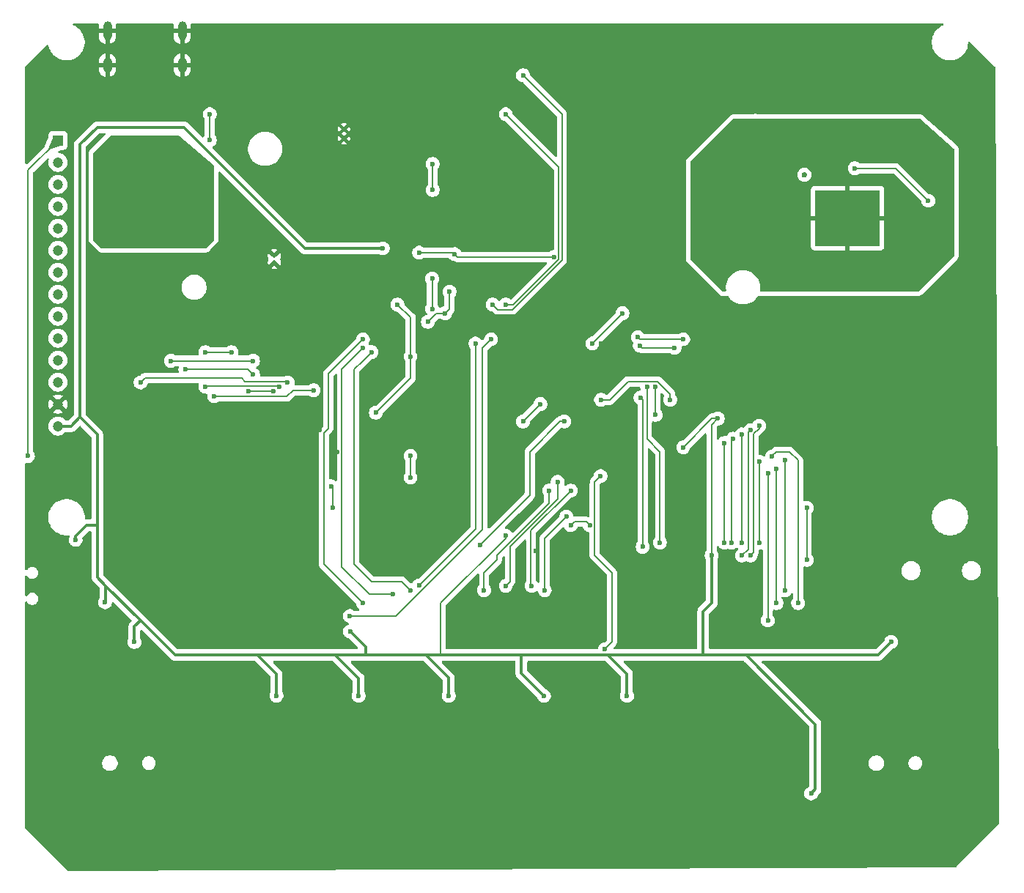
<source format=gbr>
%TF.GenerationSoftware,KiCad,Pcbnew,9.0.5*%
%TF.CreationDate,2025-11-20T02:47:11-08:00*%
%TF.ProjectId,Etch_A_Tune,45746368-5f41-45f5-9475-6e652e6b6963,rev?*%
%TF.SameCoordinates,Original*%
%TF.FileFunction,Copper,L2,Bot*%
%TF.FilePolarity,Positive*%
%FSLAX46Y46*%
G04 Gerber Fmt 4.6, Leading zero omitted, Abs format (unit mm)*
G04 Created by KiCad (PCBNEW 9.0.5) date 2025-11-20 02:47:11*
%MOMM*%
%LPD*%
G01*
G04 APERTURE LIST*
%TA.AperFunction,ComponentPad*%
%ADD10C,0.499999*%
%TD*%
%TA.AperFunction,ComponentPad*%
%ADD11C,0.400000*%
%TD*%
%TA.AperFunction,ComponentPad*%
%ADD12O,1.000000X2.200000*%
%TD*%
%TA.AperFunction,ComponentPad*%
%ADD13O,1.000000X1.800000*%
%TD*%
%TA.AperFunction,ComponentPad*%
%ADD14R,1.200000X1.200000*%
%TD*%
%TA.AperFunction,ComponentPad*%
%ADD15C,1.200000*%
%TD*%
%TA.AperFunction,SMDPad,CuDef*%
%ADD16C,1.000000*%
%TD*%
%TA.AperFunction,SMDPad,CuDef*%
%ADD17R,7.460000X6.470000*%
%TD*%
%TA.AperFunction,ViaPad*%
%ADD18C,0.600000*%
%TD*%
%TA.AperFunction,Conductor*%
%ADD19C,0.150000*%
%TD*%
%TA.AperFunction,Conductor*%
%ADD20C,0.200000*%
%TD*%
%TA.AperFunction,Conductor*%
%ADD21C,0.350000*%
%TD*%
G04 APERTURE END LIST*
D10*
%TO.P,U4,GND*%
%TO.N,GND*%
X46990001Y-48889999D03*
X46990001Y-48090000D03*
%TD*%
D11*
%TO.P,U6,10*%
%TO.N,GND*%
X55055000Y-33440000D03*
%TO.P,U6,11*%
X55055000Y-34540000D03*
%TD*%
D12*
%TO.P,J4,SH1,SHIELD1*%
%TO.N,GND*%
X36360000Y-22090000D03*
%TO.P,J4,SH2,SHIELD2*%
X27720000Y-22090000D03*
D13*
%TO.P,J4,SH3,SHIELD3*%
X36360000Y-26090000D03*
%TO.P,J4,SH4,SHIELD4*%
X27720000Y-26090000D03*
%TD*%
D14*
%TO.P,J1,1,1*%
%TO.N,/T_IRQ*%
X22000000Y-34760000D03*
D15*
%TO.P,J1,2,2*%
%TO.N,/T_DO*%
X22000000Y-37300000D03*
%TO.P,J1,3,3*%
%TO.N,/T_DIN*%
X22000000Y-39840000D03*
%TO.P,J1,4,4*%
%TO.N,/T_CS*%
X22000000Y-42380000D03*
%TO.P,J1,5,5*%
%TO.N,/T_CLK*%
X22000000Y-44920000D03*
%TO.P,J1,6,6*%
%TO.N,/SDO(MISO)*%
X22000000Y-47460000D03*
%TO.P,J1,7,7*%
%TO.N,/LED*%
X22000000Y-50000000D03*
%TO.P,J1,8,8*%
%TO.N,/SCK*%
X22000000Y-52540000D03*
%TO.P,J1,9,9*%
%TO.N,/SDI (MOSI)*%
X22000000Y-55080000D03*
%TO.P,J1,10,10*%
%TO.N,/DC{slash}RS*%
X22000000Y-57620000D03*
%TO.P,J1,11,11*%
%TO.N,/RESET*%
X22000000Y-60160000D03*
%TO.P,J1,12,12*%
%TO.N,/CS*%
X22000000Y-62700000D03*
%TO.P,J1,13,13*%
%TO.N,GND*%
X22000000Y-65240000D03*
%TO.P,J1,14,14*%
%TO.N,+3.3V*%
X22000000Y-67780000D03*
%TD*%
D16*
%TO.P,TP37,1,1*%
%TO.N,/Battery/PACK+*%
X28540000Y-39740000D03*
%TD*%
D17*
%TO.P,BT1,N*%
%TO.N,Net-(U1-VSS)*%
X113210000Y-43740000D03*
%TO.P,BT1,P*%
%TO.N,/Battery/PACK+*%
X33870000Y-43740000D03*
%TD*%
D18*
%TO.N,/Battery/BAT_DIAG*%
X91040000Y-66490000D03*
X91040000Y-63240000D03*
%TO.N,/Controllers/ROTB1*%
X104000000Y-73240000D03*
X104000000Y-90240000D03*
%TO.N,/Controllers/ROTA1*%
X105000000Y-88240000D03*
X105000000Y-72740000D03*
%TO.N,/Controllers/ROTA2*%
X106000000Y-71740000D03*
X106000000Y-86740000D03*
%TO.N,/Controllers/ROTB2*%
X104500000Y-71315000D03*
X107500000Y-88240000D03*
%TO.N,/Battery/BAT_V_SENSE*%
X65227140Y-54240000D03*
X65227140Y-50740000D03*
%TO.N,/Controllers/ROTP1*%
X85181954Y-93565000D03*
X84676587Y-73563413D03*
%TO.N,Net-(U1-VSS)*%
X118540000Y-46240000D03*
X118540000Y-43740000D03*
X102540000Y-32490000D03*
X104540000Y-46070000D03*
X107040000Y-42740000D03*
X120540000Y-46240000D03*
X104540000Y-49240000D03*
X107040000Y-46240000D03*
X120540000Y-43740000D03*
X104540000Y-42740000D03*
X107040000Y-49240000D03*
%TO.N,/Controllers/ROTP2*%
X103000000Y-81240000D03*
X103000000Y-71915000D03*
%TO.N,/Controllers/SW1*%
X99000000Y-69740000D03*
X99000000Y-81240000D03*
%TO.N,/Controllers/SW2*%
X100000000Y-69240000D03*
X99800003Y-81240000D03*
%TO.N,/Controllers/SlideSwitch*%
X80500000Y-67240000D03*
X70790000Y-81490000D03*
%TO.N,+3.3V*%
X92727140Y-64740000D03*
X73727140Y-80465000D03*
X83425000Y-79240000D03*
X81227140Y-79240000D03*
X56740000Y-98965000D03*
X109000000Y-110240000D03*
X67140000Y-98965000D03*
X62727140Y-71240000D03*
X94227140Y-57740000D03*
X94227140Y-70240000D03*
X30840000Y-92740000D03*
X61227140Y-53740000D03*
X62727140Y-59740000D03*
X58727140Y-66240000D03*
X79290000Y-48240000D03*
X62727140Y-73740000D03*
X97500000Y-82740000D03*
X67827140Y-47913128D03*
X78140000Y-98965000D03*
X47240000Y-98940000D03*
X59540000Y-47240000D03*
X27440000Y-88140000D03*
X98227140Y-66915000D03*
X55740000Y-91515000D03*
X24040000Y-80940000D03*
X84727140Y-64740000D03*
X118240000Y-92740000D03*
X87740000Y-98965000D03*
X63727140Y-47740000D03*
X88976983Y-57490157D03*
%TO.N,/Controllers/SW3*%
X101000000Y-81240000D03*
X101000000Y-68740000D03*
%TO.N,/Controllers/SW4*%
X101000000Y-82740000D03*
X102000000Y-68240000D03*
%TO.N,GND*%
X51040000Y-38240000D03*
X126540000Y-28740000D03*
X60040000Y-36740000D03*
X91540000Y-89240000D03*
X28040000Y-29240000D03*
X128727140Y-60240000D03*
X76227140Y-41740000D03*
X83227140Y-83240000D03*
X52040000Y-112740000D03*
X51540000Y-23240000D03*
X83227140Y-74240000D03*
X66540000Y-23240000D03*
X77227140Y-82240000D03*
X38040000Y-29240000D03*
X76227140Y-58740000D03*
X68727140Y-57740000D03*
X56540000Y-41740000D03*
X86540000Y-23240000D03*
X33540000Y-21740000D03*
X74727140Y-41740000D03*
X111540000Y-23240000D03*
X106540000Y-23240000D03*
X128727140Y-66240000D03*
X53040000Y-38740000D03*
X82727140Y-65740000D03*
X20227140Y-93240000D03*
X68727140Y-41740000D03*
X71727140Y-41740000D03*
X62040000Y-112740000D03*
X67727140Y-73740000D03*
X104227140Y-60740000D03*
X72227140Y-35740000D03*
X117227140Y-59740000D03*
X80227140Y-58740000D03*
X19727140Y-28240000D03*
X115540000Y-96240000D03*
X90040000Y-87740000D03*
X30040000Y-112740000D03*
X52540000Y-44240000D03*
X93040000Y-87740000D03*
X85727140Y-70740000D03*
X43040000Y-49740000D03*
X23290000Y-88490000D03*
X49040000Y-38240000D03*
X72227140Y-74740000D03*
X28040000Y-95240000D03*
X59540000Y-52490000D03*
X77727140Y-58740000D03*
X93727140Y-43240000D03*
X54227140Y-70740000D03*
X82727140Y-57240000D03*
X128727140Y-99240000D03*
X59727140Y-55740000D03*
X35540000Y-29240000D03*
X72040000Y-112740000D03*
X34040000Y-87240000D03*
X75227140Y-82240000D03*
X74727140Y-74740000D03*
X55040000Y-23240000D03*
X94540000Y-89240000D03*
X25040000Y-95240000D03*
X20227140Y-102740000D03*
X110227140Y-54240000D03*
X61540000Y-23240000D03*
X34040000Y-85740000D03*
X128727140Y-72740000D03*
X101540000Y-23240000D03*
X96040000Y-87740000D03*
X52227140Y-68240000D03*
X34040000Y-89740000D03*
X92040000Y-112740000D03*
X121540000Y-23240000D03*
X128540000Y-78490000D03*
X48640000Y-40140000D03*
X76540000Y-23240000D03*
X30040000Y-116490000D03*
X68727140Y-59240000D03*
X30040000Y-21740000D03*
X48227140Y-54740000D03*
X91540000Y-23240000D03*
X58040000Y-23240000D03*
X84727140Y-58240000D03*
X126540000Y-31740000D03*
X81540000Y-23240000D03*
X71540000Y-23240000D03*
X93540000Y-38740000D03*
X62727140Y-51240000D03*
X82040000Y-112740000D03*
X68227140Y-66740000D03*
X26540000Y-95240000D03*
X77727140Y-41740000D03*
X25540000Y-29240000D03*
X87058518Y-40581285D03*
X52227140Y-66740000D03*
X113540000Y-96240000D03*
X79227140Y-58740000D03*
X116540000Y-23240000D03*
X108227140Y-38740000D03*
X69727140Y-57240000D03*
X126540000Y-25740000D03*
X128540000Y-82740000D03*
X118540000Y-112740000D03*
X43540000Y-23240000D03*
X67227140Y-41740000D03*
X20227140Y-76240000D03*
X96540000Y-23240000D03*
X118540000Y-116490000D03*
X128227140Y-92740000D03*
X70227140Y-41740000D03*
X48040000Y-23240000D03*
X73227140Y-41740000D03*
X117540000Y-96240000D03*
X64227140Y-82240000D03*
X20227140Y-97740000D03*
X93727140Y-48240000D03*
%TO.N,/Controllers/SW5*%
X102000000Y-82740000D03*
X103000000Y-67740000D03*
%TO.N,/RESET*%
X51540000Y-63640000D03*
X40040000Y-64341000D03*
%TO.N,/SDI (MOSI)*%
X36727140Y-61240000D03*
X44540000Y-61840000D03*
%TO.N,/DC{slash}RS*%
X47540000Y-63240000D03*
X39040000Y-63240000D03*
%TO.N,/T_IRQ*%
X18540000Y-71240000D03*
%TO.N,/LED*%
X44040000Y-63740000D03*
X46916301Y-63741000D03*
%TO.N,/T_CLK*%
X53540000Y-74740000D03*
X53727140Y-77240000D03*
%TO.N,/SDO(MISO)*%
X39040000Y-59240000D03*
X42040000Y-59240000D03*
%TO.N,/CS*%
X31540000Y-62740000D03*
X48540000Y-62740000D03*
%TO.N,/SCK*%
X35040000Y-60240000D03*
X44540000Y-60240000D03*
%TO.N,/SWO*%
X89290000Y-64490000D03*
X89540000Y-81740000D03*
%TO.N,/Battery/PACK+*%
X31240000Y-37740000D03*
X32040000Y-36340000D03*
X32040000Y-34940000D03*
X65290000Y-37490000D03*
X39540000Y-34740000D03*
X39540000Y-31740000D03*
X65290000Y-40490000D03*
X29440000Y-37540000D03*
X30640000Y-36140000D03*
%TO.N,/nRESET*%
X55727140Y-89740000D03*
X72040000Y-57740000D03*
%TO.N,VCORE*%
X87227140Y-54740000D03*
X77727140Y-65240000D03*
X75727140Y-67240000D03*
X83727140Y-58240000D03*
%TO.N,Net-(U5A-VDDA)*%
X66727140Y-54740000D03*
X64727140Y-55740000D03*
X67227140Y-52240000D03*
%TO.N,Net-(U5B-PDR_ON)*%
X93227140Y-58740000D03*
X89215000Y-58490000D03*
%TO.N,Net-(U5A-PE2)*%
X90040000Y-63240000D03*
X91540000Y-81240000D03*
%TO.N,/Microcontroller/DAC_OUT*%
X108500000Y-83240000D03*
X108500000Y-77240000D03*
%TO.N,OSC_H_IN*%
X73727140Y-53740000D03*
X73727140Y-31740000D03*
%TO.N,/PC1*%
X63709305Y-86222165D03*
X70227140Y-58240000D03*
%TO.N,/PA1*%
X57227140Y-58740000D03*
X60727140Y-87240000D03*
%TO.N,/PA2*%
X58227140Y-59240000D03*
X62727140Y-86740000D03*
%TO.N,/PA0*%
X57227140Y-57740000D03*
X57227140Y-88240000D03*
%TO.N,OSC_H_OUT*%
X72227140Y-53740000D03*
X75727140Y-27240000D03*
%TO.N,/PA11*%
X78227140Y-86740000D03*
X80727140Y-78240000D03*
%TO.N,/PA10*%
X81227140Y-75240000D03*
X76727140Y-86240000D03*
%TO.N,/PA8*%
X78727140Y-75240000D03*
X71227140Y-86740000D03*
%TO.N,/PA9*%
X73727140Y-86240000D03*
X79727140Y-74240000D03*
%TO.N,Net-(R34-Pad2)*%
X114040000Y-37990000D03*
X122540000Y-41740000D03*
%TD*%
D19*
%TO.N,/Battery/BAT_DIAG*%
X91040000Y-63240000D02*
X91040000Y-66490000D01*
%TO.N,/Controllers/ROTB1*%
X104000000Y-75590000D02*
X104000000Y-73240000D01*
X104000000Y-90240000D02*
X104000000Y-74740000D01*
X104000000Y-74740000D02*
X104000000Y-75590000D01*
%TO.N,/Controllers/ROTA1*%
X105000000Y-88240000D02*
X105000000Y-72740000D01*
%TO.N,/Controllers/ROTA2*%
X105964000Y-71776000D02*
X106000000Y-71740000D01*
X106000000Y-86740000D02*
X105964000Y-86704000D01*
X105964000Y-86704000D02*
X105964000Y-71776000D01*
%TO.N,/Controllers/ROTB2*%
X105000000Y-70740000D02*
X106500000Y-70740000D01*
X107500000Y-71740000D02*
X107500000Y-88240000D01*
X104500000Y-71315000D02*
X104500000Y-71240000D01*
X106500000Y-70740000D02*
X107500000Y-71740000D01*
X104500000Y-71240000D02*
X105000000Y-70740000D01*
D20*
%TO.N,/Battery/BAT_V_SENSE*%
X65227140Y-50740000D02*
X65227140Y-54240000D01*
D19*
%TO.N,/Controllers/ROTP1*%
X85181954Y-93565000D02*
X86000000Y-92746954D01*
X84000000Y-82740000D02*
X84000000Y-74240000D01*
X86000000Y-92746954D02*
X86000000Y-84740000D01*
X84000000Y-74240000D02*
X84676587Y-73563413D01*
X86000000Y-84740000D02*
X84000000Y-82740000D01*
%TO.N,/Controllers/ROTP2*%
X103000000Y-81240000D02*
X103000000Y-71915000D01*
%TO.N,/Controllers/SW1*%
X99000000Y-81240000D02*
X99000000Y-69740000D01*
%TO.N,/Controllers/SW2*%
X99800003Y-69439997D02*
X100000000Y-69240000D01*
X99800003Y-81240000D02*
X99800003Y-69439997D01*
D20*
%TO.N,/Controllers/SlideSwitch*%
X80500000Y-67240000D02*
X80000000Y-67240000D01*
X80000000Y-67240000D02*
X76500000Y-70740000D01*
X76500000Y-75780000D02*
X70790000Y-81490000D01*
X76500000Y-70740000D02*
X76500000Y-75780000D01*
%TO.N,+3.3V*%
X85727140Y-64740000D02*
X87828140Y-62639000D01*
D21*
X109500000Y-109740000D02*
X109500000Y-102240000D01*
D20*
X84727140Y-64740000D02*
X85727140Y-64740000D01*
X97500000Y-82740000D02*
X97500000Y-67642140D01*
D21*
X101500000Y-94240000D02*
X100500000Y-94240000D01*
X71227140Y-94240000D02*
X75540000Y-94240000D01*
X24540000Y-66740000D02*
X23500000Y-67780000D01*
X75540000Y-96365000D02*
X78140000Y-98965000D01*
D20*
X68154012Y-48240000D02*
X79290000Y-48240000D01*
D21*
X24540000Y-66740000D02*
X26540000Y-68740000D01*
X31540000Y-90240000D02*
X30840000Y-90940000D01*
X45040000Y-94240000D02*
X54040000Y-94240000D01*
X109000000Y-110240000D02*
X109500000Y-109740000D01*
D19*
X83003140Y-78818140D02*
X83425000Y-79240000D01*
D21*
X97500000Y-88240000D02*
X96540000Y-89200000D01*
X64540000Y-94240000D02*
X67140000Y-96840000D01*
X50540000Y-47240000D02*
X36540000Y-33240000D01*
X96540000Y-94240000D02*
X100500000Y-94240000D01*
D20*
X62727140Y-62240000D02*
X62727140Y-59740000D01*
D21*
X55740000Y-91515000D02*
X57540000Y-93315000D01*
X27540000Y-88040000D02*
X27440000Y-88140000D01*
X27540000Y-86240000D02*
X31540000Y-90240000D01*
D20*
X63727140Y-47740000D02*
X67654012Y-47740000D01*
D19*
X73727140Y-80465000D02*
X73727140Y-80740000D01*
D21*
X56740000Y-96940000D02*
X56740000Y-98965000D01*
D20*
X92727140Y-64077197D02*
X92727140Y-64740000D01*
D21*
X57540000Y-94240000D02*
X64540000Y-94240000D01*
X23500000Y-67780000D02*
X22000000Y-67780000D01*
X36540000Y-33240000D02*
X26540000Y-33240000D01*
X30840000Y-90940000D02*
X30840000Y-92740000D01*
D20*
X58727140Y-66240000D02*
X62727140Y-62240000D01*
D21*
X26540000Y-79240000D02*
X26540000Y-85240000D01*
X75540000Y-94240000D02*
X85540000Y-94240000D01*
X97500000Y-82740000D02*
X97500000Y-88240000D01*
D19*
X66227140Y-88240000D02*
X66227140Y-94240000D01*
D21*
X57540000Y-93315000D02*
X57540000Y-94240000D01*
X26540000Y-33240000D02*
X24540000Y-35240000D01*
D20*
X87828140Y-62639000D02*
X91288943Y-62639000D01*
D21*
X54040000Y-94240000D02*
X57540000Y-94240000D01*
X100500000Y-94240000D02*
X116740000Y-94240000D01*
X85540000Y-94240000D02*
X87740000Y-96440000D01*
X67140000Y-96840000D02*
X67140000Y-98965000D01*
X85540000Y-94240000D02*
X96540000Y-94240000D01*
D19*
X73727140Y-80740000D02*
X66227140Y-88240000D01*
D20*
X62727140Y-59740000D02*
X62727140Y-55240000D01*
D21*
X27540000Y-86240000D02*
X27540000Y-88040000D01*
D20*
X97552140Y-66915000D02*
X94227140Y-70240000D01*
D21*
X96540000Y-89200000D02*
X96540000Y-94240000D01*
D20*
X89226826Y-57740000D02*
X88976983Y-57490157D01*
D21*
X109500000Y-102240000D02*
X101500000Y-94240000D01*
X59540000Y-47240000D02*
X50540000Y-47240000D01*
D20*
X94227140Y-57740000D02*
X89226826Y-57740000D01*
D21*
X35540000Y-94240000D02*
X45040000Y-94240000D01*
X24040000Y-80940000D02*
X24040000Y-80498751D01*
X47240000Y-96440000D02*
X47240000Y-98940000D01*
X45040000Y-94240000D02*
X47240000Y-96440000D01*
D20*
X67827140Y-47913128D02*
X68154012Y-48240000D01*
D21*
X75540000Y-94240000D02*
X75540000Y-96365000D01*
D20*
X98227140Y-66915000D02*
X97552140Y-66915000D01*
D19*
X81227140Y-79240000D02*
X81649000Y-78818140D01*
D21*
X64540000Y-94240000D02*
X66227140Y-94240000D01*
X116740000Y-94240000D02*
X118240000Y-92740000D01*
X66227140Y-94240000D02*
X71227140Y-94240000D01*
X24040000Y-80498751D02*
X25298751Y-79240000D01*
X26540000Y-85240000D02*
X27540000Y-86240000D01*
X24540000Y-35240000D02*
X24540000Y-66740000D01*
X26540000Y-68740000D02*
X26540000Y-79240000D01*
D19*
X81649000Y-78818140D02*
X83003140Y-78818140D01*
D20*
X62727140Y-55240000D02*
X61227140Y-53740000D01*
D21*
X54040000Y-94240000D02*
X56740000Y-96940000D01*
X87740000Y-96440000D02*
X87740000Y-98965000D01*
X25298751Y-79240000D02*
X26540000Y-79240000D01*
D20*
X97500000Y-67642140D02*
X98227140Y-66915000D01*
D21*
X31540000Y-90240000D02*
X35540000Y-94240000D01*
D20*
X67654012Y-47740000D02*
X67827140Y-47913128D01*
X91288943Y-62639000D02*
X92727140Y-64077197D01*
X62727140Y-71240000D02*
X62727140Y-73740000D01*
D19*
%TO.N,/Controllers/SW3*%
X101000000Y-81240000D02*
X101000000Y-68740000D01*
%TO.N,/Controllers/SW4*%
X101000000Y-82740000D02*
X101727140Y-82012860D01*
X101727140Y-82012860D02*
X101727140Y-68512860D01*
X101727140Y-68512860D02*
X102000000Y-68240000D01*
%TO.N,/Controllers/SW5*%
X103000000Y-68054588D02*
X103000000Y-67740000D01*
X102000000Y-82740000D02*
X102351000Y-82389000D01*
X102351000Y-82389000D02*
X102351000Y-68703588D01*
X102351000Y-68703588D02*
X103000000Y-68054588D01*
D20*
%TO.N,/RESET*%
X49140000Y-63640000D02*
X48439000Y-64341000D01*
X48439000Y-64341000D02*
X40040000Y-64341000D01*
X51540000Y-63640000D02*
X49140000Y-63640000D01*
%TO.N,/SDI (MOSI)*%
X36727140Y-61240000D02*
X43940000Y-61240000D01*
X43940000Y-61240000D02*
X44540000Y-61840000D01*
%TO.N,/DC{slash}RS*%
X39141000Y-63139000D02*
X47439000Y-63139000D01*
X47439000Y-63139000D02*
X47540000Y-63240000D01*
X39040000Y-63240000D02*
X39141000Y-63139000D01*
%TO.N,/T_IRQ*%
X18540000Y-71240000D02*
X18540000Y-38220000D01*
X18540000Y-38220000D02*
X22000000Y-34760000D01*
%TO.N,/LED*%
X46916301Y-63741000D02*
X46789999Y-63741000D01*
X46789999Y-63741000D02*
X46788999Y-63740000D01*
X46788999Y-63740000D02*
X44040000Y-63740000D01*
%TO.N,/T_CLK*%
X53727140Y-77240000D02*
X53727140Y-74927140D01*
X53727140Y-74927140D02*
X53540000Y-74740000D01*
%TO.N,/SDO(MISO)*%
X42040000Y-59240000D02*
X39040000Y-59240000D01*
%TO.N,/CS*%
X31540000Y-62740000D02*
X32040000Y-62240000D01*
X43227140Y-62240000D02*
X43626140Y-62639000D01*
X43626140Y-62639000D02*
X48439000Y-62639000D01*
X32040000Y-62240000D02*
X43227140Y-62240000D01*
D19*
X48464000Y-62664000D02*
X48540000Y-62740000D01*
D20*
X48439000Y-62639000D02*
X48540000Y-62740000D01*
%TO.N,/SCK*%
X35040000Y-60240000D02*
X44540000Y-60240000D01*
%TO.N,/SWO*%
X89540000Y-64740000D02*
X89290000Y-64490000D01*
X89540000Y-81740000D02*
X89540000Y-64740000D01*
%TO.N,/Battery/PACK+*%
X39540000Y-31740000D02*
X39540000Y-34740000D01*
D19*
X65290000Y-40490000D02*
X65290000Y-37490000D01*
D20*
%TO.N,/nRESET*%
X71040000Y-79740000D02*
X71040000Y-58740000D01*
X55727140Y-89740000D02*
X61040000Y-89740000D01*
X71040000Y-58740000D02*
X72040000Y-57740000D01*
X61040000Y-89740000D02*
X71040000Y-79740000D01*
%TO.N,VCORE*%
X75727140Y-67240000D02*
X77727140Y-65240000D01*
X87227140Y-54740000D02*
X83727140Y-58240000D01*
%TO.N,Net-(U5A-VDDA)*%
X67227140Y-52240000D02*
X67227140Y-54240000D01*
X65727140Y-54740000D02*
X66727140Y-54740000D01*
X64727140Y-55740000D02*
X65727140Y-54740000D01*
X67227140Y-54240000D02*
X66727140Y-54740000D01*
%TO.N,Net-(U5B-PDR_ON)*%
X89465000Y-58740000D02*
X89215000Y-58490000D01*
X93227140Y-58740000D02*
X89465000Y-58740000D01*
D19*
%TO.N,Net-(U5A-PE2)*%
X91540000Y-81240000D02*
X91540000Y-70740000D01*
X91540000Y-70740000D02*
X90040000Y-69240000D01*
X90040000Y-69240000D02*
X90040000Y-63240000D01*
%TO.N,/Microcontroller/DAC_OUT*%
X108500000Y-83240000D02*
X108500000Y-77240000D01*
%TO.N,OSC_H_IN*%
X79866000Y-37878860D02*
X79866000Y-48478588D01*
X79866000Y-48478588D02*
X74604588Y-53740000D01*
X74604588Y-53740000D02*
X73727140Y-53740000D01*
X73727140Y-31740000D02*
X79866000Y-37878860D01*
%TO.N,/PC1*%
X70227140Y-58240000D02*
X70227140Y-79704330D01*
X70227140Y-79704330D02*
X63709305Y-86222165D01*
%TO.N,/PA1*%
X54803140Y-61316000D02*
X54803140Y-84066000D01*
X57227140Y-58740000D02*
X54727140Y-61240000D01*
X54727140Y-61240000D02*
X54803140Y-61316000D01*
X57977140Y-87240000D02*
X60727140Y-87240000D01*
X54803140Y-84066000D02*
X57977140Y-87240000D01*
%TO.N,/PA2*%
X57227140Y-60240000D02*
X56227140Y-61240000D01*
X56227140Y-83740000D02*
X58227140Y-85740000D01*
X56227140Y-61240000D02*
X56227140Y-83740000D01*
X58227140Y-59240000D02*
X57227140Y-60240000D01*
X58227140Y-85740000D02*
X61727140Y-85740000D01*
X61727140Y-85740000D02*
X62727140Y-86740000D01*
%TO.N,/PA0*%
X53227140Y-61740000D02*
X53227140Y-68054588D01*
X52727140Y-68554588D02*
X52727140Y-83740000D01*
X57227140Y-57740000D02*
X53227140Y-61740000D01*
X53227140Y-68054588D02*
X52727140Y-68554588D01*
X52727140Y-83740000D02*
X57227140Y-88240000D01*
%TO.N,OSC_H_OUT*%
X80217000Y-48623977D02*
X74524977Y-54316000D01*
X72803140Y-54316000D02*
X72227140Y-53740000D01*
X74524977Y-54316000D02*
X72803140Y-54316000D01*
X80217000Y-31729860D02*
X80217000Y-48623977D01*
X75727140Y-27240000D02*
X80217000Y-31729860D01*
%TO.N,/PA11*%
X78227140Y-80740000D02*
X80727140Y-78240000D01*
X78227140Y-86740000D02*
X78227140Y-80740000D01*
%TO.N,/PA10*%
X76651140Y-86164000D02*
X76727140Y-86240000D01*
X81227140Y-75240000D02*
X76651140Y-79816000D01*
X76651140Y-79816000D02*
X76651140Y-86164000D01*
%TO.N,/PA8*%
X71227140Y-84740000D02*
X72727140Y-83240000D01*
X78727140Y-76740000D02*
X78727140Y-75240000D01*
X72727140Y-82740000D02*
X78727140Y-76740000D01*
X72727140Y-83240000D02*
X72727140Y-82740000D01*
X71227140Y-86740000D02*
X71227140Y-84740000D01*
%TO.N,/PA9*%
X79727140Y-76240000D02*
X74227140Y-81740000D01*
X79727140Y-74240000D02*
X79727140Y-76240000D01*
X74227140Y-85740000D02*
X73727140Y-86240000D01*
X74227140Y-81740000D02*
X74227140Y-85740000D01*
%TO.N,Net-(R34-Pad2)*%
X118790000Y-37990000D02*
X122540000Y-41740000D01*
X114040000Y-37990000D02*
X118790000Y-37990000D01*
%TD*%
%TA.AperFunction,Conductor*%
%TO.N,Net-(U1-VSS)*%
G36*
X121560447Y-32259685D02*
G01*
X121575061Y-32270679D01*
X121581508Y-32276319D01*
X125497655Y-35702948D01*
X125535145Y-35761908D01*
X125540000Y-35796268D01*
X125540000Y-48063638D01*
X125520315Y-48130677D01*
X125503681Y-48151319D01*
X121451319Y-52203681D01*
X121389996Y-52237166D01*
X121363638Y-52240000D01*
X103208115Y-52240000D01*
X103141076Y-52220315D01*
X103095321Y-52167511D01*
X103085176Y-52099815D01*
X103115500Y-51869481D01*
X103115500Y-51610519D01*
X103081699Y-51353772D01*
X103014675Y-51103634D01*
X102915574Y-50864384D01*
X102786093Y-50640116D01*
X102628447Y-50434667D01*
X102628442Y-50434661D01*
X102445338Y-50251557D01*
X102445331Y-50251551D01*
X102239883Y-50093906D01*
X102015619Y-49964427D01*
X102015609Y-49964423D01*
X101776364Y-49865324D01*
X101651297Y-49831813D01*
X101526228Y-49798301D01*
X101526222Y-49798300D01*
X101526217Y-49798299D01*
X101269491Y-49764501D01*
X101269486Y-49764500D01*
X101269481Y-49764500D01*
X101010519Y-49764500D01*
X101010513Y-49764500D01*
X101010508Y-49764501D01*
X100753782Y-49798299D01*
X100753775Y-49798300D01*
X100753772Y-49798301D01*
X100700908Y-49812465D01*
X100503635Y-49865324D01*
X100264390Y-49964423D01*
X100264380Y-49964427D01*
X100040116Y-50093906D01*
X99834668Y-50251551D01*
X99834661Y-50251557D01*
X99651557Y-50434661D01*
X99651551Y-50434668D01*
X99493906Y-50640116D01*
X99364427Y-50864380D01*
X99364423Y-50864390D01*
X99265324Y-51103635D01*
X99198302Y-51353769D01*
X99198299Y-51353782D01*
X99164501Y-51610508D01*
X99164500Y-51610525D01*
X99164500Y-51869474D01*
X99164501Y-51869491D01*
X99194824Y-52099815D01*
X99192188Y-52116715D01*
X99194623Y-52133647D01*
X99186916Y-52150522D01*
X99184058Y-52168850D01*
X99172704Y-52181641D01*
X99165598Y-52197203D01*
X99149991Y-52207232D01*
X99137678Y-52221106D01*
X99120911Y-52225920D01*
X99106820Y-52234977D01*
X99071885Y-52240000D01*
X98841362Y-52240000D01*
X98774323Y-52220315D01*
X98753681Y-52203681D01*
X95076319Y-48526319D01*
X95042834Y-48464996D01*
X95040000Y-48438638D01*
X95040000Y-47022844D01*
X108980000Y-47022844D01*
X108986401Y-47082372D01*
X108986403Y-47082379D01*
X109036645Y-47217086D01*
X109036649Y-47217093D01*
X109122809Y-47332187D01*
X109122812Y-47332190D01*
X109237906Y-47418350D01*
X109237913Y-47418354D01*
X109372620Y-47468596D01*
X109372627Y-47468598D01*
X109432155Y-47474999D01*
X109432172Y-47475000D01*
X112960000Y-47475000D01*
X113460000Y-47475000D01*
X116987828Y-47475000D01*
X116987844Y-47474999D01*
X117047372Y-47468598D01*
X117047379Y-47468596D01*
X117182086Y-47418354D01*
X117182093Y-47418350D01*
X117297187Y-47332190D01*
X117297190Y-47332187D01*
X117383350Y-47217093D01*
X117383354Y-47217086D01*
X117433596Y-47082379D01*
X117433598Y-47082372D01*
X117439999Y-47022844D01*
X117440000Y-47022827D01*
X117440000Y-43990000D01*
X113460000Y-43990000D01*
X113460000Y-47475000D01*
X112960000Y-47475000D01*
X112960000Y-43990000D01*
X108980000Y-43990000D01*
X108980000Y-47022844D01*
X95040000Y-47022844D01*
X95040000Y-40457155D01*
X108980000Y-40457155D01*
X108980000Y-43490000D01*
X112960000Y-43490000D01*
X113460000Y-43490000D01*
X117440000Y-43490000D01*
X117440000Y-40457172D01*
X117439999Y-40457155D01*
X117433598Y-40397627D01*
X117433596Y-40397620D01*
X117383354Y-40262913D01*
X117383350Y-40262906D01*
X117297190Y-40147812D01*
X117297187Y-40147809D01*
X117182093Y-40061649D01*
X117182086Y-40061645D01*
X117047379Y-40011403D01*
X117047372Y-40011401D01*
X116987844Y-40005000D01*
X113460000Y-40005000D01*
X113460000Y-43490000D01*
X112960000Y-43490000D01*
X112960000Y-40005000D01*
X109432155Y-40005000D01*
X109372627Y-40011401D01*
X109372620Y-40011403D01*
X109237913Y-40061645D01*
X109237906Y-40061649D01*
X109122812Y-40147809D01*
X109122809Y-40147812D01*
X109036649Y-40262906D01*
X109036645Y-40262913D01*
X108986403Y-40397620D01*
X108986401Y-40397627D01*
X108980000Y-40457155D01*
X95040000Y-40457155D01*
X95040000Y-38661153D01*
X107426640Y-38661153D01*
X107426640Y-38818846D01*
X107457401Y-38973489D01*
X107457404Y-38973501D01*
X107517742Y-39119172D01*
X107517749Y-39119185D01*
X107605350Y-39250288D01*
X107605353Y-39250292D01*
X107716847Y-39361786D01*
X107716851Y-39361789D01*
X107847954Y-39449390D01*
X107847967Y-39449397D01*
X107993638Y-39509735D01*
X107993643Y-39509737D01*
X108148293Y-39540499D01*
X108148296Y-39540500D01*
X108148298Y-39540500D01*
X108305984Y-39540500D01*
X108305985Y-39540499D01*
X108460637Y-39509737D01*
X108606319Y-39449394D01*
X108737429Y-39361789D01*
X108848929Y-39250289D01*
X108936534Y-39119179D01*
X108996877Y-38973497D01*
X109027640Y-38818842D01*
X109027640Y-38661158D01*
X109027640Y-38661155D01*
X109027639Y-38661153D01*
X108996878Y-38506510D01*
X108996877Y-38506503D01*
X108994303Y-38500288D01*
X108936537Y-38360827D01*
X108936530Y-38360814D01*
X108848929Y-38229711D01*
X108848926Y-38229707D01*
X108737432Y-38118213D01*
X108737428Y-38118210D01*
X108606325Y-38030609D01*
X108606313Y-38030602D01*
X108579814Y-38019627D01*
X108460641Y-37970264D01*
X108460629Y-37970261D01*
X108305985Y-37939500D01*
X108305982Y-37939500D01*
X108148298Y-37939500D01*
X108148295Y-37939500D01*
X107993650Y-37970261D01*
X107993638Y-37970264D01*
X107847967Y-38030602D01*
X107847954Y-38030609D01*
X107716851Y-38118210D01*
X107716847Y-38118213D01*
X107605353Y-38229707D01*
X107605350Y-38229711D01*
X107517749Y-38360814D01*
X107517742Y-38360827D01*
X107457404Y-38506498D01*
X107457401Y-38506510D01*
X107426640Y-38661153D01*
X95040000Y-38661153D01*
X95040000Y-37911153D01*
X113239500Y-37911153D01*
X113239500Y-38068846D01*
X113270261Y-38223489D01*
X113270264Y-38223501D01*
X113330602Y-38369172D01*
X113330609Y-38369185D01*
X113418210Y-38500288D01*
X113418213Y-38500292D01*
X113529707Y-38611786D01*
X113529711Y-38611789D01*
X113660814Y-38699390D01*
X113660827Y-38699397D01*
X113806498Y-38759735D01*
X113806503Y-38759737D01*
X113961153Y-38790499D01*
X113961156Y-38790500D01*
X113961158Y-38790500D01*
X114118844Y-38790500D01*
X114118845Y-38790499D01*
X114273497Y-38759737D01*
X114419179Y-38699394D01*
X114550289Y-38611789D01*
X114550292Y-38611786D01*
X114560260Y-38601819D01*
X114621583Y-38568334D01*
X114647941Y-38565500D01*
X118500258Y-38565500D01*
X118567297Y-38585185D01*
X118587939Y-38601819D01*
X121703181Y-41717061D01*
X121736666Y-41778384D01*
X121739500Y-41804742D01*
X121739500Y-41818846D01*
X121770261Y-41973489D01*
X121770264Y-41973501D01*
X121830602Y-42119172D01*
X121830609Y-42119185D01*
X121918210Y-42250288D01*
X121918213Y-42250292D01*
X122029707Y-42361786D01*
X122029711Y-42361789D01*
X122160814Y-42449390D01*
X122160827Y-42449397D01*
X122306498Y-42509735D01*
X122306503Y-42509737D01*
X122461153Y-42540499D01*
X122461156Y-42540500D01*
X122461158Y-42540500D01*
X122618844Y-42540500D01*
X122618845Y-42540499D01*
X122773497Y-42509737D01*
X122919179Y-42449394D01*
X123050289Y-42361789D01*
X123161789Y-42250289D01*
X123249394Y-42119179D01*
X123309737Y-41973497D01*
X123340500Y-41818842D01*
X123340500Y-41661158D01*
X123340500Y-41661155D01*
X123340499Y-41661153D01*
X123309738Y-41506510D01*
X123309737Y-41506503D01*
X123309735Y-41506498D01*
X123249397Y-41360827D01*
X123249390Y-41360814D01*
X123161789Y-41229711D01*
X123161786Y-41229707D01*
X123050292Y-41118213D01*
X123050288Y-41118210D01*
X122919185Y-41030609D01*
X122919172Y-41030602D01*
X122773501Y-40970264D01*
X122773489Y-40970261D01*
X122618845Y-40939500D01*
X122618842Y-40939500D01*
X122604742Y-40939500D01*
X122537703Y-40919815D01*
X122517061Y-40903181D01*
X119143367Y-37529487D01*
X119143365Y-37529485D01*
X119077750Y-37491602D01*
X119012136Y-37453719D01*
X118938950Y-37434109D01*
X118865766Y-37414500D01*
X118865765Y-37414500D01*
X114647941Y-37414500D01*
X114580902Y-37394815D01*
X114560260Y-37378181D01*
X114550292Y-37368213D01*
X114550288Y-37368210D01*
X114419185Y-37280609D01*
X114419172Y-37280602D01*
X114273501Y-37220264D01*
X114273489Y-37220261D01*
X114118845Y-37189500D01*
X114118842Y-37189500D01*
X113961158Y-37189500D01*
X113961155Y-37189500D01*
X113806510Y-37220261D01*
X113806498Y-37220264D01*
X113660827Y-37280602D01*
X113660814Y-37280609D01*
X113529711Y-37368210D01*
X113529707Y-37368213D01*
X113418213Y-37479707D01*
X113418210Y-37479711D01*
X113330609Y-37610814D01*
X113330602Y-37610827D01*
X113270264Y-37756498D01*
X113270261Y-37756510D01*
X113239500Y-37911153D01*
X95040000Y-37911153D01*
X95040000Y-37291362D01*
X95059685Y-37224323D01*
X95076319Y-37203681D01*
X100003681Y-32276319D01*
X100065004Y-32242834D01*
X100091362Y-32240000D01*
X121493408Y-32240000D01*
X121560447Y-32259685D01*
G37*
%TD.AperFunction*%
%TD*%
%TA.AperFunction,Conductor*%
%TO.N,/Battery/PACK+*%
G36*
X36060447Y-34259685D02*
G01*
X36075061Y-34270679D01*
X36081508Y-34276319D01*
X39997655Y-37702948D01*
X40035145Y-37761908D01*
X40040000Y-37796268D01*
X40040000Y-46188638D01*
X40020315Y-46255677D01*
X40003681Y-46276319D01*
X39076319Y-47203681D01*
X39014996Y-47237166D01*
X38988638Y-47240000D01*
X27091362Y-47240000D01*
X27024323Y-47220315D01*
X27003681Y-47203681D01*
X26076319Y-46276319D01*
X26042834Y-46214996D01*
X26040000Y-46188638D01*
X26040000Y-36291362D01*
X26059685Y-36224323D01*
X26076319Y-36203681D01*
X28003681Y-34276319D01*
X28065004Y-34242834D01*
X28091362Y-34240000D01*
X35993408Y-34240000D01*
X36060447Y-34259685D01*
G37*
%TD.AperFunction*%
%TD*%
%TA.AperFunction,Conductor*%
%TO.N,/T_IRQ*%
G36*
X21410823Y-34515937D02*
G01*
X21996208Y-34757437D01*
X22002549Y-34763760D01*
X22002562Y-34763791D01*
X22244062Y-35349176D01*
X22244049Y-35358131D01*
X22237708Y-35364454D01*
X22237701Y-35364457D01*
X21053659Y-35852004D01*
X21044704Y-35851985D01*
X21040931Y-35849458D01*
X20910541Y-35719068D01*
X20907114Y-35710795D01*
X20907994Y-35706344D01*
X21395542Y-34522297D01*
X21401861Y-34515953D01*
X21410816Y-34515934D01*
X21410823Y-34515937D01*
G37*
%TD.AperFunction*%
%TD*%
%TA.AperFunction,Conductor*%
%TO.N,GND*%
G36*
X82558512Y-79399272D02*
G01*
X82578491Y-79399986D01*
X82591351Y-79408914D01*
X82606370Y-79413325D01*
X82619459Y-79428430D01*
X82635883Y-79439834D01*
X82650091Y-79463782D01*
X82652125Y-79466129D01*
X82653892Y-79470188D01*
X82715602Y-79619172D01*
X82715609Y-79619185D01*
X82803210Y-79750288D01*
X82803213Y-79750292D01*
X82914707Y-79861786D01*
X82914711Y-79861789D01*
X83045814Y-79949390D01*
X83045827Y-79949397D01*
X83138998Y-79987989D01*
X83191503Y-80009737D01*
X83301987Y-80031713D01*
X83324691Y-80036230D01*
X83386602Y-80068615D01*
X83421176Y-80129330D01*
X83424500Y-80157847D01*
X83424500Y-82664234D01*
X83424500Y-82815766D01*
X83436572Y-82860821D01*
X83463719Y-82962136D01*
X83470281Y-82973501D01*
X83539485Y-83093365D01*
X83539487Y-83093367D01*
X85388181Y-84942061D01*
X85421666Y-85003384D01*
X85424500Y-85029742D01*
X85424500Y-92457212D01*
X85404815Y-92524251D01*
X85388181Y-92544893D01*
X85204893Y-92728181D01*
X85143570Y-92761666D01*
X85117212Y-92764500D01*
X85103109Y-92764500D01*
X84948464Y-92795261D01*
X84948452Y-92795264D01*
X84802781Y-92855602D01*
X84802768Y-92855609D01*
X84671665Y-92943210D01*
X84671661Y-92943213D01*
X84560167Y-93054707D01*
X84560164Y-93054711D01*
X84472563Y-93185814D01*
X84472556Y-93185827D01*
X84412218Y-93331498D01*
X84412215Y-93331508D01*
X84385723Y-93464692D01*
X84353338Y-93526603D01*
X84292622Y-93561177D01*
X84264106Y-93564500D01*
X66926640Y-93564500D01*
X66859601Y-93544815D01*
X66813846Y-93492011D01*
X66802640Y-93440500D01*
X66802640Y-88529741D01*
X66822325Y-88462702D01*
X66838954Y-88442065D01*
X70439959Y-84841059D01*
X70501282Y-84807575D01*
X70570974Y-84812559D01*
X70626907Y-84854431D01*
X70651324Y-84919895D01*
X70651640Y-84928741D01*
X70651640Y-86132059D01*
X70631955Y-86199098D01*
X70615321Y-86219740D01*
X70605353Y-86229707D01*
X70605350Y-86229711D01*
X70517749Y-86360814D01*
X70517742Y-86360827D01*
X70457404Y-86506498D01*
X70457401Y-86506510D01*
X70426640Y-86661153D01*
X70426640Y-86818846D01*
X70457401Y-86973489D01*
X70457404Y-86973501D01*
X70517742Y-87119172D01*
X70517749Y-87119185D01*
X70605350Y-87250288D01*
X70605353Y-87250292D01*
X70716847Y-87361786D01*
X70716851Y-87361789D01*
X70847954Y-87449390D01*
X70847967Y-87449397D01*
X70978358Y-87503406D01*
X70993643Y-87509737D01*
X71148293Y-87540499D01*
X71148296Y-87540500D01*
X71148298Y-87540500D01*
X71305984Y-87540500D01*
X71305985Y-87540499D01*
X71460637Y-87509737D01*
X71606319Y-87449394D01*
X71737429Y-87361789D01*
X71848929Y-87250289D01*
X71936534Y-87119179D01*
X71996877Y-86973497D01*
X72027640Y-86818842D01*
X72027640Y-86661158D01*
X72027640Y-86661155D01*
X72027639Y-86661153D01*
X72009739Y-86571163D01*
X71996877Y-86506503D01*
X71988536Y-86486365D01*
X71936537Y-86360827D01*
X71936530Y-86360814D01*
X71848929Y-86229711D01*
X71848926Y-86229707D01*
X71838959Y-86219740D01*
X71805474Y-86158417D01*
X71802640Y-86132059D01*
X71802640Y-85029742D01*
X71822325Y-84962703D01*
X71838959Y-84942061D01*
X72492885Y-84288135D01*
X73187654Y-83593366D01*
X73263421Y-83462135D01*
X73302640Y-83315767D01*
X73302640Y-83164234D01*
X73302640Y-83029742D01*
X73311284Y-83000301D01*
X73317808Y-82970315D01*
X73321562Y-82965299D01*
X73322325Y-82962703D01*
X73338959Y-82942061D01*
X73439959Y-82841061D01*
X73501282Y-82807576D01*
X73570974Y-82812560D01*
X73626907Y-82854432D01*
X73651324Y-82919896D01*
X73651640Y-82928742D01*
X73651640Y-85337071D01*
X73631955Y-85404110D01*
X73579151Y-85449865D01*
X73551832Y-85458688D01*
X73493648Y-85470261D01*
X73493638Y-85470264D01*
X73347967Y-85530602D01*
X73347954Y-85530609D01*
X73216851Y-85618210D01*
X73216847Y-85618213D01*
X73105353Y-85729707D01*
X73105350Y-85729711D01*
X73017749Y-85860814D01*
X73017742Y-85860827D01*
X72957404Y-86006498D01*
X72957401Y-86006510D01*
X72926640Y-86161153D01*
X72926640Y-86318846D01*
X72957401Y-86473489D01*
X72957404Y-86473501D01*
X73017742Y-86619172D01*
X73017749Y-86619185D01*
X73105350Y-86750288D01*
X73105353Y-86750292D01*
X73216847Y-86861786D01*
X73216851Y-86861789D01*
X73347954Y-86949390D01*
X73347967Y-86949397D01*
X73485823Y-87006498D01*
X73493643Y-87009737D01*
X73643271Y-87039500D01*
X73648293Y-87040499D01*
X73648296Y-87040500D01*
X73648298Y-87040500D01*
X73805984Y-87040500D01*
X73805985Y-87040499D01*
X73960637Y-87009737D01*
X74106319Y-86949394D01*
X74237429Y-86861789D01*
X74348929Y-86750289D01*
X74436534Y-86619179D01*
X74496877Y-86473497D01*
X74527640Y-86318842D01*
X74527640Y-86304742D01*
X74547325Y-86237703D01*
X74563959Y-86217061D01*
X74622603Y-86158417D01*
X74687655Y-86093365D01*
X74763421Y-85962135D01*
X74802640Y-85815766D01*
X74802640Y-85664233D01*
X74802640Y-82029742D01*
X74822325Y-81962703D01*
X74838959Y-81942061D01*
X75863959Y-80917061D01*
X75925282Y-80883576D01*
X75994974Y-80888560D01*
X76050907Y-80930432D01*
X76075324Y-80995896D01*
X76075640Y-81004742D01*
X76075640Y-85736561D01*
X76055955Y-85803600D01*
X76054743Y-85805451D01*
X76017748Y-85860817D01*
X76017742Y-85860828D01*
X75957404Y-86006498D01*
X75957401Y-86006510D01*
X75926640Y-86161153D01*
X75926640Y-86318846D01*
X75957401Y-86473489D01*
X75957404Y-86473501D01*
X76017742Y-86619172D01*
X76017749Y-86619185D01*
X76105350Y-86750288D01*
X76105353Y-86750292D01*
X76216847Y-86861786D01*
X76216851Y-86861789D01*
X76347954Y-86949390D01*
X76347967Y-86949397D01*
X76485823Y-87006498D01*
X76493643Y-87009737D01*
X76643271Y-87039500D01*
X76648293Y-87040499D01*
X76648296Y-87040500D01*
X76648298Y-87040500D01*
X76805984Y-87040500D01*
X76805985Y-87040499D01*
X76960637Y-87009737D01*
X77106319Y-86949394D01*
X77237429Y-86861789D01*
X77238326Y-86860891D01*
X77238913Y-86860571D01*
X77242139Y-86857924D01*
X77242640Y-86858535D01*
X77299644Y-86827402D01*
X77369336Y-86832380D01*
X77425274Y-86874246D01*
X77447631Y-86924374D01*
X77457401Y-86973491D01*
X77457404Y-86973501D01*
X77517742Y-87119172D01*
X77517749Y-87119185D01*
X77605350Y-87250288D01*
X77605353Y-87250292D01*
X77716847Y-87361786D01*
X77716851Y-87361789D01*
X77847954Y-87449390D01*
X77847967Y-87449397D01*
X77978358Y-87503406D01*
X77993643Y-87509737D01*
X78148293Y-87540499D01*
X78148296Y-87540500D01*
X78148298Y-87540500D01*
X78305984Y-87540500D01*
X78305985Y-87540499D01*
X78460637Y-87509737D01*
X78606319Y-87449394D01*
X78737429Y-87361789D01*
X78848929Y-87250289D01*
X78936534Y-87119179D01*
X78996877Y-86973497D01*
X79027640Y-86818842D01*
X79027640Y-86661158D01*
X79027640Y-86661155D01*
X79027639Y-86661153D01*
X79009739Y-86571163D01*
X78996877Y-86506503D01*
X78988536Y-86486365D01*
X78936537Y-86360827D01*
X78936530Y-86360814D01*
X78848929Y-86229711D01*
X78848926Y-86229707D01*
X78838959Y-86219740D01*
X78805474Y-86158417D01*
X78802640Y-86132059D01*
X78802640Y-81029741D01*
X78822325Y-80962702D01*
X78838954Y-80942065D01*
X80282281Y-79498737D01*
X80343602Y-79465254D01*
X80413294Y-79470238D01*
X80469227Y-79512110D01*
X80484521Y-79538967D01*
X80517744Y-79619176D01*
X80517749Y-79619185D01*
X80605350Y-79750288D01*
X80605353Y-79750292D01*
X80716847Y-79861786D01*
X80716851Y-79861789D01*
X80847954Y-79949390D01*
X80847967Y-79949397D01*
X80941138Y-79987989D01*
X80993643Y-80009737D01*
X81139053Y-80038661D01*
X81148293Y-80040499D01*
X81148296Y-80040500D01*
X81148298Y-80040500D01*
X81305984Y-80040500D01*
X81305985Y-80040499D01*
X81460637Y-80009737D01*
X81593490Y-79954708D01*
X81606312Y-79949397D01*
X81606312Y-79949396D01*
X81606319Y-79949394D01*
X81737429Y-79861789D01*
X81848929Y-79750289D01*
X81936534Y-79619179D01*
X81939479Y-79612069D01*
X81998248Y-79470188D01*
X82042089Y-79415784D01*
X82108383Y-79393719D01*
X82112809Y-79393640D01*
X82539331Y-79393640D01*
X82558512Y-79399272D01*
G37*
%TD.AperFunction*%
%TA.AperFunction,Conductor*%
G36*
X54146974Y-61736559D02*
G01*
X54202907Y-61778431D01*
X54227324Y-61843895D01*
X54227640Y-61852741D01*
X54227640Y-74004725D01*
X54207955Y-74071764D01*
X54155151Y-74117519D01*
X54085993Y-74127463D01*
X54034749Y-74107827D01*
X53919185Y-74030609D01*
X53919172Y-74030602D01*
X53773501Y-73970264D01*
X53773489Y-73970261D01*
X53618845Y-73939500D01*
X53618842Y-73939500D01*
X53461158Y-73939500D01*
X53461156Y-73939500D01*
X53450828Y-73941554D01*
X53381236Y-73935325D01*
X53326060Y-73892460D01*
X53302818Y-73826570D01*
X53302640Y-73819936D01*
X53302640Y-68844330D01*
X53322325Y-68777291D01*
X53338959Y-68756649D01*
X53500537Y-68595071D01*
X53687655Y-68407953D01*
X53763421Y-68276723D01*
X53802640Y-68130354D01*
X53802640Y-67978821D01*
X53802640Y-62029741D01*
X53822325Y-61962702D01*
X53838959Y-61942060D01*
X54015959Y-61765060D01*
X54077282Y-61731575D01*
X54146974Y-61736559D01*
G37*
%TD.AperFunction*%
%TA.AperFunction,Conductor*%
G36*
X108268166Y-38447381D02*
G01*
X108301220Y-38453956D01*
X108324475Y-38461011D01*
X108355593Y-38473901D01*
X108377023Y-38485354D01*
X108405042Y-38504076D01*
X108423825Y-38519492D01*
X108447642Y-38543308D01*
X108463065Y-38562100D01*
X108481778Y-38590106D01*
X108493238Y-38611546D01*
X108506130Y-38642671D01*
X108513185Y-38665927D01*
X108519757Y-38698961D01*
X108522140Y-38723156D01*
X108522140Y-38756839D01*
X108519756Y-38781035D01*
X108513183Y-38814073D01*
X108506128Y-38837329D01*
X108493238Y-38868449D01*
X108481779Y-38889888D01*
X108463060Y-38917903D01*
X108447639Y-38936693D01*
X108423833Y-38960499D01*
X108405043Y-38975920D01*
X108377025Y-38994641D01*
X108355586Y-39006100D01*
X108324468Y-39018989D01*
X108301211Y-39026045D01*
X108284480Y-39029373D01*
X108268171Y-39032617D01*
X108243981Y-39035000D01*
X108210299Y-39035000D01*
X108186110Y-39032617D01*
X108153064Y-39026044D01*
X108129807Y-39018988D01*
X108098687Y-39006098D01*
X108077247Y-38994638D01*
X108049239Y-38975923D01*
X108030452Y-38960505D01*
X108006635Y-38936689D01*
X107991214Y-38917899D01*
X107972497Y-38889888D01*
X107961041Y-38868455D01*
X107957920Y-38860921D01*
X107948147Y-38837326D01*
X107941094Y-38814073D01*
X107934521Y-38781031D01*
X107932140Y-38756844D01*
X107932140Y-38723153D01*
X107934522Y-38698964D01*
X107934523Y-38698961D01*
X107941096Y-38665914D01*
X107948146Y-38642674D01*
X107961042Y-38611539D01*
X107972491Y-38590119D01*
X107991219Y-38562090D01*
X108006628Y-38543316D01*
X108030454Y-38519489D01*
X108049233Y-38504076D01*
X108077251Y-38485356D01*
X108098685Y-38473900D01*
X108129808Y-38461008D01*
X108153058Y-38453955D01*
X108186110Y-38447381D01*
X108210294Y-38445000D01*
X108243982Y-38445000D01*
X108268166Y-38447381D01*
G37*
%TD.AperFunction*%
%TA.AperFunction,Conductor*%
G36*
X26666081Y-21259685D02*
G01*
X26711836Y-21312489D01*
X26721780Y-21381647D01*
X26720660Y-21388188D01*
X26720000Y-21391506D01*
X26720000Y-21840000D01*
X27420000Y-21840000D01*
X27420000Y-22340000D01*
X26720000Y-22340000D01*
X26720000Y-22788495D01*
X26758427Y-22981681D01*
X26758430Y-22981693D01*
X26833807Y-23163671D01*
X26833814Y-23163684D01*
X26943248Y-23327462D01*
X26943251Y-23327466D01*
X27082533Y-23466748D01*
X27082537Y-23466751D01*
X27246315Y-23576185D01*
X27246328Y-23576192D01*
X27428308Y-23651569D01*
X27470000Y-23659862D01*
X27470000Y-22856988D01*
X27479940Y-22874205D01*
X27535795Y-22930060D01*
X27604204Y-22969556D01*
X27680504Y-22990000D01*
X27759496Y-22990000D01*
X27835796Y-22969556D01*
X27904205Y-22930060D01*
X27960060Y-22874205D01*
X27970000Y-22856988D01*
X27970000Y-23659862D01*
X28011690Y-23651569D01*
X28011692Y-23651569D01*
X28193671Y-23576192D01*
X28193684Y-23576185D01*
X28357462Y-23466751D01*
X28357466Y-23466748D01*
X28496748Y-23327466D01*
X28496751Y-23327462D01*
X28606185Y-23163684D01*
X28606192Y-23163671D01*
X28681569Y-22981693D01*
X28681572Y-22981681D01*
X28719999Y-22788495D01*
X28720000Y-22788492D01*
X28720000Y-22340000D01*
X28020000Y-22340000D01*
X28020000Y-21840000D01*
X28720000Y-21840000D01*
X28720000Y-21391506D01*
X28719340Y-21388188D01*
X28719498Y-21386415D01*
X28719403Y-21385444D01*
X28719587Y-21385425D01*
X28725570Y-21318596D01*
X28768434Y-21263420D01*
X28834325Y-21240178D01*
X28840958Y-21240000D01*
X35239042Y-21240000D01*
X35306081Y-21259685D01*
X35351836Y-21312489D01*
X35361780Y-21381647D01*
X35360660Y-21388188D01*
X35360000Y-21391506D01*
X35360000Y-21840000D01*
X36060000Y-21840000D01*
X36060000Y-22340000D01*
X35360000Y-22340000D01*
X35360000Y-22788495D01*
X35398427Y-22981681D01*
X35398430Y-22981693D01*
X35473807Y-23163671D01*
X35473814Y-23163684D01*
X35583248Y-23327462D01*
X35583251Y-23327466D01*
X35722533Y-23466748D01*
X35722537Y-23466751D01*
X35886315Y-23576185D01*
X35886328Y-23576192D01*
X36068308Y-23651569D01*
X36110000Y-23659862D01*
X36110000Y-22856988D01*
X36119940Y-22874205D01*
X36175795Y-22930060D01*
X36244204Y-22969556D01*
X36320504Y-22990000D01*
X36399496Y-22990000D01*
X36475796Y-22969556D01*
X36544205Y-22930060D01*
X36600060Y-22874205D01*
X36610000Y-22856988D01*
X36610000Y-23659862D01*
X36651690Y-23651569D01*
X36651692Y-23651569D01*
X36833671Y-23576192D01*
X36833684Y-23576185D01*
X36997462Y-23466751D01*
X36997466Y-23466748D01*
X37136748Y-23327466D01*
X37136751Y-23327462D01*
X37246185Y-23163684D01*
X37246192Y-23163671D01*
X37321569Y-22981693D01*
X37321572Y-22981681D01*
X37359999Y-22788495D01*
X37360000Y-22788492D01*
X37360000Y-22340000D01*
X36660000Y-22340000D01*
X36660000Y-21840000D01*
X37360000Y-21840000D01*
X37360000Y-21391506D01*
X37359340Y-21388188D01*
X37359498Y-21386415D01*
X37359403Y-21385444D01*
X37359587Y-21385425D01*
X37365570Y-21318596D01*
X37408434Y-21263420D01*
X37474325Y-21240178D01*
X37480958Y-21240000D01*
X124190724Y-21240000D01*
X124257763Y-21259685D01*
X124303518Y-21312489D01*
X124313462Y-21381647D01*
X124284437Y-21445203D01*
X124238177Y-21478561D01*
X124108982Y-21532075D01*
X124108971Y-21532080D01*
X123870516Y-21669754D01*
X123652073Y-21837370D01*
X123652066Y-21837376D01*
X123457376Y-22032066D01*
X123457370Y-22032073D01*
X123289754Y-22250516D01*
X123152080Y-22488971D01*
X123152075Y-22488982D01*
X123046704Y-22743369D01*
X122975441Y-23009331D01*
X122975438Y-23009344D01*
X122939501Y-23282315D01*
X122939500Y-23282332D01*
X122939500Y-23557667D01*
X122939501Y-23557684D01*
X122975438Y-23830655D01*
X122975439Y-23830660D01*
X122975440Y-23830666D01*
X122975441Y-23830668D01*
X123046704Y-24096630D01*
X123152075Y-24351017D01*
X123152080Y-24351028D01*
X123231809Y-24489121D01*
X123289751Y-24589479D01*
X123289753Y-24589482D01*
X123289754Y-24589483D01*
X123457370Y-24807926D01*
X123457376Y-24807933D01*
X123652066Y-25002623D01*
X123652072Y-25002628D01*
X123870521Y-25170249D01*
X124023778Y-25258732D01*
X124108971Y-25307919D01*
X124108976Y-25307921D01*
X124108979Y-25307923D01*
X124363368Y-25413295D01*
X124629334Y-25484560D01*
X124902326Y-25520500D01*
X124902333Y-25520500D01*
X125177667Y-25520500D01*
X125177674Y-25520500D01*
X125450666Y-25484560D01*
X125716632Y-25413295D01*
X125971021Y-25307923D01*
X126209479Y-25170249D01*
X126427928Y-25002628D01*
X126622628Y-24807928D01*
X126790249Y-24589479D01*
X126927923Y-24351021D01*
X127033295Y-24096632D01*
X127104560Y-23830666D01*
X127140500Y-23557674D01*
X127140500Y-23441908D01*
X127160185Y-23374869D01*
X127212989Y-23329114D01*
X127282147Y-23319170D01*
X127345703Y-23348195D01*
X127351945Y-23353992D01*
X130216370Y-26203840D01*
X130250012Y-26265077D01*
X130252911Y-26291111D01*
X130698816Y-113688688D01*
X130679474Y-113755827D01*
X130662916Y-113776584D01*
X125760800Y-118725621D01*
X125699637Y-118759397D01*
X125673251Y-118762357D01*
X23252492Y-119215440D01*
X23185366Y-119196052D01*
X23164446Y-119179306D01*
X18238855Y-114274148D01*
X18205244Y-114212897D01*
X18202355Y-114186260D01*
X18204364Y-106651304D01*
X27099500Y-106651304D01*
X27099500Y-106828695D01*
X27134103Y-107002658D01*
X27134106Y-107002667D01*
X27201983Y-107166540D01*
X27201990Y-107166553D01*
X27300535Y-107314034D01*
X27300538Y-107314038D01*
X27425961Y-107439461D01*
X27425965Y-107439464D01*
X27573446Y-107538009D01*
X27573459Y-107538016D01*
X27696363Y-107588923D01*
X27737334Y-107605894D01*
X27737336Y-107605894D01*
X27737341Y-107605896D01*
X27911304Y-107640499D01*
X27911307Y-107640500D01*
X27911309Y-107640500D01*
X28088693Y-107640500D01*
X28088694Y-107640499D01*
X28146682Y-107628964D01*
X28262658Y-107605896D01*
X28262661Y-107605894D01*
X28262666Y-107605894D01*
X28426547Y-107538013D01*
X28574035Y-107439464D01*
X28699464Y-107314035D01*
X28798013Y-107166547D01*
X28865894Y-107002666D01*
X28871696Y-106973501D01*
X28900499Y-106828695D01*
X28900500Y-106828693D01*
X28900500Y-106661153D01*
X31699500Y-106661153D01*
X31699500Y-106818846D01*
X31730261Y-106973489D01*
X31730264Y-106973501D01*
X31790602Y-107119172D01*
X31790609Y-107119185D01*
X31878210Y-107250288D01*
X31878213Y-107250292D01*
X31989707Y-107361786D01*
X31989711Y-107361789D01*
X32120814Y-107449390D01*
X32120827Y-107449397D01*
X32266498Y-107509735D01*
X32266503Y-107509737D01*
X32408635Y-107538009D01*
X32421153Y-107540499D01*
X32421156Y-107540500D01*
X32421158Y-107540500D01*
X32578844Y-107540500D01*
X32578845Y-107540499D01*
X32733497Y-107509737D01*
X32879179Y-107449394D01*
X33010289Y-107361789D01*
X33121789Y-107250289D01*
X33209394Y-107119179D01*
X33269737Y-106973497D01*
X33300500Y-106818842D01*
X33300500Y-106661158D01*
X33300500Y-106661155D01*
X33300499Y-106661153D01*
X33269738Y-106506510D01*
X33269737Y-106506503D01*
X33257654Y-106477332D01*
X33209397Y-106360827D01*
X33209390Y-106360814D01*
X33121789Y-106229711D01*
X33121786Y-106229707D01*
X33010292Y-106118213D01*
X33010288Y-106118210D01*
X32879185Y-106030609D01*
X32879172Y-106030602D01*
X32733501Y-105970264D01*
X32733489Y-105970261D01*
X32578845Y-105939500D01*
X32578842Y-105939500D01*
X32421158Y-105939500D01*
X32421155Y-105939500D01*
X32266510Y-105970261D01*
X32266498Y-105970264D01*
X32120827Y-106030602D01*
X32120814Y-106030609D01*
X31989711Y-106118210D01*
X31989707Y-106118213D01*
X31878213Y-106229707D01*
X31878210Y-106229711D01*
X31790609Y-106360814D01*
X31790602Y-106360827D01*
X31730264Y-106506498D01*
X31730261Y-106506510D01*
X31699500Y-106661153D01*
X28900500Y-106661153D01*
X28900500Y-106651306D01*
X28900499Y-106651304D01*
X28865896Y-106477341D01*
X28865893Y-106477332D01*
X28798016Y-106313459D01*
X28798009Y-106313446D01*
X28699464Y-106165965D01*
X28699461Y-106165961D01*
X28574038Y-106040538D01*
X28574034Y-106040535D01*
X28426553Y-105941990D01*
X28426540Y-105941983D01*
X28262667Y-105874106D01*
X28262658Y-105874103D01*
X28088694Y-105839500D01*
X28088691Y-105839500D01*
X27911309Y-105839500D01*
X27911306Y-105839500D01*
X27737341Y-105874103D01*
X27737332Y-105874106D01*
X27573459Y-105941983D01*
X27573446Y-105941990D01*
X27425965Y-106040535D01*
X27425961Y-106040538D01*
X27300538Y-106165961D01*
X27300535Y-106165965D01*
X27201990Y-106313446D01*
X27201983Y-106313459D01*
X27134106Y-106477332D01*
X27134103Y-106477341D01*
X27099500Y-106651304D01*
X18204364Y-106651304D01*
X18209294Y-88166363D01*
X18228995Y-88099333D01*
X18281812Y-88053592D01*
X18350973Y-88043667D01*
X18414521Y-88072709D01*
X18436395Y-88097509D01*
X18495885Y-88186541D01*
X18495888Y-88186545D01*
X18593454Y-88284111D01*
X18593458Y-88284114D01*
X18708182Y-88360771D01*
X18708195Y-88360778D01*
X18835667Y-88413578D01*
X18835672Y-88413580D01*
X18835676Y-88413580D01*
X18835677Y-88413581D01*
X18971004Y-88440500D01*
X18971007Y-88440500D01*
X19108995Y-88440500D01*
X19200041Y-88422389D01*
X19244328Y-88413580D01*
X19371811Y-88360775D01*
X19486542Y-88284114D01*
X19584114Y-88186542D01*
X19660775Y-88071811D01*
X19713580Y-87944328D01*
X19731348Y-87855004D01*
X19740500Y-87808995D01*
X19740500Y-87671004D01*
X19713581Y-87535677D01*
X19713580Y-87535676D01*
X19713580Y-87535672D01*
X19713578Y-87535667D01*
X19660778Y-87408195D01*
X19660771Y-87408182D01*
X19584114Y-87293458D01*
X19584111Y-87293454D01*
X19486545Y-87195888D01*
X19486541Y-87195885D01*
X19371817Y-87119228D01*
X19371804Y-87119221D01*
X19244332Y-87066421D01*
X19244322Y-87066418D01*
X19108995Y-87039500D01*
X19108993Y-87039500D01*
X18971007Y-87039500D01*
X18971005Y-87039500D01*
X18835677Y-87066418D01*
X18835667Y-87066421D01*
X18708195Y-87119221D01*
X18708182Y-87119228D01*
X18593458Y-87195885D01*
X18593454Y-87195888D01*
X18495888Y-87293454D01*
X18436623Y-87382150D01*
X18383010Y-87426954D01*
X18313685Y-87435661D01*
X18250658Y-87405506D01*
X18213939Y-87346063D01*
X18209521Y-87313229D01*
X18210093Y-85167561D01*
X18229795Y-85100530D01*
X18282612Y-85054789D01*
X18351773Y-85044864D01*
X18415321Y-85073906D01*
X18437195Y-85098706D01*
X18495885Y-85186541D01*
X18495888Y-85186545D01*
X18593454Y-85284111D01*
X18593458Y-85284114D01*
X18708182Y-85360771D01*
X18708195Y-85360778D01*
X18812809Y-85404110D01*
X18835672Y-85413580D01*
X18835676Y-85413580D01*
X18835677Y-85413581D01*
X18971004Y-85440500D01*
X18971007Y-85440500D01*
X19108995Y-85440500D01*
X19203682Y-85421665D01*
X19244328Y-85413580D01*
X19371811Y-85360775D01*
X19486542Y-85284114D01*
X19584114Y-85186542D01*
X19660775Y-85071811D01*
X19713580Y-84944328D01*
X19731462Y-84854431D01*
X19740500Y-84808995D01*
X19740500Y-84671004D01*
X19713581Y-84535677D01*
X19713580Y-84535676D01*
X19713580Y-84535672D01*
X19706203Y-84517862D01*
X19660778Y-84408195D01*
X19660771Y-84408182D01*
X19584114Y-84293458D01*
X19584111Y-84293454D01*
X19486545Y-84195888D01*
X19486541Y-84195885D01*
X19371817Y-84119228D01*
X19371804Y-84119221D01*
X19244332Y-84066421D01*
X19244322Y-84066418D01*
X19108995Y-84039500D01*
X19108993Y-84039500D01*
X18971007Y-84039500D01*
X18971005Y-84039500D01*
X18835677Y-84066418D01*
X18835667Y-84066421D01*
X18708195Y-84119221D01*
X18708182Y-84119228D01*
X18593458Y-84195885D01*
X18593454Y-84195888D01*
X18495888Y-84293454D01*
X18437423Y-84380953D01*
X18383810Y-84425757D01*
X18314485Y-84434464D01*
X18251458Y-84404309D01*
X18214739Y-84344866D01*
X18210321Y-84312034D01*
X18213566Y-72142308D01*
X18233268Y-72075278D01*
X18286085Y-72029537D01*
X18355246Y-72019612D01*
X18361758Y-72020728D01*
X18461155Y-72040500D01*
X18461158Y-72040500D01*
X18618844Y-72040500D01*
X18618845Y-72040499D01*
X18773497Y-72009737D01*
X18919179Y-71949394D01*
X19050289Y-71861789D01*
X19161789Y-71750289D01*
X19249394Y-71619179D01*
X19309737Y-71473497D01*
X19340500Y-71318842D01*
X19340500Y-71161158D01*
X19340500Y-71161155D01*
X19340499Y-71161153D01*
X19327303Y-71094815D01*
X19309737Y-71006503D01*
X19308445Y-71003384D01*
X19249397Y-70860827D01*
X19249390Y-70860814D01*
X19161398Y-70729125D01*
X19140520Y-70662447D01*
X19140500Y-70660234D01*
X19140500Y-67693389D01*
X20899500Y-67693389D01*
X20899500Y-67866610D01*
X20925474Y-68030609D01*
X20926598Y-68037701D01*
X20980127Y-68202445D01*
X21058768Y-68356788D01*
X21160586Y-68496928D01*
X21283072Y-68619414D01*
X21423212Y-68721232D01*
X21577555Y-68799873D01*
X21742299Y-68853402D01*
X21913389Y-68880500D01*
X21913390Y-68880500D01*
X22086610Y-68880500D01*
X22086611Y-68880500D01*
X22257701Y-68853402D01*
X22422445Y-68799873D01*
X22576788Y-68721232D01*
X22716928Y-68619414D01*
X22839414Y-68496928D01*
X22839414Y-68496927D01*
X22842859Y-68493483D01*
X22844130Y-68494754D01*
X22896170Y-68460778D01*
X22931961Y-68455500D01*
X23566532Y-68455500D01*
X23566533Y-68455499D01*
X23697036Y-68429541D01*
X23819969Y-68378620D01*
X23930606Y-68304695D01*
X24452319Y-67782982D01*
X24513642Y-67749497D01*
X24583333Y-67754481D01*
X24627681Y-67782982D01*
X25828181Y-68983482D01*
X25861666Y-69044805D01*
X25864500Y-69071163D01*
X25864500Y-78440500D01*
X25844815Y-78507539D01*
X25792011Y-78553294D01*
X25740500Y-78564500D01*
X25226128Y-78564500D01*
X25226128Y-78562071D01*
X25167985Y-78551032D01*
X25117285Y-78502957D01*
X25100500Y-78440660D01*
X25100500Y-78182332D01*
X25100500Y-78182326D01*
X25064560Y-77909334D01*
X24993295Y-77643368D01*
X24887923Y-77388979D01*
X24887921Y-77388976D01*
X24887919Y-77388971D01*
X24838732Y-77303778D01*
X24750249Y-77150521D01*
X24582628Y-76932072D01*
X24582623Y-76932066D01*
X24387933Y-76737376D01*
X24387926Y-76737370D01*
X24169483Y-76569754D01*
X24169482Y-76569753D01*
X24169479Y-76569751D01*
X24051473Y-76501620D01*
X23931028Y-76432080D01*
X23931017Y-76432075D01*
X23676630Y-76326704D01*
X23543649Y-76291072D01*
X23410666Y-76255440D01*
X23410660Y-76255439D01*
X23410655Y-76255438D01*
X23137684Y-76219501D01*
X23137679Y-76219500D01*
X23137674Y-76219500D01*
X22862326Y-76219500D01*
X22862320Y-76219500D01*
X22862315Y-76219501D01*
X22589344Y-76255438D01*
X22589337Y-76255439D01*
X22589334Y-76255440D01*
X22533125Y-76270500D01*
X22323369Y-76326704D01*
X22068982Y-76432075D01*
X22068971Y-76432080D01*
X21830516Y-76569754D01*
X21612073Y-76737370D01*
X21612066Y-76737376D01*
X21417376Y-76932066D01*
X21417370Y-76932073D01*
X21249754Y-77150516D01*
X21112080Y-77388971D01*
X21112075Y-77388982D01*
X21006704Y-77643369D01*
X20935441Y-77909331D01*
X20935438Y-77909344D01*
X20899501Y-78182315D01*
X20899500Y-78182332D01*
X20899500Y-78457667D01*
X20899501Y-78457684D01*
X20935438Y-78730655D01*
X20935439Y-78730660D01*
X20935440Y-78730666D01*
X20935441Y-78730668D01*
X21006704Y-78996630D01*
X21112075Y-79251017D01*
X21112080Y-79251028D01*
X21191809Y-79389121D01*
X21249751Y-79489479D01*
X21249753Y-79489482D01*
X21249754Y-79489483D01*
X21417370Y-79707926D01*
X21417376Y-79707933D01*
X21612066Y-79902623D01*
X21612073Y-79902629D01*
X21673014Y-79949390D01*
X21830521Y-80070249D01*
X21933386Y-80129638D01*
X22068971Y-80207919D01*
X22068976Y-80207921D01*
X22068979Y-80207923D01*
X22323368Y-80313295D01*
X22589334Y-80384560D01*
X22862326Y-80420500D01*
X22862333Y-80420500D01*
X23137667Y-80420500D01*
X23137674Y-80420500D01*
X23190272Y-80413575D01*
X23259306Y-80424340D01*
X23311562Y-80470720D01*
X23330448Y-80537988D01*
X23321018Y-80583966D01*
X23270264Y-80706498D01*
X23270261Y-80706510D01*
X23239500Y-80861153D01*
X23239500Y-81018846D01*
X23270261Y-81173489D01*
X23270264Y-81173501D01*
X23330602Y-81319172D01*
X23330609Y-81319185D01*
X23418210Y-81450288D01*
X23418213Y-81450292D01*
X23529707Y-81561786D01*
X23529711Y-81561789D01*
X23660814Y-81649390D01*
X23660827Y-81649397D01*
X23806498Y-81709735D01*
X23806503Y-81709737D01*
X23959921Y-81740254D01*
X23961153Y-81740499D01*
X23961156Y-81740500D01*
X23961158Y-81740500D01*
X24118844Y-81740500D01*
X24118845Y-81740499D01*
X24273497Y-81709737D01*
X24390790Y-81661153D01*
X24419172Y-81649397D01*
X24419172Y-81649396D01*
X24419179Y-81649394D01*
X24550289Y-81561789D01*
X24661789Y-81450289D01*
X24749394Y-81319179D01*
X24809737Y-81173497D01*
X24840500Y-81018842D01*
X24840500Y-80861158D01*
X24840500Y-80861155D01*
X24818986Y-80753001D01*
X24825213Y-80683409D01*
X24852919Y-80641131D01*
X25542233Y-79951819D01*
X25569160Y-79937115D01*
X25594979Y-79920523D01*
X25601179Y-79919631D01*
X25603556Y-79918334D01*
X25629914Y-79915500D01*
X25740500Y-79915500D01*
X25807539Y-79935185D01*
X25853294Y-79987989D01*
X25864500Y-80039500D01*
X25864500Y-85306535D01*
X25890457Y-85437028D01*
X25890459Y-85437036D01*
X25941378Y-85559965D01*
X25941383Y-85559975D01*
X26015304Y-85670605D01*
X26015307Y-85670609D01*
X26828181Y-86483482D01*
X26861666Y-86544805D01*
X26864500Y-86571163D01*
X26864500Y-87532059D01*
X26844815Y-87599098D01*
X26828181Y-87619740D01*
X26818213Y-87629707D01*
X26818210Y-87629711D01*
X26730609Y-87760814D01*
X26730602Y-87760827D01*
X26670264Y-87906498D01*
X26670261Y-87906510D01*
X26639500Y-88061153D01*
X26639500Y-88218846D01*
X26670261Y-88373489D01*
X26670264Y-88373501D01*
X26730602Y-88519172D01*
X26730609Y-88519185D01*
X26818210Y-88650288D01*
X26818213Y-88650292D01*
X26929707Y-88761786D01*
X26929711Y-88761789D01*
X27060814Y-88849390D01*
X27060827Y-88849397D01*
X27206498Y-88909735D01*
X27206503Y-88909737D01*
X27329974Y-88934297D01*
X27361153Y-88940499D01*
X27361156Y-88940500D01*
X27361158Y-88940500D01*
X27518844Y-88940500D01*
X27518845Y-88940499D01*
X27673497Y-88909737D01*
X27819179Y-88849394D01*
X27950289Y-88761789D01*
X28061789Y-88650289D01*
X28149394Y-88519179D01*
X28209737Y-88373497D01*
X28240500Y-88218842D01*
X28240500Y-88195163D01*
X28260185Y-88128124D01*
X28312989Y-88082369D01*
X28382147Y-88072425D01*
X28445703Y-88101450D01*
X28452181Y-88107482D01*
X30497017Y-90152318D01*
X30530502Y-90213641D01*
X30525518Y-90283333D01*
X30497017Y-90327680D01*
X30315307Y-90509390D01*
X30315304Y-90509394D01*
X30241383Y-90620024D01*
X30241378Y-90620034D01*
X30190459Y-90742963D01*
X30190002Y-90745261D01*
X30177999Y-90805606D01*
X30164500Y-90873466D01*
X30164500Y-92272479D01*
X30144815Y-92339518D01*
X30143602Y-92341370D01*
X30130609Y-92360814D01*
X30130602Y-92360827D01*
X30070264Y-92506498D01*
X30070261Y-92506510D01*
X30039500Y-92661153D01*
X30039500Y-92818846D01*
X30070261Y-92973489D01*
X30070264Y-92973501D01*
X30130602Y-93119172D01*
X30130609Y-93119185D01*
X30218210Y-93250288D01*
X30218213Y-93250292D01*
X30329707Y-93361786D01*
X30329711Y-93361789D01*
X30460814Y-93449390D01*
X30460827Y-93449397D01*
X30606498Y-93509735D01*
X30606503Y-93509737D01*
X30691294Y-93526603D01*
X30761153Y-93540499D01*
X30761156Y-93540500D01*
X30761158Y-93540500D01*
X30918844Y-93540500D01*
X30918845Y-93540499D01*
X31073497Y-93509737D01*
X31219179Y-93449394D01*
X31350289Y-93361789D01*
X31461789Y-93250289D01*
X31549394Y-93119179D01*
X31609737Y-92973497D01*
X31640500Y-92818842D01*
X31640500Y-92661158D01*
X31640500Y-92661155D01*
X31640499Y-92661153D01*
X31609737Y-92506503D01*
X31589320Y-92457212D01*
X31549397Y-92360827D01*
X31549390Y-92360814D01*
X31536398Y-92341370D01*
X31515520Y-92274692D01*
X31515500Y-92272479D01*
X31515500Y-91470163D01*
X31535185Y-91403124D01*
X31587989Y-91357369D01*
X31657147Y-91347425D01*
X31720703Y-91376450D01*
X31727181Y-91382482D01*
X35015305Y-94670606D01*
X35109394Y-94764695D01*
X35109397Y-94764697D01*
X35109398Y-94764698D01*
X35220020Y-94838613D01*
X35220023Y-94838614D01*
X35220031Y-94838620D01*
X35342964Y-94889540D01*
X35342968Y-94889540D01*
X35342969Y-94889541D01*
X35473466Y-94915500D01*
X35473469Y-94915500D01*
X35606531Y-94915500D01*
X44708837Y-94915500D01*
X44775876Y-94935185D01*
X44796518Y-94951819D01*
X46528181Y-96683482D01*
X46561666Y-96744805D01*
X46564500Y-96771163D01*
X46564500Y-98472479D01*
X46544815Y-98539518D01*
X46543602Y-98541370D01*
X46530609Y-98560814D01*
X46530602Y-98560827D01*
X46470264Y-98706498D01*
X46470261Y-98706510D01*
X46439500Y-98861153D01*
X46439500Y-99018846D01*
X46470261Y-99173489D01*
X46470264Y-99173501D01*
X46530602Y-99319172D01*
X46530609Y-99319185D01*
X46618210Y-99450288D01*
X46618213Y-99450292D01*
X46729707Y-99561786D01*
X46729711Y-99561789D01*
X46860814Y-99649390D01*
X46860827Y-99649397D01*
X47006498Y-99709735D01*
X47006503Y-99709737D01*
X47132176Y-99734735D01*
X47161153Y-99740499D01*
X47161156Y-99740500D01*
X47161158Y-99740500D01*
X47318844Y-99740500D01*
X47318845Y-99740499D01*
X47473497Y-99709737D01*
X47619179Y-99649394D01*
X47750289Y-99561789D01*
X47861789Y-99450289D01*
X47949394Y-99319179D01*
X48009737Y-99173497D01*
X48040500Y-99018842D01*
X48040500Y-98861158D01*
X48040500Y-98861155D01*
X48040499Y-98861153D01*
X48009738Y-98706510D01*
X48009737Y-98706503D01*
X47959752Y-98585827D01*
X47949397Y-98560827D01*
X47949390Y-98560814D01*
X47936398Y-98541370D01*
X47915520Y-98474692D01*
X47915500Y-98472479D01*
X47915500Y-96373469D01*
X47903930Y-96315305D01*
X47889541Y-96242964D01*
X47838620Y-96120031D01*
X47838618Y-96120028D01*
X47838616Y-96120024D01*
X47764695Y-96009394D01*
X47764692Y-96009390D01*
X46882482Y-95127181D01*
X46848997Y-95065858D01*
X46853981Y-94996167D01*
X46895853Y-94940233D01*
X46961317Y-94915816D01*
X46970163Y-94915500D01*
X53708837Y-94915500D01*
X53775876Y-94935185D01*
X53796518Y-94951819D01*
X56028181Y-97183482D01*
X56061666Y-97244805D01*
X56064500Y-97271163D01*
X56064500Y-98497479D01*
X56044815Y-98564518D01*
X56043602Y-98566370D01*
X56030609Y-98585814D01*
X56030602Y-98585827D01*
X55970264Y-98731498D01*
X55970261Y-98731510D01*
X55939500Y-98886153D01*
X55939500Y-99043846D01*
X55970261Y-99198489D01*
X55970264Y-99198501D01*
X56030602Y-99344172D01*
X56030609Y-99344185D01*
X56118210Y-99475288D01*
X56118213Y-99475292D01*
X56229707Y-99586786D01*
X56229711Y-99586789D01*
X56360814Y-99674390D01*
X56360827Y-99674397D01*
X56506498Y-99734735D01*
X56506503Y-99734737D01*
X56661153Y-99765499D01*
X56661156Y-99765500D01*
X56661158Y-99765500D01*
X56818844Y-99765500D01*
X56818845Y-99765499D01*
X56973497Y-99734737D01*
X57119179Y-99674394D01*
X57250289Y-99586789D01*
X57361789Y-99475289D01*
X57449394Y-99344179D01*
X57509737Y-99198497D01*
X57540500Y-99043842D01*
X57540500Y-98886158D01*
X57540500Y-98886155D01*
X57540499Y-98886153D01*
X57535527Y-98861158D01*
X57509737Y-98731503D01*
X57499380Y-98706498D01*
X57449397Y-98585827D01*
X57449390Y-98585814D01*
X57436398Y-98566370D01*
X57415520Y-98499692D01*
X57415500Y-98497479D01*
X57415500Y-96873468D01*
X57415499Y-96873464D01*
X57389541Y-96742964D01*
X57348119Y-96642964D01*
X57338620Y-96620031D01*
X57271802Y-96520031D01*
X57264698Y-96509398D01*
X57264697Y-96509397D01*
X57264695Y-96509394D01*
X57170606Y-96415305D01*
X55882482Y-95127181D01*
X55848997Y-95065858D01*
X55853981Y-94996166D01*
X55895853Y-94940233D01*
X55961317Y-94915816D01*
X55970163Y-94915500D01*
X57473469Y-94915500D01*
X57606531Y-94915500D01*
X64208837Y-94915500D01*
X64275876Y-94935185D01*
X64296518Y-94951819D01*
X66428181Y-97083482D01*
X66461666Y-97144805D01*
X66464500Y-97171163D01*
X66464500Y-98497479D01*
X66444815Y-98564518D01*
X66443602Y-98566370D01*
X66430609Y-98585814D01*
X66430602Y-98585827D01*
X66370264Y-98731498D01*
X66370261Y-98731510D01*
X66339500Y-98886153D01*
X66339500Y-99043846D01*
X66370261Y-99198489D01*
X66370264Y-99198501D01*
X66430602Y-99344172D01*
X66430609Y-99344185D01*
X66518210Y-99475288D01*
X66518213Y-99475292D01*
X66629707Y-99586786D01*
X66629711Y-99586789D01*
X66760814Y-99674390D01*
X66760827Y-99674397D01*
X66906498Y-99734735D01*
X66906503Y-99734737D01*
X67061153Y-99765499D01*
X67061156Y-99765500D01*
X67061158Y-99765500D01*
X67218844Y-99765500D01*
X67218845Y-99765499D01*
X67373497Y-99734737D01*
X67519179Y-99674394D01*
X67650289Y-99586789D01*
X67761789Y-99475289D01*
X67849394Y-99344179D01*
X67909737Y-99198497D01*
X67940500Y-99043842D01*
X67940500Y-98886158D01*
X67940500Y-98886155D01*
X67940499Y-98886153D01*
X67935527Y-98861158D01*
X67909737Y-98731503D01*
X67899380Y-98706498D01*
X67849397Y-98585827D01*
X67849390Y-98585814D01*
X67836398Y-98566370D01*
X67815520Y-98499692D01*
X67815500Y-98497479D01*
X67815500Y-96773466D01*
X67789540Y-96642964D01*
X67789538Y-96642959D01*
X67738623Y-96520038D01*
X67738622Y-96520037D01*
X67738620Y-96520031D01*
X67731515Y-96509398D01*
X67664698Y-96409398D01*
X67664697Y-96409397D01*
X67664695Y-96409394D01*
X67570606Y-96315305D01*
X66382482Y-95127181D01*
X66348997Y-95065858D01*
X66353981Y-94996166D01*
X66395853Y-94940233D01*
X66461317Y-94915816D01*
X66470163Y-94915500D01*
X71160609Y-94915500D01*
X74740500Y-94915500D01*
X74807539Y-94935185D01*
X74853294Y-94987989D01*
X74864500Y-95039500D01*
X74864500Y-96431535D01*
X74890457Y-96562028D01*
X74890459Y-96562036D01*
X74941378Y-96684965D01*
X74941383Y-96684975D01*
X75015304Y-96795605D01*
X75015307Y-96795609D01*
X77331762Y-99112063D01*
X77365247Y-99173386D01*
X77365698Y-99175551D01*
X77370261Y-99198493D01*
X77370263Y-99198499D01*
X77430602Y-99344172D01*
X77430609Y-99344185D01*
X77518210Y-99475288D01*
X77518213Y-99475292D01*
X77629707Y-99586786D01*
X77629711Y-99586789D01*
X77760814Y-99674390D01*
X77760827Y-99674397D01*
X77906498Y-99734735D01*
X77906503Y-99734737D01*
X78061153Y-99765499D01*
X78061156Y-99765500D01*
X78061158Y-99765500D01*
X78218844Y-99765500D01*
X78218845Y-99765499D01*
X78373497Y-99734737D01*
X78519179Y-99674394D01*
X78650289Y-99586789D01*
X78761789Y-99475289D01*
X78849394Y-99344179D01*
X78909737Y-99198497D01*
X78940500Y-99043842D01*
X78940500Y-98886158D01*
X78940500Y-98886155D01*
X78940499Y-98886153D01*
X78935527Y-98861158D01*
X78909737Y-98731503D01*
X78899380Y-98706498D01*
X78849397Y-98585827D01*
X78849390Y-98585814D01*
X78761789Y-98454711D01*
X78761786Y-98454707D01*
X78650292Y-98343213D01*
X78650288Y-98343210D01*
X78519185Y-98255609D01*
X78519172Y-98255602D01*
X78373499Y-98195263D01*
X78373493Y-98195261D01*
X78350551Y-98190698D01*
X78288640Y-98158312D01*
X78287063Y-98156762D01*
X76251819Y-96121518D01*
X76218334Y-96060195D01*
X76215500Y-96033837D01*
X76215500Y-95039500D01*
X76235185Y-94972461D01*
X76287989Y-94926706D01*
X76339500Y-94915500D01*
X85208837Y-94915500D01*
X85275876Y-94935185D01*
X85296518Y-94951819D01*
X87028181Y-96683482D01*
X87061666Y-96744805D01*
X87064500Y-96771163D01*
X87064500Y-98497479D01*
X87044815Y-98564518D01*
X87043602Y-98566370D01*
X87030609Y-98585814D01*
X87030602Y-98585827D01*
X86970264Y-98731498D01*
X86970261Y-98731510D01*
X86939500Y-98886153D01*
X86939500Y-99043846D01*
X86970261Y-99198489D01*
X86970264Y-99198501D01*
X87030602Y-99344172D01*
X87030609Y-99344185D01*
X87118210Y-99475288D01*
X87118213Y-99475292D01*
X87229707Y-99586786D01*
X87229711Y-99586789D01*
X87360814Y-99674390D01*
X87360827Y-99674397D01*
X87506498Y-99734735D01*
X87506503Y-99734737D01*
X87661153Y-99765499D01*
X87661156Y-99765500D01*
X87661158Y-99765500D01*
X87818844Y-99765500D01*
X87818845Y-99765499D01*
X87973497Y-99734737D01*
X88119179Y-99674394D01*
X88250289Y-99586789D01*
X88361789Y-99475289D01*
X88449394Y-99344179D01*
X88509737Y-99198497D01*
X88540500Y-99043842D01*
X88540500Y-98886158D01*
X88540500Y-98886155D01*
X88540499Y-98886153D01*
X88535527Y-98861158D01*
X88509737Y-98731503D01*
X88499380Y-98706498D01*
X88449397Y-98585827D01*
X88449390Y-98585814D01*
X88436398Y-98566370D01*
X88415520Y-98499692D01*
X88415500Y-98497479D01*
X88415500Y-96373469D01*
X88403930Y-96315305D01*
X88389541Y-96242964D01*
X88338620Y-96120031D01*
X88338618Y-96120028D01*
X88338616Y-96120024D01*
X88264695Y-96009394D01*
X88264692Y-96009390D01*
X87382482Y-95127181D01*
X87348997Y-95065858D01*
X87353981Y-94996167D01*
X87395853Y-94940233D01*
X87461317Y-94915816D01*
X87470163Y-94915500D01*
X96473469Y-94915500D01*
X96606531Y-94915500D01*
X100433469Y-94915500D01*
X101168837Y-94915500D01*
X101235876Y-94935185D01*
X101256518Y-94951819D01*
X108788181Y-102483482D01*
X108821666Y-102544805D01*
X108824500Y-102571163D01*
X108824500Y-109363385D01*
X108804815Y-109430424D01*
X108752011Y-109476179D01*
X108747953Y-109477946D01*
X108620823Y-109530604D01*
X108620814Y-109530609D01*
X108489711Y-109618210D01*
X108489707Y-109618213D01*
X108378213Y-109729707D01*
X108378210Y-109729711D01*
X108290609Y-109860814D01*
X108290602Y-109860827D01*
X108230264Y-110006498D01*
X108230261Y-110006510D01*
X108199500Y-110161153D01*
X108199500Y-110318846D01*
X108230261Y-110473489D01*
X108230264Y-110473501D01*
X108290602Y-110619172D01*
X108290609Y-110619185D01*
X108378210Y-110750288D01*
X108378213Y-110750292D01*
X108489707Y-110861786D01*
X108489711Y-110861789D01*
X108620814Y-110949390D01*
X108620827Y-110949397D01*
X108766498Y-111009735D01*
X108766503Y-111009737D01*
X108921153Y-111040499D01*
X108921156Y-111040500D01*
X108921158Y-111040500D01*
X109078844Y-111040500D01*
X109078845Y-111040499D01*
X109233497Y-111009737D01*
X109379179Y-110949394D01*
X109510289Y-110861789D01*
X109621789Y-110750289D01*
X109709394Y-110619179D01*
X109769737Y-110473497D01*
X109774300Y-110450552D01*
X109806685Y-110388643D01*
X109808177Y-110387122D01*
X110024695Y-110170606D01*
X110031008Y-110161158D01*
X110098620Y-110059969D01*
X110120766Y-110006503D01*
X110149541Y-109937036D01*
X110175500Y-109806531D01*
X110175500Y-109673469D01*
X110175500Y-106651304D01*
X115639500Y-106651304D01*
X115639500Y-106828695D01*
X115674103Y-107002658D01*
X115674106Y-107002667D01*
X115741983Y-107166540D01*
X115741990Y-107166553D01*
X115840535Y-107314034D01*
X115840538Y-107314038D01*
X115965961Y-107439461D01*
X115965965Y-107439464D01*
X116113446Y-107538009D01*
X116113459Y-107538016D01*
X116236363Y-107588923D01*
X116277334Y-107605894D01*
X116277336Y-107605894D01*
X116277341Y-107605896D01*
X116451304Y-107640499D01*
X116451307Y-107640500D01*
X116451309Y-107640500D01*
X116628693Y-107640500D01*
X116628694Y-107640499D01*
X116686682Y-107628964D01*
X116802658Y-107605896D01*
X116802661Y-107605894D01*
X116802666Y-107605894D01*
X116966547Y-107538013D01*
X117114035Y-107439464D01*
X117239464Y-107314035D01*
X117338013Y-107166547D01*
X117405894Y-107002666D01*
X117411696Y-106973501D01*
X117440499Y-106828695D01*
X117440500Y-106828693D01*
X117440500Y-106661153D01*
X120239500Y-106661153D01*
X120239500Y-106818846D01*
X120270261Y-106973489D01*
X120270264Y-106973501D01*
X120330602Y-107119172D01*
X120330609Y-107119185D01*
X120418210Y-107250288D01*
X120418213Y-107250292D01*
X120529707Y-107361786D01*
X120529711Y-107361789D01*
X120660814Y-107449390D01*
X120660827Y-107449397D01*
X120806498Y-107509735D01*
X120806503Y-107509737D01*
X120948635Y-107538009D01*
X120961153Y-107540499D01*
X120961156Y-107540500D01*
X120961158Y-107540500D01*
X121118844Y-107540500D01*
X121118845Y-107540499D01*
X121273497Y-107509737D01*
X121419179Y-107449394D01*
X121550289Y-107361789D01*
X121661789Y-107250289D01*
X121749394Y-107119179D01*
X121809737Y-106973497D01*
X121840500Y-106818842D01*
X121840500Y-106661158D01*
X121840500Y-106661155D01*
X121840499Y-106661153D01*
X121809738Y-106506510D01*
X121809737Y-106506503D01*
X121797654Y-106477332D01*
X121749397Y-106360827D01*
X121749390Y-106360814D01*
X121661789Y-106229711D01*
X121661786Y-106229707D01*
X121550292Y-106118213D01*
X121550288Y-106118210D01*
X121419185Y-106030609D01*
X121419172Y-106030602D01*
X121273501Y-105970264D01*
X121273489Y-105970261D01*
X121118845Y-105939500D01*
X121118842Y-105939500D01*
X120961158Y-105939500D01*
X120961155Y-105939500D01*
X120806510Y-105970261D01*
X120806498Y-105970264D01*
X120660827Y-106030602D01*
X120660814Y-106030609D01*
X120529711Y-106118210D01*
X120529707Y-106118213D01*
X120418213Y-106229707D01*
X120418210Y-106229711D01*
X120330609Y-106360814D01*
X120330602Y-106360827D01*
X120270264Y-106506498D01*
X120270261Y-106506510D01*
X120239500Y-106661153D01*
X117440500Y-106661153D01*
X117440500Y-106651306D01*
X117440499Y-106651304D01*
X117405896Y-106477341D01*
X117405893Y-106477332D01*
X117338016Y-106313459D01*
X117338009Y-106313446D01*
X117239464Y-106165965D01*
X117239461Y-106165961D01*
X117114038Y-106040538D01*
X117114034Y-106040535D01*
X116966553Y-105941990D01*
X116966540Y-105941983D01*
X116802667Y-105874106D01*
X116802658Y-105874103D01*
X116628694Y-105839500D01*
X116628691Y-105839500D01*
X116451309Y-105839500D01*
X116451306Y-105839500D01*
X116277341Y-105874103D01*
X116277332Y-105874106D01*
X116113459Y-105941983D01*
X116113446Y-105941990D01*
X115965965Y-106040535D01*
X115965961Y-106040538D01*
X115840538Y-106165961D01*
X115840535Y-106165965D01*
X115741990Y-106313446D01*
X115741983Y-106313459D01*
X115674106Y-106477332D01*
X115674103Y-106477341D01*
X115639500Y-106651304D01*
X110175500Y-106651304D01*
X110175500Y-102173469D01*
X110175500Y-102173466D01*
X110149541Y-102042969D01*
X110149540Y-102042968D01*
X110149540Y-102042964D01*
X110098620Y-101920031D01*
X110024695Y-101809394D01*
X109930606Y-101715305D01*
X103342482Y-95127181D01*
X103308997Y-95065858D01*
X103313981Y-94996166D01*
X103355853Y-94940233D01*
X103421317Y-94915816D01*
X103430163Y-94915500D01*
X116806532Y-94915500D01*
X116806533Y-94915499D01*
X116937036Y-94889541D01*
X117059969Y-94838620D01*
X117170606Y-94764695D01*
X118387064Y-93548235D01*
X118448385Y-93514752D01*
X118450490Y-93514313D01*
X118473497Y-93509737D01*
X118619179Y-93449394D01*
X118750289Y-93361789D01*
X118861789Y-93250289D01*
X118949394Y-93119179D01*
X119009737Y-92973497D01*
X119040500Y-92818842D01*
X119040500Y-92661158D01*
X119040500Y-92661155D01*
X119040499Y-92661153D01*
X119009737Y-92506503D01*
X118989320Y-92457212D01*
X118949397Y-92360827D01*
X118949390Y-92360814D01*
X118861789Y-92229711D01*
X118861786Y-92229707D01*
X118750292Y-92118213D01*
X118750288Y-92118210D01*
X118619185Y-92030609D01*
X118619172Y-92030602D01*
X118473501Y-91970264D01*
X118473489Y-91970261D01*
X118318845Y-91939500D01*
X118318842Y-91939500D01*
X118161158Y-91939500D01*
X118161155Y-91939500D01*
X118006510Y-91970261D01*
X118006498Y-91970264D01*
X117860827Y-92030602D01*
X117860814Y-92030609D01*
X117729711Y-92118210D01*
X117729707Y-92118213D01*
X117618213Y-92229707D01*
X117618210Y-92229711D01*
X117530609Y-92360814D01*
X117530602Y-92360827D01*
X117470263Y-92506500D01*
X117470262Y-92506503D01*
X117465698Y-92529449D01*
X117433311Y-92591359D01*
X117431762Y-92592935D01*
X116496518Y-93528181D01*
X116435195Y-93561666D01*
X116408837Y-93564500D01*
X97339500Y-93564500D01*
X97272461Y-93544815D01*
X97226706Y-93492011D01*
X97215500Y-93440500D01*
X97215500Y-89531163D01*
X97235185Y-89464124D01*
X97251819Y-89443482D01*
X98024692Y-88670609D01*
X98024695Y-88670606D01*
X98098620Y-88559969D01*
X98149540Y-88437036D01*
X98164711Y-88360771D01*
X98175500Y-88306533D01*
X98175500Y-83207519D01*
X98195185Y-83140480D01*
X98196398Y-83138628D01*
X98209394Y-83119179D01*
X98269737Y-82973497D01*
X98300500Y-82818842D01*
X98300500Y-82661158D01*
X98300500Y-82661155D01*
X98300499Y-82661153D01*
X98269738Y-82506510D01*
X98269737Y-82506503D01*
X98267714Y-82501620D01*
X98209397Y-82360827D01*
X98209390Y-82360814D01*
X98121398Y-82229125D01*
X98100520Y-82162447D01*
X98100500Y-82160234D01*
X98100500Y-81743439D01*
X98120185Y-81676400D01*
X98172989Y-81630645D01*
X98242147Y-81620701D01*
X98305703Y-81649726D01*
X98327602Y-81674548D01*
X98378210Y-81750288D01*
X98378213Y-81750292D01*
X98489707Y-81861786D01*
X98489711Y-81861789D01*
X98620814Y-81949390D01*
X98620827Y-81949397D01*
X98766498Y-82009735D01*
X98766503Y-82009737D01*
X98871418Y-82030606D01*
X98921153Y-82040499D01*
X98921156Y-82040500D01*
X98921158Y-82040500D01*
X99078844Y-82040500D01*
X99078845Y-82040499D01*
X99233497Y-82009737D01*
X99352550Y-81960423D01*
X99422017Y-81952955D01*
X99447450Y-81960422D01*
X99566506Y-82009737D01*
X99671421Y-82030606D01*
X99721156Y-82040499D01*
X99721159Y-82040500D01*
X99721161Y-82040500D01*
X99878847Y-82040500D01*
X99878848Y-82040499D01*
X100033500Y-82009737D01*
X100179182Y-81949394D01*
X100310292Y-81861789D01*
X100312315Y-81859765D01*
X100313635Y-81859044D01*
X100314996Y-81857928D01*
X100315207Y-81858186D01*
X100373633Y-81826277D01*
X100443325Y-81831256D01*
X100473034Y-81847231D01*
X100480847Y-81852925D01*
X100489711Y-81861789D01*
X100529364Y-81888284D01*
X100531430Y-81889790D01*
X100551238Y-81915555D01*
X100572093Y-81940511D01*
X100572419Y-81943107D01*
X100574014Y-81945182D01*
X100576748Y-81977580D01*
X100580800Y-82009836D01*
X100579670Y-82012196D01*
X100579891Y-82014805D01*
X100564672Y-82043543D01*
X100550645Y-82072863D01*
X100547876Y-82075261D01*
X100547194Y-82076551D01*
X100544897Y-82077843D01*
X100527289Y-82093102D01*
X100489707Y-82118213D01*
X100378213Y-82229707D01*
X100378210Y-82229711D01*
X100290609Y-82360814D01*
X100290602Y-82360827D01*
X100230264Y-82506498D01*
X100230261Y-82506510D01*
X100199500Y-82661153D01*
X100199500Y-82818846D01*
X100230261Y-82973489D01*
X100230264Y-82973501D01*
X100290602Y-83119172D01*
X100290609Y-83119185D01*
X100378210Y-83250288D01*
X100378213Y-83250292D01*
X100489707Y-83361786D01*
X100489711Y-83361789D01*
X100620814Y-83449390D01*
X100620827Y-83449397D01*
X100766498Y-83509735D01*
X100766503Y-83509737D01*
X100908283Y-83537939D01*
X100921153Y-83540499D01*
X100921156Y-83540500D01*
X100921158Y-83540500D01*
X101078844Y-83540500D01*
X101078845Y-83540499D01*
X101233497Y-83509737D01*
X101379179Y-83449394D01*
X101431110Y-83414694D01*
X101497785Y-83393816D01*
X101565165Y-83412300D01*
X101568863Y-83414676D01*
X101620821Y-83449394D01*
X101620823Y-83449395D01*
X101620825Y-83449396D01*
X101766498Y-83509735D01*
X101766503Y-83509737D01*
X101908283Y-83537939D01*
X101921153Y-83540499D01*
X101921156Y-83540500D01*
X101921158Y-83540500D01*
X102078844Y-83540500D01*
X102078845Y-83540499D01*
X102233497Y-83509737D01*
X102379179Y-83449394D01*
X102510289Y-83361789D01*
X102621789Y-83250289D01*
X102709394Y-83119179D01*
X102769737Y-82973497D01*
X102800500Y-82818842D01*
X102800500Y-82794669D01*
X102817112Y-82732669D01*
X102887281Y-82611135D01*
X102926500Y-82464766D01*
X102926500Y-82313233D01*
X102926500Y-82164500D01*
X102946185Y-82097461D01*
X102998989Y-82051706D01*
X103050500Y-82040500D01*
X103078844Y-82040500D01*
X103078845Y-82040499D01*
X103233497Y-82009737D01*
X103245253Y-82004867D01*
X103253048Y-82001639D01*
X103322517Y-81994170D01*
X103384996Y-82025445D01*
X103420648Y-82085534D01*
X103424500Y-82116200D01*
X103424500Y-89632059D01*
X103404815Y-89699098D01*
X103388181Y-89719740D01*
X103378213Y-89729707D01*
X103378210Y-89729711D01*
X103290609Y-89860814D01*
X103290602Y-89860827D01*
X103230264Y-90006498D01*
X103230261Y-90006510D01*
X103199500Y-90161153D01*
X103199500Y-90318846D01*
X103230261Y-90473489D01*
X103230264Y-90473501D01*
X103290602Y-90619172D01*
X103290609Y-90619185D01*
X103378210Y-90750288D01*
X103378213Y-90750292D01*
X103489707Y-90861786D01*
X103489711Y-90861789D01*
X103620814Y-90949390D01*
X103620827Y-90949397D01*
X103754359Y-91004707D01*
X103766503Y-91009737D01*
X103921153Y-91040499D01*
X103921156Y-91040500D01*
X103921158Y-91040500D01*
X104078844Y-91040500D01*
X104078845Y-91040499D01*
X104233497Y-91009737D01*
X104379179Y-90949394D01*
X104510289Y-90861789D01*
X104621789Y-90750289D01*
X104709394Y-90619179D01*
X104769737Y-90473497D01*
X104800500Y-90318842D01*
X104800500Y-90161158D01*
X104800500Y-90161155D01*
X104800499Y-90161153D01*
X104792148Y-90119172D01*
X104769737Y-90006503D01*
X104756062Y-89973489D01*
X104709397Y-89860827D01*
X104709390Y-89860814D01*
X104621789Y-89729711D01*
X104621786Y-89729707D01*
X104611819Y-89719740D01*
X104578334Y-89658417D01*
X104575500Y-89632059D01*
X104575500Y-89116200D01*
X104595185Y-89049161D01*
X104647989Y-89003406D01*
X104717147Y-88993462D01*
X104746952Y-89001639D01*
X104750149Y-89002963D01*
X104766503Y-89009737D01*
X104895192Y-89035335D01*
X104921153Y-89040499D01*
X104921156Y-89040500D01*
X104921158Y-89040500D01*
X105078844Y-89040500D01*
X105078845Y-89040499D01*
X105233497Y-89009737D01*
X105379179Y-88949394D01*
X105510289Y-88861789D01*
X105621789Y-88750289D01*
X105709394Y-88619179D01*
X105769737Y-88473497D01*
X105800500Y-88318842D01*
X105800500Y-88161158D01*
X105800500Y-88161155D01*
X105800499Y-88161153D01*
X105782729Y-88071817D01*
X105769737Y-88006503D01*
X105757051Y-87975875D01*
X105709397Y-87860827D01*
X105709390Y-87860814D01*
X105621789Y-87729711D01*
X105621786Y-87729707D01*
X105611819Y-87719740D01*
X105597115Y-87692812D01*
X105580523Y-87666994D01*
X105579631Y-87660793D01*
X105578334Y-87658417D01*
X105575500Y-87632059D01*
X105575500Y-87616200D01*
X105595185Y-87549161D01*
X105647989Y-87503406D01*
X105717147Y-87493462D01*
X105746952Y-87501639D01*
X105751218Y-87503406D01*
X105766503Y-87509737D01*
X105921153Y-87540499D01*
X105921156Y-87540500D01*
X105921158Y-87540500D01*
X106078844Y-87540500D01*
X106078845Y-87540499D01*
X106233497Y-87509737D01*
X106379179Y-87449394D01*
X106510289Y-87361789D01*
X106621789Y-87250289D01*
X106673286Y-87173219D01*
X106697398Y-87137133D01*
X106751010Y-87092328D01*
X106820335Y-87083621D01*
X106883363Y-87113775D01*
X106920082Y-87173219D01*
X106924500Y-87206024D01*
X106924500Y-87632059D01*
X106904815Y-87699098D01*
X106888181Y-87719740D01*
X106878213Y-87729707D01*
X106878210Y-87729711D01*
X106790609Y-87860814D01*
X106790602Y-87860827D01*
X106730264Y-88006498D01*
X106730261Y-88006510D01*
X106699500Y-88161153D01*
X106699500Y-88318846D01*
X106730261Y-88473489D01*
X106730264Y-88473501D01*
X106790602Y-88619172D01*
X106790609Y-88619185D01*
X106878210Y-88750288D01*
X106878213Y-88750292D01*
X106989707Y-88861786D01*
X106989711Y-88861789D01*
X107120814Y-88949390D01*
X107120827Y-88949397D01*
X107250149Y-89002963D01*
X107266503Y-89009737D01*
X107395192Y-89035335D01*
X107421153Y-89040499D01*
X107421156Y-89040500D01*
X107421158Y-89040500D01*
X107578844Y-89040500D01*
X107578845Y-89040499D01*
X107733497Y-89009737D01*
X107879179Y-88949394D01*
X108010289Y-88861789D01*
X108121789Y-88750289D01*
X108209394Y-88619179D01*
X108269737Y-88473497D01*
X108300500Y-88318842D01*
X108300500Y-88161158D01*
X108300500Y-88161155D01*
X108300499Y-88161153D01*
X108282729Y-88071817D01*
X108269737Y-88006503D01*
X108257051Y-87975875D01*
X108209397Y-87860827D01*
X108209390Y-87860814D01*
X108121789Y-87729711D01*
X108121786Y-87729707D01*
X108111819Y-87719740D01*
X108078334Y-87658417D01*
X108075500Y-87632059D01*
X108075500Y-84403389D01*
X119426640Y-84403389D01*
X119426640Y-84576611D01*
X119453738Y-84747701D01*
X119484072Y-84841060D01*
X119507268Y-84912447D01*
X119540862Y-84978380D01*
X119585908Y-85066788D01*
X119687726Y-85206928D01*
X119810212Y-85329414D01*
X119950352Y-85431232D01*
X120104695Y-85509873D01*
X120269439Y-85563402D01*
X120440529Y-85590500D01*
X120440530Y-85590500D01*
X120613750Y-85590500D01*
X120613751Y-85590500D01*
X120784841Y-85563402D01*
X120949585Y-85509873D01*
X121103928Y-85431232D01*
X121244068Y-85329414D01*
X121366554Y-85206928D01*
X121468372Y-85066788D01*
X121547013Y-84912445D01*
X121600542Y-84747701D01*
X121627640Y-84576611D01*
X121627640Y-84403389D01*
X126426640Y-84403389D01*
X126426640Y-84576611D01*
X126453738Y-84747701D01*
X126484072Y-84841060D01*
X126507268Y-84912447D01*
X126540862Y-84978380D01*
X126585908Y-85066788D01*
X126687726Y-85206928D01*
X126810212Y-85329414D01*
X126950352Y-85431232D01*
X127104695Y-85509873D01*
X127269439Y-85563402D01*
X127440529Y-85590500D01*
X127440530Y-85590500D01*
X127613750Y-85590500D01*
X127613751Y-85590500D01*
X127784841Y-85563402D01*
X127949585Y-85509873D01*
X128103928Y-85431232D01*
X128244068Y-85329414D01*
X128366554Y-85206928D01*
X128468372Y-85066788D01*
X128547013Y-84912445D01*
X128600542Y-84747701D01*
X128627640Y-84576611D01*
X128627640Y-84403389D01*
X128600542Y-84232299D01*
X128547013Y-84067555D01*
X128468372Y-83913212D01*
X128366554Y-83773072D01*
X128244068Y-83650586D01*
X128103928Y-83548768D01*
X128011394Y-83501620D01*
X127949587Y-83470128D01*
X127949586Y-83470127D01*
X127949585Y-83470127D01*
X127784841Y-83416598D01*
X127784839Y-83416597D01*
X127784838Y-83416597D01*
X127641001Y-83393816D01*
X127613751Y-83389500D01*
X127440529Y-83389500D01*
X127413279Y-83393816D01*
X127269442Y-83416597D01*
X127104692Y-83470128D01*
X126950351Y-83548768D01*
X126870396Y-83606859D01*
X126810212Y-83650586D01*
X126810210Y-83650588D01*
X126810209Y-83650588D01*
X126687728Y-83773069D01*
X126687728Y-83773070D01*
X126687726Y-83773072D01*
X126667248Y-83801258D01*
X126585908Y-83913211D01*
X126507268Y-84067552D01*
X126453737Y-84232302D01*
X126429294Y-84386632D01*
X126426640Y-84403389D01*
X121627640Y-84403389D01*
X121600542Y-84232299D01*
X121547013Y-84067555D01*
X121468372Y-83913212D01*
X121366554Y-83773072D01*
X121244068Y-83650586D01*
X121103928Y-83548768D01*
X121011394Y-83501620D01*
X120949587Y-83470128D01*
X120949586Y-83470127D01*
X120949585Y-83470127D01*
X120784841Y-83416598D01*
X120784839Y-83416597D01*
X120784838Y-83416597D01*
X120641001Y-83393816D01*
X120613751Y-83389500D01*
X120440529Y-83389500D01*
X120413279Y-83393816D01*
X120269442Y-83416597D01*
X120104692Y-83470128D01*
X119950351Y-83548768D01*
X119870396Y-83606859D01*
X119810212Y-83650586D01*
X119810210Y-83650588D01*
X119810209Y-83650588D01*
X119687728Y-83773069D01*
X119687728Y-83773070D01*
X119687726Y-83773072D01*
X119667248Y-83801258D01*
X119585908Y-83913211D01*
X119507268Y-84067552D01*
X119453737Y-84232302D01*
X119429294Y-84386632D01*
X119426640Y-84403389D01*
X108075500Y-84403389D01*
X108075500Y-84116200D01*
X108095185Y-84049161D01*
X108147989Y-84003406D01*
X108217147Y-83993462D01*
X108246952Y-84001639D01*
X108251218Y-84003406D01*
X108266503Y-84009737D01*
X108416131Y-84039500D01*
X108421153Y-84040499D01*
X108421156Y-84040500D01*
X108421158Y-84040500D01*
X108578844Y-84040500D01*
X108578845Y-84040499D01*
X108733497Y-84009737D01*
X108879179Y-83949394D01*
X109010289Y-83861789D01*
X109121789Y-83750289D01*
X109209394Y-83619179D01*
X109269737Y-83473497D01*
X109300500Y-83318842D01*
X109300500Y-83161158D01*
X109300500Y-83161155D01*
X109300499Y-83161153D01*
X109287015Y-83093364D01*
X109269737Y-83006503D01*
X109251360Y-82962136D01*
X109209397Y-82860827D01*
X109209390Y-82860814D01*
X109121789Y-82729711D01*
X109121786Y-82729707D01*
X109111819Y-82719740D01*
X109078334Y-82658417D01*
X109075500Y-82632059D01*
X109075500Y-78182332D01*
X122939500Y-78182332D01*
X122939500Y-78457667D01*
X122939501Y-78457684D01*
X122975438Y-78730655D01*
X122975439Y-78730660D01*
X122975440Y-78730666D01*
X122975441Y-78730668D01*
X123046704Y-78996630D01*
X123152075Y-79251017D01*
X123152080Y-79251028D01*
X123231809Y-79389121D01*
X123289751Y-79489479D01*
X123289753Y-79489482D01*
X123289754Y-79489483D01*
X123457370Y-79707926D01*
X123457376Y-79707933D01*
X123652066Y-79902623D01*
X123652073Y-79902629D01*
X123713014Y-79949390D01*
X123870521Y-80070249D01*
X123973386Y-80129638D01*
X124108971Y-80207919D01*
X124108976Y-80207921D01*
X124108979Y-80207923D01*
X124363368Y-80313295D01*
X124629334Y-80384560D01*
X124902326Y-80420500D01*
X124902333Y-80420500D01*
X125177667Y-80420500D01*
X125177674Y-80420500D01*
X125450666Y-80384560D01*
X125716632Y-80313295D01*
X125971021Y-80207923D01*
X126209479Y-80070249D01*
X126427928Y-79902628D01*
X126622628Y-79707928D01*
X126790249Y-79489479D01*
X126927923Y-79251021D01*
X127033295Y-78996632D01*
X127104560Y-78730666D01*
X127140500Y-78457674D01*
X127140500Y-78182326D01*
X127104560Y-77909334D01*
X127033295Y-77643368D01*
X126927923Y-77388979D01*
X126927921Y-77388976D01*
X126927919Y-77388971D01*
X126878732Y-77303778D01*
X126790249Y-77150521D01*
X126622628Y-76932072D01*
X126622623Y-76932066D01*
X126427933Y-76737376D01*
X126427926Y-76737370D01*
X126209483Y-76569754D01*
X126209482Y-76569753D01*
X126209479Y-76569751D01*
X126091473Y-76501620D01*
X125971028Y-76432080D01*
X125971017Y-76432075D01*
X125716630Y-76326704D01*
X125583649Y-76291072D01*
X125450666Y-76255440D01*
X125450660Y-76255439D01*
X125450655Y-76255438D01*
X125177684Y-76219501D01*
X125177679Y-76219500D01*
X125177674Y-76219500D01*
X124902326Y-76219500D01*
X124902320Y-76219500D01*
X124902315Y-76219501D01*
X124629344Y-76255438D01*
X124629337Y-76255439D01*
X124629334Y-76255440D01*
X124573125Y-76270500D01*
X124363369Y-76326704D01*
X124108982Y-76432075D01*
X124108971Y-76432080D01*
X123870516Y-76569754D01*
X123652073Y-76737370D01*
X123652066Y-76737376D01*
X123457376Y-76932066D01*
X123457370Y-76932073D01*
X123289754Y-77150516D01*
X123152080Y-77388971D01*
X123152075Y-77388982D01*
X123046704Y-77643369D01*
X122975441Y-77909331D01*
X122975438Y-77909344D01*
X122939501Y-78182315D01*
X122939500Y-78182332D01*
X109075500Y-78182332D01*
X109075500Y-77847940D01*
X109095185Y-77780901D01*
X109111822Y-77760256D01*
X109121787Y-77750291D01*
X109121789Y-77750289D01*
X109209394Y-77619179D01*
X109269737Y-77473497D01*
X109300500Y-77318842D01*
X109300500Y-77161158D01*
X109300500Y-77161155D01*
X109300499Y-77161153D01*
X109269738Y-77006510D01*
X109269737Y-77006503D01*
X109269735Y-77006498D01*
X109209397Y-76860827D01*
X109209390Y-76860814D01*
X109121789Y-76729711D01*
X109121786Y-76729707D01*
X109010292Y-76618213D01*
X109010288Y-76618210D01*
X108879185Y-76530609D01*
X108879172Y-76530602D01*
X108733501Y-76470264D01*
X108733489Y-76470261D01*
X108578845Y-76439500D01*
X108578842Y-76439500D01*
X108421158Y-76439500D01*
X108421155Y-76439500D01*
X108266510Y-76470261D01*
X108266503Y-76470263D01*
X108246949Y-76478362D01*
X108177479Y-76485828D01*
X108115001Y-76454551D01*
X108079351Y-76394461D01*
X108075500Y-76363799D01*
X108075500Y-71664236D01*
X108075500Y-71664234D01*
X108036281Y-71517865D01*
X107960515Y-71386635D01*
X107853365Y-71279485D01*
X106853365Y-70279485D01*
X106787750Y-70241602D01*
X106722136Y-70203719D01*
X106643000Y-70182515D01*
X106575766Y-70164500D01*
X105075767Y-70164500D01*
X104924234Y-70164500D01*
X104777863Y-70203719D01*
X104646635Y-70279485D01*
X104435848Y-70490271D01*
X104374525Y-70523755D01*
X104372359Y-70524206D01*
X104266508Y-70545261D01*
X104266498Y-70545264D01*
X104120827Y-70605602D01*
X104120814Y-70605609D01*
X103989711Y-70693210D01*
X103989707Y-70693213D01*
X103878213Y-70804707D01*
X103878210Y-70804711D01*
X103790609Y-70935814D01*
X103790602Y-70935827D01*
X103730264Y-71081498D01*
X103730261Y-71081508D01*
X103703489Y-71216099D01*
X103671104Y-71278010D01*
X103610388Y-71312584D01*
X103540618Y-71308843D01*
X103512981Y-71295009D01*
X103379185Y-71205609D01*
X103379172Y-71205602D01*
X103233501Y-71145264D01*
X103233489Y-71145261D01*
X103078845Y-71114500D01*
X103078842Y-71114500D01*
X103050500Y-71114500D01*
X102983461Y-71094815D01*
X102937706Y-71042011D01*
X102926500Y-70990500D01*
X102926500Y-68993330D01*
X102946185Y-68926291D01*
X102962819Y-68905649D01*
X103195002Y-68673466D01*
X103460515Y-68407953D01*
X103460518Y-68407946D01*
X103465465Y-68401502D01*
X103466945Y-68402638D01*
X103496686Y-68370877D01*
X103510289Y-68361789D01*
X103621789Y-68250289D01*
X103709394Y-68119179D01*
X103769737Y-67973497D01*
X103800500Y-67818842D01*
X103800500Y-67661158D01*
X103800500Y-67661155D01*
X103800499Y-67661153D01*
X103775761Y-67536789D01*
X103769737Y-67506503D01*
X103769735Y-67506498D01*
X103709397Y-67360827D01*
X103709390Y-67360814D01*
X103621789Y-67229711D01*
X103621786Y-67229707D01*
X103510292Y-67118213D01*
X103510288Y-67118210D01*
X103379185Y-67030609D01*
X103379172Y-67030602D01*
X103233501Y-66970264D01*
X103233489Y-66970261D01*
X103078845Y-66939500D01*
X103078842Y-66939500D01*
X102921158Y-66939500D01*
X102921155Y-66939500D01*
X102766510Y-66970261D01*
X102766498Y-66970264D01*
X102620827Y-67030602D01*
X102620814Y-67030609D01*
X102489711Y-67118210D01*
X102489707Y-67118213D01*
X102378213Y-67229707D01*
X102378210Y-67229711D01*
X102290609Y-67360814D01*
X102290603Y-67360826D01*
X102283319Y-67378411D01*
X102239477Y-67432814D01*
X102173182Y-67454877D01*
X102144568Y-67452573D01*
X102078846Y-67439500D01*
X102078842Y-67439500D01*
X101921158Y-67439500D01*
X101921155Y-67439500D01*
X101766510Y-67470261D01*
X101766498Y-67470264D01*
X101620827Y-67530602D01*
X101620814Y-67530609D01*
X101489711Y-67618210D01*
X101489707Y-67618213D01*
X101378213Y-67729707D01*
X101378210Y-67729711D01*
X101290609Y-67860814D01*
X101290603Y-67860826D01*
X101283319Y-67878411D01*
X101239477Y-67932814D01*
X101173182Y-67954877D01*
X101144568Y-67952573D01*
X101078846Y-67939500D01*
X101078842Y-67939500D01*
X100921158Y-67939500D01*
X100921155Y-67939500D01*
X100766510Y-67970261D01*
X100766498Y-67970264D01*
X100620827Y-68030602D01*
X100620814Y-68030609D01*
X100489711Y-68118210D01*
X100489707Y-68118213D01*
X100378213Y-68229707D01*
X100378210Y-68229711D01*
X100290609Y-68360814D01*
X100290603Y-68360826D01*
X100283319Y-68378411D01*
X100239477Y-68432814D01*
X100173182Y-68454877D01*
X100144568Y-68452573D01*
X100078846Y-68439500D01*
X100078842Y-68439500D01*
X99921158Y-68439500D01*
X99921155Y-68439500D01*
X99766510Y-68470261D01*
X99766498Y-68470264D01*
X99620827Y-68530602D01*
X99620814Y-68530609D01*
X99489711Y-68618210D01*
X99489707Y-68618213D01*
X99378213Y-68729707D01*
X99378210Y-68729711D01*
X99290609Y-68860814D01*
X99290603Y-68860826D01*
X99283319Y-68878411D01*
X99239477Y-68932814D01*
X99173182Y-68954877D01*
X99144568Y-68952573D01*
X99078846Y-68939500D01*
X99078842Y-68939500D01*
X98921158Y-68939500D01*
X98921155Y-68939500D01*
X98766510Y-68970261D01*
X98766498Y-68970264D01*
X98620827Y-69030602D01*
X98620814Y-69030609D01*
X98489711Y-69118210D01*
X98489707Y-69118213D01*
X98378213Y-69229707D01*
X98378210Y-69229711D01*
X98327602Y-69305451D01*
X98273989Y-69350256D01*
X98204664Y-69358963D01*
X98141637Y-69328808D01*
X98104918Y-69269365D01*
X98100500Y-69236560D01*
X98100500Y-67942237D01*
X98109145Y-67912793D01*
X98115668Y-67882811D01*
X98119422Y-67877795D01*
X98120185Y-67875198D01*
X98136813Y-67854561D01*
X98241803Y-67749571D01*
X98303122Y-67716089D01*
X98305290Y-67715638D01*
X98363225Y-67704113D01*
X98460637Y-67684737D01*
X98606319Y-67624394D01*
X98737429Y-67536789D01*
X98848929Y-67425289D01*
X98936534Y-67294179D01*
X98996877Y-67148497D01*
X99027640Y-66993842D01*
X99027640Y-66836158D01*
X99027640Y-66836155D01*
X99027639Y-66836153D01*
X98996877Y-66681503D01*
X98979471Y-66639480D01*
X98936537Y-66535827D01*
X98936530Y-66535814D01*
X98848929Y-66404711D01*
X98848926Y-66404707D01*
X98737432Y-66293213D01*
X98737428Y-66293210D01*
X98606325Y-66205609D01*
X98606312Y-66205602D01*
X98460641Y-66145264D01*
X98460629Y-66145261D01*
X98305985Y-66114500D01*
X98305982Y-66114500D01*
X98148298Y-66114500D01*
X98148295Y-66114500D01*
X97993650Y-66145261D01*
X97993638Y-66145264D01*
X97847967Y-66205602D01*
X97847954Y-66205609D01*
X97716265Y-66293602D01*
X97649587Y-66314480D01*
X97647374Y-66314500D01*
X97631197Y-66314500D01*
X97473083Y-66314500D01*
X97320355Y-66355423D01*
X97320354Y-66355423D01*
X97320352Y-66355424D01*
X97320349Y-66355425D01*
X97270236Y-66384359D01*
X97270235Y-66384360D01*
X97234993Y-66404707D01*
X97183425Y-66434479D01*
X97183422Y-66434481D01*
X94212479Y-69405425D01*
X94151156Y-69438910D01*
X94148990Y-69439361D01*
X93993648Y-69470261D01*
X93993638Y-69470264D01*
X93847967Y-69530602D01*
X93847954Y-69530609D01*
X93716851Y-69618210D01*
X93716847Y-69618213D01*
X93605353Y-69729707D01*
X93605350Y-69729711D01*
X93517749Y-69860814D01*
X93517742Y-69860827D01*
X93457404Y-70006498D01*
X93457401Y-70006510D01*
X93426640Y-70161153D01*
X93426640Y-70318846D01*
X93457401Y-70473489D01*
X93457403Y-70473497D01*
X93517742Y-70619172D01*
X93517749Y-70619185D01*
X93605350Y-70750288D01*
X93605353Y-70750292D01*
X93716847Y-70861786D01*
X93716851Y-70861789D01*
X93847954Y-70949390D01*
X93847967Y-70949397D01*
X93942939Y-70988735D01*
X93993643Y-71009737D01*
X94146267Y-71040096D01*
X94148293Y-71040499D01*
X94148296Y-71040500D01*
X94148298Y-71040500D01*
X94305984Y-71040500D01*
X94305985Y-71040499D01*
X94460637Y-71009737D01*
X94606319Y-70949394D01*
X94737429Y-70861789D01*
X94848929Y-70750289D01*
X94936534Y-70619179D01*
X94996877Y-70473497D01*
X95017209Y-70371284D01*
X95027778Y-70318150D01*
X95060163Y-70256239D01*
X95061658Y-70254716D01*
X96687819Y-68628556D01*
X96749142Y-68595071D01*
X96818834Y-68600055D01*
X96874767Y-68641927D01*
X96899184Y-68707391D01*
X96899500Y-68716237D01*
X96899500Y-82160234D01*
X96879815Y-82227273D01*
X96878602Y-82229125D01*
X96790609Y-82360814D01*
X96790602Y-82360827D01*
X96730264Y-82506498D01*
X96730261Y-82506510D01*
X96699500Y-82661153D01*
X96699500Y-82818846D01*
X96730261Y-82973489D01*
X96730264Y-82973501D01*
X96790603Y-83119174D01*
X96790604Y-83119175D01*
X96790606Y-83119179D01*
X96803602Y-83138628D01*
X96824480Y-83205305D01*
X96824500Y-83207519D01*
X96824500Y-87908836D01*
X96804815Y-87975875D01*
X96788181Y-87996517D01*
X96015307Y-88769390D01*
X96015304Y-88769394D01*
X95941383Y-88880024D01*
X95941378Y-88880034D01*
X95890459Y-89002963D01*
X95890457Y-89002971D01*
X95881270Y-89049161D01*
X95867535Y-89118211D01*
X95864500Y-89133469D01*
X95864500Y-89133470D01*
X95864500Y-93440500D01*
X95844815Y-93507539D01*
X95792011Y-93553294D01*
X95740500Y-93564500D01*
X86295696Y-93564500D01*
X86228657Y-93544815D01*
X86182902Y-93492011D01*
X86172958Y-93422853D01*
X86201983Y-93359297D01*
X86208015Y-93352819D01*
X86312368Y-93248466D01*
X86460515Y-93100319D01*
X86536281Y-92969089D01*
X86575500Y-92822720D01*
X86575500Y-92671187D01*
X86575500Y-84664234D01*
X86569376Y-84641380D01*
X86536281Y-84517865D01*
X86460515Y-84386635D01*
X84611819Y-82537939D01*
X84578334Y-82476616D01*
X84575500Y-82450258D01*
X84575500Y-74529742D01*
X84584144Y-74500301D01*
X84590668Y-74470315D01*
X84594422Y-74465299D01*
X84595185Y-74462703D01*
X84611819Y-74442061D01*
X84653648Y-74400232D01*
X84714971Y-74366747D01*
X84741329Y-74363913D01*
X84755431Y-74363913D01*
X84755432Y-74363912D01*
X84910084Y-74333150D01*
X85055766Y-74272807D01*
X85186876Y-74185202D01*
X85298376Y-74073702D01*
X85385981Y-73942592D01*
X85446324Y-73796910D01*
X85477087Y-73642255D01*
X85477087Y-73484571D01*
X85477087Y-73484568D01*
X85477086Y-73484566D01*
X85468122Y-73439500D01*
X85446324Y-73329916D01*
X85404818Y-73229711D01*
X85385984Y-73184240D01*
X85385977Y-73184227D01*
X85298376Y-73053124D01*
X85298373Y-73053120D01*
X85186879Y-72941626D01*
X85186875Y-72941623D01*
X85055772Y-72854022D01*
X85055759Y-72854015D01*
X84910088Y-72793677D01*
X84910076Y-72793674D01*
X84755432Y-72762913D01*
X84755429Y-72762913D01*
X84597745Y-72762913D01*
X84597742Y-72762913D01*
X84443097Y-72793674D01*
X84443085Y-72793677D01*
X84297414Y-72854015D01*
X84297401Y-72854022D01*
X84166298Y-72941623D01*
X84166294Y-72941626D01*
X84054800Y-73053120D01*
X84054797Y-73053124D01*
X83967196Y-73184227D01*
X83967189Y-73184240D01*
X83906851Y-73329911D01*
X83906848Y-73329923D01*
X83876087Y-73484566D01*
X83876087Y-73498671D01*
X83856402Y-73565710D01*
X83839768Y-73586352D01*
X83539487Y-73886632D01*
X83539485Y-73886635D01*
X83463719Y-74017863D01*
X83424500Y-74164234D01*
X83424500Y-78182106D01*
X83404815Y-78249145D01*
X83352011Y-78294900D01*
X83282853Y-78304844D01*
X83238503Y-78289495D01*
X83225278Y-78281860D01*
X83225275Y-78281859D01*
X83078906Y-78242640D01*
X81724766Y-78242640D01*
X81645612Y-78242640D01*
X81578573Y-78222955D01*
X81532818Y-78170151D01*
X81523995Y-78142831D01*
X81508180Y-78063327D01*
X81496877Y-78006503D01*
X81473222Y-77949394D01*
X81436537Y-77860827D01*
X81436530Y-77860814D01*
X81348929Y-77729711D01*
X81348926Y-77729707D01*
X81237432Y-77618213D01*
X81237428Y-77618210D01*
X81106325Y-77530609D01*
X81106312Y-77530602D01*
X80960641Y-77470264D01*
X80960629Y-77470261D01*
X80805985Y-77439500D01*
X80805982Y-77439500D01*
X80648298Y-77439500D01*
X80648295Y-77439500D01*
X80493650Y-77470261D01*
X80493638Y-77470264D01*
X80347967Y-77530602D01*
X80347954Y-77530609D01*
X80216851Y-77618210D01*
X80216847Y-77618213D01*
X80105353Y-77729707D01*
X80105350Y-77729711D01*
X80017749Y-77860814D01*
X80017742Y-77860827D01*
X79957404Y-78006498D01*
X79957401Y-78006510D01*
X79926640Y-78161153D01*
X79926640Y-78175258D01*
X79906955Y-78242297D01*
X79890321Y-78262939D01*
X77766627Y-80386632D01*
X77766625Y-80386635D01*
X77690859Y-80517863D01*
X77651640Y-80664234D01*
X77651640Y-85773975D01*
X77631955Y-85841014D01*
X77579151Y-85886769D01*
X77509993Y-85896713D01*
X77446437Y-85867688D01*
X77424538Y-85842866D01*
X77348929Y-85729711D01*
X77348926Y-85729707D01*
X77262959Y-85643740D01*
X77229474Y-85582417D01*
X77226640Y-85556059D01*
X77226640Y-80105741D01*
X77246325Y-80038702D01*
X77262959Y-80018060D01*
X81204200Y-76076819D01*
X81265523Y-76043334D01*
X81291881Y-76040500D01*
X81305984Y-76040500D01*
X81305985Y-76040499D01*
X81460637Y-76009737D01*
X81606319Y-75949394D01*
X81737429Y-75861789D01*
X81848929Y-75750289D01*
X81936534Y-75619179D01*
X81996877Y-75473497D01*
X82027640Y-75318842D01*
X82027640Y-75161158D01*
X82027640Y-75161155D01*
X82027639Y-75161153D01*
X81996878Y-75006510D01*
X81996877Y-75006503D01*
X81996875Y-75006498D01*
X81936537Y-74860827D01*
X81936530Y-74860814D01*
X81848929Y-74729711D01*
X81848926Y-74729707D01*
X81737432Y-74618213D01*
X81737428Y-74618210D01*
X81606325Y-74530609D01*
X81606312Y-74530602D01*
X81460641Y-74470264D01*
X81460629Y-74470261D01*
X81305985Y-74439500D01*
X81305982Y-74439500D01*
X81148298Y-74439500D01*
X81148295Y-74439500D01*
X80993650Y-74470261D01*
X80993638Y-74470264D01*
X80847967Y-74530602D01*
X80847954Y-74530609D01*
X80716851Y-74618210D01*
X80716846Y-74618214D01*
X80679806Y-74655254D01*
X80618483Y-74688739D01*
X80548791Y-74683753D01*
X80492858Y-74641881D01*
X80468442Y-74576417D01*
X80477564Y-74520121D01*
X80496877Y-74473497D01*
X80527640Y-74318842D01*
X80527640Y-74161158D01*
X80527640Y-74161155D01*
X80527639Y-74161153D01*
X80519097Y-74118211D01*
X80496877Y-74006503D01*
X80482529Y-73971863D01*
X80436537Y-73860827D01*
X80436530Y-73860814D01*
X80348929Y-73729711D01*
X80348926Y-73729707D01*
X80237432Y-73618213D01*
X80237428Y-73618210D01*
X80106325Y-73530609D01*
X80106312Y-73530602D01*
X79960641Y-73470264D01*
X79960629Y-73470261D01*
X79805985Y-73439500D01*
X79805982Y-73439500D01*
X79648298Y-73439500D01*
X79648295Y-73439500D01*
X79493650Y-73470261D01*
X79493638Y-73470264D01*
X79347967Y-73530602D01*
X79347954Y-73530609D01*
X79216851Y-73618210D01*
X79216847Y-73618213D01*
X79105353Y-73729707D01*
X79105350Y-73729711D01*
X79017749Y-73860814D01*
X79017742Y-73860827D01*
X78957404Y-74006498D01*
X78957401Y-74006510D01*
X78926640Y-74161153D01*
X78926640Y-74315500D01*
X78906955Y-74382539D01*
X78854151Y-74428294D01*
X78802640Y-74439500D01*
X78648295Y-74439500D01*
X78493650Y-74470261D01*
X78493638Y-74470264D01*
X78347967Y-74530602D01*
X78347954Y-74530609D01*
X78216851Y-74618210D01*
X78216847Y-74618213D01*
X78105353Y-74729707D01*
X78105350Y-74729711D01*
X78017749Y-74860814D01*
X78017742Y-74860827D01*
X77957404Y-75006498D01*
X77957401Y-75006510D01*
X77926640Y-75161153D01*
X77926640Y-75318846D01*
X77957401Y-75473489D01*
X77957404Y-75473501D01*
X78017742Y-75619172D01*
X78017749Y-75619185D01*
X78105350Y-75750288D01*
X78105352Y-75750291D01*
X78115318Y-75760256D01*
X78148805Y-75821578D01*
X78151640Y-75847940D01*
X78151640Y-76450257D01*
X78131955Y-76517296D01*
X78115321Y-76537938D01*
X74595806Y-80057452D01*
X74534483Y-80090937D01*
X74464791Y-80085953D01*
X74408858Y-80044081D01*
X74405033Y-80038677D01*
X74348929Y-79954711D01*
X74348927Y-79954708D01*
X74237432Y-79843213D01*
X74237428Y-79843210D01*
X74106325Y-79755609D01*
X74106312Y-79755602D01*
X73960641Y-79695264D01*
X73960629Y-79695261D01*
X73805985Y-79664500D01*
X73805982Y-79664500D01*
X73764096Y-79664500D01*
X73697057Y-79644815D01*
X73651302Y-79592011D01*
X73641358Y-79522853D01*
X73670383Y-79459297D01*
X73676415Y-79452819D01*
X75260905Y-77868329D01*
X76858506Y-76270728D01*
X76858511Y-76270724D01*
X76868714Y-76260520D01*
X76868716Y-76260520D01*
X76980520Y-76148716D01*
X77059577Y-76011784D01*
X77093111Y-75886634D01*
X77100500Y-75859058D01*
X77100500Y-75700943D01*
X77100500Y-71040096D01*
X77120185Y-70973057D01*
X77136814Y-70952420D01*
X80075685Y-68013548D01*
X80137006Y-67980065D01*
X80206698Y-67985049D01*
X80210798Y-67986663D01*
X80235706Y-67996980D01*
X80266497Y-68009735D01*
X80266499Y-68009735D01*
X80266503Y-68009737D01*
X80407087Y-68037701D01*
X80421153Y-68040499D01*
X80421156Y-68040500D01*
X80421158Y-68040500D01*
X80578844Y-68040500D01*
X80578845Y-68040499D01*
X80733497Y-68009737D01*
X80879179Y-67949394D01*
X81010289Y-67861789D01*
X81121789Y-67750289D01*
X81209394Y-67619179D01*
X81269737Y-67473497D01*
X81300500Y-67318842D01*
X81300500Y-67161158D01*
X81300500Y-67161155D01*
X81300499Y-67161153D01*
X81284930Y-67082884D01*
X81269737Y-67006503D01*
X81264493Y-66993842D01*
X81209397Y-66860827D01*
X81209390Y-66860814D01*
X81121789Y-66729711D01*
X81121786Y-66729707D01*
X81010292Y-66618213D01*
X81010288Y-66618210D01*
X80879185Y-66530609D01*
X80879172Y-66530602D01*
X80733501Y-66470264D01*
X80733489Y-66470261D01*
X80578845Y-66439500D01*
X80578842Y-66439500D01*
X80421158Y-66439500D01*
X80421155Y-66439500D01*
X80266510Y-66470261D01*
X80266498Y-66470264D01*
X80120827Y-66530602D01*
X80120814Y-66530609D01*
X79989125Y-66618602D01*
X79928874Y-66637467D01*
X79929002Y-66638439D01*
X79923427Y-66639173D01*
X79922447Y-66639480D01*
X79920996Y-66639493D01*
X79920940Y-66639500D01*
X79880019Y-66650464D01*
X79880019Y-66650465D01*
X79842751Y-66660451D01*
X79768214Y-66680423D01*
X79768209Y-66680426D01*
X79631290Y-66759475D01*
X79631282Y-66759481D01*
X76019479Y-70371284D01*
X75991797Y-70419232D01*
X75980096Y-70439500D01*
X75940423Y-70508215D01*
X75899499Y-70660943D01*
X75899499Y-70660945D01*
X75899499Y-70829046D01*
X75899500Y-70829059D01*
X75899500Y-75479903D01*
X75879815Y-75546942D01*
X75863181Y-75567584D01*
X71852181Y-79578584D01*
X71790858Y-79612069D01*
X71721166Y-79607085D01*
X71665233Y-79565213D01*
X71640816Y-79499749D01*
X71640500Y-79490903D01*
X71640500Y-67161153D01*
X74926640Y-67161153D01*
X74926640Y-67318846D01*
X74957401Y-67473489D01*
X74957404Y-67473501D01*
X75017742Y-67619172D01*
X75017749Y-67619185D01*
X75105350Y-67750288D01*
X75105353Y-67750292D01*
X75216847Y-67861786D01*
X75216851Y-67861789D01*
X75347954Y-67949390D01*
X75347967Y-67949397D01*
X75434040Y-67985049D01*
X75493643Y-68009737D01*
X75634227Y-68037701D01*
X75648293Y-68040499D01*
X75648296Y-68040500D01*
X75648298Y-68040500D01*
X75805984Y-68040500D01*
X75805985Y-68040499D01*
X75960637Y-68009737D01*
X76106319Y-67949394D01*
X76237429Y-67861789D01*
X76348929Y-67750289D01*
X76436534Y-67619179D01*
X76496877Y-67473497D01*
X76519291Y-67360814D01*
X76527778Y-67318150D01*
X76560163Y-67256239D01*
X76561658Y-67254716D01*
X77741802Y-66074572D01*
X77803123Y-66041089D01*
X77805290Y-66040638D01*
X77863225Y-66029113D01*
X77960637Y-66009737D01*
X78106319Y-65949394D01*
X78237429Y-65861789D01*
X78348929Y-65750289D01*
X78436534Y-65619179D01*
X78496877Y-65473497D01*
X78527640Y-65318842D01*
X78527640Y-65161158D01*
X78527640Y-65161155D01*
X78527639Y-65161153D01*
X78517611Y-65110738D01*
X78496877Y-65006503D01*
X78494303Y-65000288D01*
X78436537Y-64860827D01*
X78436530Y-64860814D01*
X78348930Y-64729712D01*
X78348924Y-64729705D01*
X78280372Y-64661153D01*
X83926640Y-64661153D01*
X83926640Y-64818846D01*
X83957401Y-64973489D01*
X83957404Y-64973501D01*
X84017742Y-65119172D01*
X84017749Y-65119185D01*
X84105350Y-65250288D01*
X84105353Y-65250292D01*
X84216847Y-65361786D01*
X84216851Y-65361789D01*
X84347954Y-65449390D01*
X84347967Y-65449397D01*
X84493638Y-65509735D01*
X84493643Y-65509737D01*
X84646161Y-65540075D01*
X84648293Y-65540499D01*
X84648296Y-65540500D01*
X84648298Y-65540500D01*
X84805984Y-65540500D01*
X84805985Y-65540499D01*
X84960637Y-65509737D01*
X85106319Y-65449394D01*
X85106325Y-65449390D01*
X85238015Y-65361398D01*
X85304693Y-65340520D01*
X85306906Y-65340500D01*
X85640471Y-65340500D01*
X85640487Y-65340501D01*
X85648083Y-65340501D01*
X85806194Y-65340501D01*
X85806197Y-65340501D01*
X85958925Y-65299577D01*
X86009044Y-65270639D01*
X86095856Y-65220520D01*
X86207660Y-65108716D01*
X86207660Y-65108714D01*
X86217868Y-65098507D01*
X86217869Y-65098504D01*
X88040557Y-63275819D01*
X88101880Y-63242334D01*
X88128238Y-63239500D01*
X89121954Y-63239500D01*
X89148998Y-63247441D01*
X89176769Y-63252274D01*
X89182076Y-63257153D01*
X89188993Y-63259185D01*
X89207449Y-63280484D01*
X89228201Y-63299566D01*
X89231600Y-63308356D01*
X89234748Y-63311989D01*
X89241910Y-63332089D01*
X89242846Y-63335663D01*
X89270263Y-63473497D01*
X89293850Y-63530442D01*
X89295998Y-63538644D01*
X89295207Y-63565429D01*
X89298072Y-63592072D01*
X89294192Y-63599822D01*
X89293937Y-63608483D01*
X89278792Y-63630586D01*
X89266797Y-63654551D01*
X89259344Y-63658972D01*
X89254446Y-63666122D01*
X89229751Y-63676530D01*
X89206708Y-63690203D01*
X89200234Y-63691672D01*
X89056508Y-63720261D01*
X89056498Y-63720264D01*
X88910827Y-63780602D01*
X88910814Y-63780609D01*
X88779711Y-63868210D01*
X88779707Y-63868213D01*
X88668213Y-63979707D01*
X88668210Y-63979711D01*
X88580609Y-64110814D01*
X88580602Y-64110827D01*
X88520264Y-64256498D01*
X88520261Y-64256510D01*
X88489500Y-64411153D01*
X88489500Y-64568846D01*
X88520261Y-64723489D01*
X88520264Y-64723501D01*
X88580602Y-64869172D01*
X88580609Y-64869185D01*
X88668210Y-65000288D01*
X88668213Y-65000292D01*
X88779710Y-65111789D01*
X88884391Y-65181734D01*
X88929196Y-65235346D01*
X88939500Y-65284836D01*
X88939500Y-81160234D01*
X88919815Y-81227273D01*
X88918602Y-81229125D01*
X88830609Y-81360814D01*
X88830602Y-81360827D01*
X88770264Y-81506498D01*
X88770261Y-81506510D01*
X88739500Y-81661153D01*
X88739500Y-81818846D01*
X88770261Y-81973489D01*
X88770264Y-81973501D01*
X88830602Y-82119172D01*
X88830609Y-82119185D01*
X88918210Y-82250288D01*
X88918213Y-82250292D01*
X89029707Y-82361786D01*
X89029711Y-82361789D01*
X89160814Y-82449390D01*
X89160827Y-82449397D01*
X89298683Y-82506498D01*
X89306503Y-82509737D01*
X89448283Y-82537939D01*
X89461153Y-82540499D01*
X89461156Y-82540500D01*
X89461158Y-82540500D01*
X89618844Y-82540500D01*
X89618845Y-82540499D01*
X89773497Y-82509737D01*
X89919179Y-82449394D01*
X90050289Y-82361789D01*
X90161789Y-82250289D01*
X90249394Y-82119179D01*
X90309737Y-81973497D01*
X90340500Y-81818842D01*
X90340500Y-81661158D01*
X90340500Y-81661155D01*
X90340499Y-81661153D01*
X90338159Y-81649390D01*
X90309737Y-81506503D01*
X90286452Y-81450288D01*
X90249397Y-81360827D01*
X90249390Y-81360814D01*
X90161398Y-81229125D01*
X90140520Y-81162447D01*
X90140500Y-81160234D01*
X90140500Y-70453742D01*
X90160185Y-70386703D01*
X90212989Y-70340948D01*
X90282147Y-70331004D01*
X90345703Y-70360029D01*
X90352181Y-70366061D01*
X90928181Y-70942061D01*
X90961666Y-71003384D01*
X90964500Y-71029742D01*
X90964500Y-80632059D01*
X90944815Y-80699098D01*
X90928181Y-80719740D01*
X90918213Y-80729707D01*
X90918210Y-80729711D01*
X90830609Y-80860814D01*
X90830602Y-80860827D01*
X90770264Y-81006498D01*
X90770261Y-81006510D01*
X90739500Y-81161153D01*
X90739500Y-81318846D01*
X90770261Y-81473489D01*
X90770264Y-81473501D01*
X90830602Y-81619172D01*
X90830609Y-81619185D01*
X90918210Y-81750288D01*
X90918213Y-81750292D01*
X91029707Y-81861786D01*
X91029711Y-81861789D01*
X91160814Y-81949390D01*
X91160827Y-81949397D01*
X91306498Y-82009735D01*
X91306503Y-82009737D01*
X91411418Y-82030606D01*
X91461153Y-82040499D01*
X91461156Y-82040500D01*
X91461158Y-82040500D01*
X91618844Y-82040500D01*
X91618845Y-82040499D01*
X91773497Y-82009737D01*
X91919179Y-81949394D01*
X92050289Y-81861789D01*
X92161789Y-81750289D01*
X92249394Y-81619179D01*
X92309737Y-81473497D01*
X92340500Y-81318842D01*
X92340500Y-81161158D01*
X92340500Y-81161155D01*
X92340499Y-81161153D01*
X92312192Y-81018846D01*
X92309737Y-81006503D01*
X92309008Y-81004742D01*
X92249397Y-80860827D01*
X92249390Y-80860814D01*
X92161789Y-80729711D01*
X92161786Y-80729707D01*
X92151819Y-80719740D01*
X92118334Y-80658417D01*
X92115500Y-80632059D01*
X92115500Y-70664236D01*
X92115500Y-70664234D01*
X92103168Y-70618211D01*
X92076281Y-70517865D01*
X92050665Y-70473497D01*
X92000515Y-70386635D01*
X91893365Y-70279485D01*
X90651819Y-69037939D01*
X90618334Y-68976616D01*
X90615500Y-68950258D01*
X90615500Y-67366200D01*
X90635185Y-67299161D01*
X90687989Y-67253406D01*
X90757147Y-67243462D01*
X90786952Y-67251639D01*
X90791218Y-67253406D01*
X90806503Y-67259737D01*
X90952285Y-67288735D01*
X90961153Y-67290499D01*
X90961156Y-67290500D01*
X90961158Y-67290500D01*
X91118844Y-67290500D01*
X91118845Y-67290499D01*
X91273497Y-67259737D01*
X91386166Y-67213067D01*
X91419172Y-67199397D01*
X91419172Y-67199396D01*
X91419179Y-67199394D01*
X91550289Y-67111789D01*
X91661789Y-67000289D01*
X91749394Y-66869179D01*
X91752854Y-66860827D01*
X91794832Y-66759480D01*
X91809737Y-66723497D01*
X91840500Y-66568842D01*
X91840500Y-66411158D01*
X91840500Y-66411155D01*
X91840499Y-66411153D01*
X91835170Y-66384361D01*
X91809737Y-66256503D01*
X91788655Y-66205606D01*
X91749397Y-66110827D01*
X91749390Y-66110814D01*
X91661789Y-65979711D01*
X91661786Y-65979707D01*
X91651819Y-65969740D01*
X91618334Y-65908417D01*
X91615500Y-65882059D01*
X91615500Y-64114154D01*
X91635185Y-64047115D01*
X91687989Y-64001360D01*
X91757147Y-63991416D01*
X91820703Y-64020441D01*
X91827181Y-64026473D01*
X92003379Y-64202671D01*
X92036864Y-64263994D01*
X92031880Y-64333686D01*
X92018803Y-64359239D01*
X92017749Y-64360816D01*
X92017742Y-64360828D01*
X91957404Y-64506498D01*
X91957401Y-64506510D01*
X91926640Y-64661153D01*
X91926640Y-64818846D01*
X91957401Y-64973489D01*
X91957404Y-64973501D01*
X92017742Y-65119172D01*
X92017749Y-65119185D01*
X92105350Y-65250288D01*
X92105353Y-65250292D01*
X92216847Y-65361786D01*
X92216851Y-65361789D01*
X92347954Y-65449390D01*
X92347967Y-65449397D01*
X92493638Y-65509735D01*
X92493643Y-65509737D01*
X92646161Y-65540075D01*
X92648293Y-65540499D01*
X92648296Y-65540500D01*
X92648298Y-65540500D01*
X92805984Y-65540500D01*
X92805985Y-65540499D01*
X92960637Y-65509737D01*
X93106319Y-65449394D01*
X93237429Y-65361789D01*
X93348929Y-65250289D01*
X93436534Y-65119179D01*
X93496877Y-64973497D01*
X93527640Y-64818842D01*
X93527640Y-64661158D01*
X93527640Y-64661155D01*
X93527639Y-64661153D01*
X93501671Y-64530606D01*
X93496877Y-64506503D01*
X93496875Y-64506498D01*
X93436537Y-64360827D01*
X93436530Y-64360814D01*
X93348539Y-64229126D01*
X93327661Y-64162448D01*
X93327641Y-64160235D01*
X93327641Y-63998141D01*
X93322703Y-63979711D01*
X93286717Y-63845413D01*
X93245142Y-63773402D01*
X93207664Y-63708487D01*
X93207658Y-63708479D01*
X91776533Y-62277355D01*
X91776531Y-62277352D01*
X91657660Y-62158481D01*
X91657659Y-62158480D01*
X91570847Y-62108360D01*
X91570847Y-62108359D01*
X91570843Y-62108358D01*
X91520728Y-62079423D01*
X91368000Y-62038499D01*
X91209886Y-62038499D01*
X91202290Y-62038499D01*
X91202274Y-62038500D01*
X87914810Y-62038500D01*
X87914794Y-62038499D01*
X87907198Y-62038499D01*
X87749083Y-62038499D01*
X87672719Y-62058961D01*
X87596354Y-62079423D01*
X87596349Y-62079426D01*
X87459430Y-62158475D01*
X87459422Y-62158481D01*
X85514724Y-64103181D01*
X85487796Y-64117884D01*
X85461978Y-64134477D01*
X85455777Y-64135368D01*
X85453401Y-64136666D01*
X85427043Y-64139500D01*
X85306906Y-64139500D01*
X85239867Y-64119815D01*
X85238015Y-64118602D01*
X85106325Y-64030609D01*
X85106312Y-64030602D01*
X84960641Y-63970264D01*
X84960629Y-63970261D01*
X84805985Y-63939500D01*
X84805982Y-63939500D01*
X84648298Y-63939500D01*
X84648295Y-63939500D01*
X84493650Y-63970261D01*
X84493638Y-63970264D01*
X84347967Y-64030602D01*
X84347954Y-64030609D01*
X84216851Y-64118210D01*
X84216847Y-64118213D01*
X84105353Y-64229707D01*
X84105350Y-64229711D01*
X84017749Y-64360814D01*
X84017742Y-64360827D01*
X83957404Y-64506498D01*
X83957401Y-64506510D01*
X83926640Y-64661153D01*
X78280372Y-64661153D01*
X78237432Y-64618213D01*
X78237428Y-64618210D01*
X78106325Y-64530609D01*
X78106312Y-64530602D01*
X77960641Y-64470264D01*
X77960629Y-64470261D01*
X77805985Y-64439500D01*
X77805982Y-64439500D01*
X77648298Y-64439500D01*
X77648295Y-64439500D01*
X77493650Y-64470261D01*
X77493638Y-64470264D01*
X77347967Y-64530602D01*
X77347954Y-64530609D01*
X77216851Y-64618210D01*
X77216847Y-64618213D01*
X77105353Y-64729707D01*
X77105350Y-64729711D01*
X77017749Y-64860814D01*
X77017742Y-64860827D01*
X76957404Y-65006498D01*
X76957401Y-65006508D01*
X76926501Y-65161850D01*
X76894116Y-65223761D01*
X76892565Y-65225339D01*
X75712479Y-66405425D01*
X75651156Y-66438910D01*
X75648990Y-66439361D01*
X75493648Y-66470261D01*
X75493638Y-66470264D01*
X75347967Y-66530602D01*
X75347954Y-66530609D01*
X75216851Y-66618210D01*
X75216847Y-66618213D01*
X75105353Y-66729707D01*
X75105350Y-66729711D01*
X75017749Y-66860814D01*
X75017742Y-66860827D01*
X74957404Y-67006498D01*
X74957401Y-67006510D01*
X74926640Y-67161153D01*
X71640500Y-67161153D01*
X71640500Y-59040097D01*
X71660185Y-58973058D01*
X71676819Y-58952416D01*
X71832657Y-58796578D01*
X72054665Y-58574570D01*
X72115984Y-58541088D01*
X72118151Y-58540637D01*
X72118840Y-58540500D01*
X72118842Y-58540500D01*
X72273497Y-58509737D01*
X72394996Y-58459411D01*
X72419172Y-58449397D01*
X72419172Y-58449396D01*
X72419179Y-58449394D01*
X72550289Y-58361789D01*
X72661789Y-58250289D01*
X72721348Y-58161153D01*
X82926640Y-58161153D01*
X82926640Y-58318846D01*
X82957401Y-58473489D01*
X82957404Y-58473501D01*
X83017742Y-58619172D01*
X83017749Y-58619185D01*
X83105350Y-58750288D01*
X83105353Y-58750292D01*
X83216847Y-58861786D01*
X83216851Y-58861789D01*
X83347954Y-58949390D01*
X83347967Y-58949397D01*
X83485823Y-59006498D01*
X83493643Y-59009737D01*
X83646272Y-59040097D01*
X83648293Y-59040499D01*
X83648296Y-59040500D01*
X83648298Y-59040500D01*
X83805984Y-59040500D01*
X83805985Y-59040499D01*
X83960637Y-59009737D01*
X84106319Y-58949394D01*
X84237429Y-58861789D01*
X84348929Y-58750289D01*
X84436534Y-58619179D01*
X84496877Y-58473497D01*
X84524042Y-58336929D01*
X84527778Y-58318150D01*
X84560163Y-58256239D01*
X84561658Y-58254716D01*
X85405064Y-57411310D01*
X88176483Y-57411310D01*
X88176483Y-57569003D01*
X88207244Y-57723646D01*
X88207247Y-57723658D01*
X88267585Y-57869329D01*
X88267592Y-57869342D01*
X88355193Y-58000445D01*
X88355196Y-58000449D01*
X88435292Y-58080545D01*
X88468777Y-58141868D01*
X88463793Y-58211560D01*
X88462173Y-58215676D01*
X88445263Y-58256501D01*
X88445260Y-58256511D01*
X88414500Y-58411153D01*
X88414500Y-58568846D01*
X88445261Y-58723489D01*
X88445264Y-58723501D01*
X88505602Y-58869172D01*
X88505609Y-58869185D01*
X88593210Y-59000288D01*
X88593213Y-59000292D01*
X88704707Y-59111786D01*
X88704711Y-59111789D01*
X88835814Y-59199390D01*
X88835827Y-59199397D01*
X88981498Y-59259735D01*
X88981503Y-59259737D01*
X89136153Y-59290499D01*
X89136156Y-59290500D01*
X89136158Y-59290500D01*
X89186638Y-59290500D01*
X89219587Y-59294958D01*
X89230357Y-59297926D01*
X89233216Y-59299577D01*
X89345019Y-59329534D01*
X89385942Y-59340500D01*
X89385943Y-59340500D01*
X92647374Y-59340500D01*
X92714413Y-59360185D01*
X92716265Y-59361398D01*
X92847954Y-59449390D01*
X92847967Y-59449397D01*
X92920856Y-59479588D01*
X92993643Y-59509737D01*
X93132507Y-59537359D01*
X93148293Y-59540499D01*
X93148296Y-59540500D01*
X93148298Y-59540500D01*
X93305984Y-59540500D01*
X93305985Y-59540499D01*
X93460637Y-59509737D01*
X93606319Y-59449394D01*
X93737429Y-59361789D01*
X93848929Y-59250289D01*
X93936534Y-59119179D01*
X93996877Y-58973497D01*
X94027640Y-58818842D01*
X94027640Y-58664500D01*
X94047325Y-58597461D01*
X94100129Y-58551706D01*
X94151640Y-58540500D01*
X94305984Y-58540500D01*
X94305985Y-58540499D01*
X94460637Y-58509737D01*
X94582136Y-58459411D01*
X94606312Y-58449397D01*
X94606312Y-58449396D01*
X94606319Y-58449394D01*
X94737429Y-58361789D01*
X94848929Y-58250289D01*
X94936534Y-58119179D01*
X94996877Y-57973497D01*
X95027640Y-57818842D01*
X95027640Y-57661158D01*
X95027640Y-57661155D01*
X95027639Y-57661153D01*
X95001671Y-57530606D01*
X94996877Y-57506503D01*
X94996875Y-57506498D01*
X94936537Y-57360827D01*
X94936530Y-57360814D01*
X94848929Y-57229711D01*
X94848926Y-57229707D01*
X94737432Y-57118213D01*
X94737428Y-57118210D01*
X94606325Y-57030609D01*
X94606312Y-57030602D01*
X94460641Y-56970264D01*
X94460629Y-56970261D01*
X94305985Y-56939500D01*
X94305982Y-56939500D01*
X94148298Y-56939500D01*
X94148295Y-56939500D01*
X93993650Y-56970261D01*
X93993638Y-56970264D01*
X93847967Y-57030602D01*
X93847954Y-57030609D01*
X93716265Y-57118602D01*
X93649587Y-57139480D01*
X93647374Y-57139500D01*
X89771715Y-57139500D01*
X89704676Y-57119815D01*
X89668613Y-57084391D01*
X89598772Y-56979868D01*
X89598769Y-56979864D01*
X89487275Y-56868370D01*
X89487271Y-56868367D01*
X89356168Y-56780766D01*
X89356155Y-56780759D01*
X89210484Y-56720421D01*
X89210472Y-56720418D01*
X89055828Y-56689657D01*
X89055825Y-56689657D01*
X88898141Y-56689657D01*
X88898138Y-56689657D01*
X88743493Y-56720418D01*
X88743481Y-56720421D01*
X88597810Y-56780759D01*
X88597797Y-56780766D01*
X88466694Y-56868367D01*
X88466690Y-56868370D01*
X88355196Y-56979864D01*
X88355193Y-56979868D01*
X88267592Y-57110971D01*
X88267585Y-57110984D01*
X88207247Y-57256655D01*
X88207244Y-57256667D01*
X88176483Y-57411310D01*
X85405064Y-57411310D01*
X87241802Y-55574572D01*
X87303123Y-55541089D01*
X87305290Y-55540638D01*
X87363225Y-55529113D01*
X87460637Y-55509737D01*
X87606319Y-55449394D01*
X87737429Y-55361789D01*
X87848929Y-55250289D01*
X87936534Y-55119179D01*
X87996877Y-54973497D01*
X88027640Y-54818842D01*
X88027640Y-54661158D01*
X88027640Y-54661155D01*
X88027639Y-54661153D01*
X88019288Y-54619172D01*
X87996877Y-54506503D01*
X87995514Y-54503212D01*
X87936537Y-54360827D01*
X87936530Y-54360814D01*
X87848929Y-54229711D01*
X87848926Y-54229707D01*
X87737432Y-54118213D01*
X87737428Y-54118210D01*
X87606325Y-54030609D01*
X87606312Y-54030602D01*
X87460641Y-53970264D01*
X87460629Y-53970261D01*
X87305985Y-53939500D01*
X87305982Y-53939500D01*
X87148298Y-53939500D01*
X87148295Y-53939500D01*
X86993650Y-53970261D01*
X86993638Y-53970264D01*
X86847967Y-54030602D01*
X86847954Y-54030609D01*
X86716851Y-54118210D01*
X86716847Y-54118213D01*
X86605353Y-54229707D01*
X86605350Y-54229711D01*
X86517749Y-54360814D01*
X86517742Y-54360827D01*
X86457404Y-54506498D01*
X86457401Y-54506508D01*
X86426501Y-54661850D01*
X86394116Y-54723761D01*
X86392565Y-54725339D01*
X83712479Y-57405425D01*
X83651156Y-57438910D01*
X83648990Y-57439361D01*
X83493648Y-57470261D01*
X83493638Y-57470264D01*
X83347967Y-57530602D01*
X83347954Y-57530609D01*
X83216851Y-57618210D01*
X83216847Y-57618213D01*
X83105353Y-57729707D01*
X83105350Y-57729711D01*
X83017749Y-57860814D01*
X83017742Y-57860827D01*
X82957404Y-58006498D01*
X82957401Y-58006510D01*
X82926640Y-58161153D01*
X72721348Y-58161153D01*
X72749394Y-58119179D01*
X72809737Y-57973497D01*
X72840500Y-57818842D01*
X72840500Y-57661158D01*
X72840500Y-57661155D01*
X72840499Y-57661153D01*
X72814531Y-57530606D01*
X72809737Y-57506503D01*
X72809735Y-57506498D01*
X72749397Y-57360827D01*
X72749390Y-57360814D01*
X72661789Y-57229711D01*
X72661786Y-57229707D01*
X72550292Y-57118213D01*
X72550288Y-57118210D01*
X72419185Y-57030609D01*
X72419172Y-57030602D01*
X72273501Y-56970264D01*
X72273489Y-56970261D01*
X72118845Y-56939500D01*
X72118842Y-56939500D01*
X71961158Y-56939500D01*
X71961155Y-56939500D01*
X71806510Y-56970261D01*
X71806498Y-56970264D01*
X71660827Y-57030602D01*
X71660814Y-57030609D01*
X71529711Y-57118210D01*
X71529707Y-57118213D01*
X71418213Y-57229707D01*
X71418210Y-57229711D01*
X71330609Y-57360814D01*
X71330602Y-57360827D01*
X71270264Y-57506498D01*
X71270261Y-57506508D01*
X71239362Y-57661848D01*
X71230596Y-57678604D01*
X71226577Y-57697083D01*
X71207834Y-57722119D01*
X71206977Y-57723759D01*
X71205426Y-57725337D01*
X71096810Y-57833953D01*
X71035487Y-57867438D01*
X70965795Y-57862454D01*
X70909862Y-57820582D01*
X70906027Y-57815163D01*
X70848929Y-57729711D01*
X70848926Y-57729707D01*
X70737432Y-57618213D01*
X70737428Y-57618210D01*
X70606325Y-57530609D01*
X70606312Y-57530602D01*
X70460641Y-57470264D01*
X70460629Y-57470261D01*
X70305985Y-57439500D01*
X70305982Y-57439500D01*
X70148298Y-57439500D01*
X70148295Y-57439500D01*
X69993650Y-57470261D01*
X69993638Y-57470264D01*
X69847967Y-57530602D01*
X69847954Y-57530609D01*
X69716851Y-57618210D01*
X69716847Y-57618213D01*
X69605353Y-57729707D01*
X69605350Y-57729711D01*
X69517749Y-57860814D01*
X69517742Y-57860827D01*
X69457404Y-58006498D01*
X69457401Y-58006510D01*
X69426640Y-58161153D01*
X69426640Y-58318846D01*
X69457401Y-58473489D01*
X69457404Y-58473501D01*
X69517742Y-58619172D01*
X69517749Y-58619185D01*
X69605350Y-58750288D01*
X69605352Y-58750291D01*
X69615318Y-58760256D01*
X69648805Y-58821578D01*
X69651640Y-58847940D01*
X69651640Y-79414588D01*
X69631955Y-79481627D01*
X69615321Y-79502269D01*
X63732244Y-85385346D01*
X63670921Y-85418831D01*
X63644563Y-85421665D01*
X63630460Y-85421665D01*
X63475815Y-85452426D01*
X63475803Y-85452429D01*
X63330132Y-85512767D01*
X63330119Y-85512774D01*
X63199016Y-85600375D01*
X63199012Y-85600378D01*
X63087518Y-85711872D01*
X63087515Y-85711876D01*
X62999914Y-85842979D01*
X62999909Y-85842988D01*
X62987158Y-85873774D01*
X62969595Y-85895567D01*
X62954689Y-85919256D01*
X62947971Y-85922401D01*
X62943317Y-85928177D01*
X62916761Y-85937015D01*
X62891413Y-85948885D01*
X62881740Y-85948672D01*
X62877023Y-85950242D01*
X62856120Y-85949221D01*
X62852232Y-85948699D01*
X62805982Y-85939500D01*
X62783610Y-85939500D01*
X62775405Y-85938400D01*
X62750741Y-85927419D01*
X62724843Y-85919815D01*
X62713957Y-85911043D01*
X62711576Y-85909983D01*
X62710379Y-85908160D01*
X62704201Y-85903181D01*
X62080507Y-85279487D01*
X62080505Y-85279485D01*
X62014890Y-85241602D01*
X61949276Y-85203719D01*
X61836379Y-85173469D01*
X61802906Y-85164500D01*
X61802905Y-85164500D01*
X58516882Y-85164500D01*
X58449843Y-85144815D01*
X58429201Y-85128181D01*
X56838959Y-83537939D01*
X56805474Y-83476616D01*
X56802640Y-83450258D01*
X56802640Y-71161153D01*
X61926640Y-71161153D01*
X61926640Y-71318846D01*
X61957401Y-71473489D01*
X61957404Y-71473501D01*
X62017742Y-71619172D01*
X62017749Y-71619185D01*
X62105742Y-71750874D01*
X62126620Y-71817551D01*
X62126640Y-71819765D01*
X62126640Y-73160234D01*
X62106955Y-73227273D01*
X62105742Y-73229125D01*
X62017749Y-73360814D01*
X62017742Y-73360827D01*
X61957404Y-73506498D01*
X61957401Y-73506510D01*
X61926640Y-73661153D01*
X61926640Y-73818846D01*
X61957401Y-73973489D01*
X61957404Y-73973501D01*
X62017742Y-74119172D01*
X62017749Y-74119185D01*
X62105350Y-74250288D01*
X62105353Y-74250292D01*
X62216847Y-74361786D01*
X62216851Y-74361789D01*
X62347954Y-74449390D01*
X62347967Y-74449397D01*
X62470862Y-74500301D01*
X62493643Y-74509737D01*
X62648293Y-74540499D01*
X62648296Y-74540500D01*
X62648298Y-74540500D01*
X62805984Y-74540500D01*
X62805985Y-74540499D01*
X62960637Y-74509737D01*
X63106319Y-74449394D01*
X63237429Y-74361789D01*
X63348929Y-74250289D01*
X63436534Y-74119179D01*
X63496877Y-73973497D01*
X63527640Y-73818842D01*
X63527640Y-73661158D01*
X63527640Y-73661155D01*
X63527639Y-73661153D01*
X63508654Y-73565710D01*
X63496877Y-73506503D01*
X63487791Y-73484568D01*
X63436537Y-73360827D01*
X63436530Y-73360814D01*
X63348538Y-73229125D01*
X63327660Y-73162447D01*
X63327640Y-73160234D01*
X63327640Y-71819765D01*
X63347325Y-71752726D01*
X63348538Y-71750874D01*
X63386421Y-71694179D01*
X63436534Y-71619179D01*
X63496877Y-71473497D01*
X63527640Y-71318842D01*
X63527640Y-71161158D01*
X63527640Y-71161155D01*
X63527639Y-71161153D01*
X63514443Y-71094815D01*
X63496877Y-71006503D01*
X63495585Y-71003384D01*
X63436537Y-70860827D01*
X63436530Y-70860814D01*
X63348929Y-70729711D01*
X63348926Y-70729707D01*
X63237432Y-70618213D01*
X63237428Y-70618210D01*
X63106325Y-70530609D01*
X63106312Y-70530602D01*
X62960641Y-70470264D01*
X62960629Y-70470261D01*
X62805985Y-70439500D01*
X62805982Y-70439500D01*
X62648298Y-70439500D01*
X62648295Y-70439500D01*
X62493650Y-70470261D01*
X62493638Y-70470264D01*
X62347967Y-70530602D01*
X62347954Y-70530609D01*
X62216851Y-70618210D01*
X62216847Y-70618213D01*
X62105353Y-70729707D01*
X62105350Y-70729711D01*
X62017749Y-70860814D01*
X62017742Y-70860827D01*
X61957404Y-71006498D01*
X61957401Y-71006510D01*
X61926640Y-71161153D01*
X56802640Y-71161153D01*
X56802640Y-66161153D01*
X57926640Y-66161153D01*
X57926640Y-66318846D01*
X57957401Y-66473489D01*
X57957404Y-66473501D01*
X58017742Y-66619172D01*
X58017749Y-66619185D01*
X58105350Y-66750288D01*
X58105353Y-66750292D01*
X58216847Y-66861786D01*
X58216851Y-66861789D01*
X58347954Y-66949390D01*
X58347967Y-66949397D01*
X58485823Y-67006498D01*
X58493643Y-67009737D01*
X58648293Y-67040499D01*
X58648296Y-67040500D01*
X58648298Y-67040500D01*
X58805984Y-67040500D01*
X58805985Y-67040499D01*
X58960637Y-67009737D01*
X59106319Y-66949394D01*
X59237429Y-66861789D01*
X59348929Y-66750289D01*
X59436534Y-66619179D01*
X59496877Y-66473497D01*
X59520364Y-66355423D01*
X59527778Y-66318150D01*
X59560163Y-66256239D01*
X59561659Y-66254715D01*
X63085646Y-62730727D01*
X63085651Y-62730724D01*
X63095854Y-62720520D01*
X63095856Y-62720520D01*
X63207660Y-62608716D01*
X63266672Y-62506503D01*
X63286717Y-62471785D01*
X63327640Y-62319058D01*
X63327640Y-62160943D01*
X63327640Y-62160942D01*
X63327640Y-60319765D01*
X63347325Y-60252726D01*
X63348538Y-60250874D01*
X63351387Y-60246611D01*
X63436534Y-60119179D01*
X63496877Y-59973497D01*
X63527640Y-59818842D01*
X63527640Y-59661158D01*
X63527640Y-59661155D01*
X63527639Y-59661153D01*
X63519097Y-59618210D01*
X63496877Y-59506503D01*
X63483202Y-59473489D01*
X63436537Y-59360827D01*
X63436530Y-59360814D01*
X63348538Y-59229125D01*
X63327660Y-59162447D01*
X63327640Y-59160234D01*
X63327640Y-55661153D01*
X63926640Y-55661153D01*
X63926640Y-55818846D01*
X63957401Y-55973489D01*
X63957404Y-55973501D01*
X64017742Y-56119172D01*
X64017749Y-56119185D01*
X64105350Y-56250288D01*
X64105353Y-56250292D01*
X64216847Y-56361786D01*
X64216851Y-56361789D01*
X64347954Y-56449390D01*
X64347967Y-56449397D01*
X64493638Y-56509735D01*
X64493643Y-56509737D01*
X64648293Y-56540499D01*
X64648296Y-56540500D01*
X64648298Y-56540500D01*
X64805984Y-56540500D01*
X64805985Y-56540499D01*
X64960637Y-56509737D01*
X65106319Y-56449394D01*
X65237429Y-56361789D01*
X65348929Y-56250289D01*
X65436534Y-56119179D01*
X65496877Y-55973497D01*
X65516253Y-55876085D01*
X65527778Y-55818150D01*
X65560163Y-55756239D01*
X65561654Y-55754720D01*
X65939557Y-55376819D01*
X65966484Y-55362115D01*
X65992303Y-55345523D01*
X65998503Y-55344631D01*
X66000880Y-55343334D01*
X66027238Y-55340500D01*
X66147374Y-55340500D01*
X66214413Y-55360185D01*
X66216265Y-55361398D01*
X66347954Y-55449390D01*
X66347967Y-55449397D01*
X66442939Y-55488735D01*
X66493643Y-55509737D01*
X66646272Y-55540097D01*
X66648293Y-55540499D01*
X66648296Y-55540500D01*
X66648298Y-55540500D01*
X66805984Y-55540500D01*
X66805985Y-55540499D01*
X66960637Y-55509737D01*
X67106319Y-55449394D01*
X67237429Y-55361789D01*
X67348929Y-55250289D01*
X67436534Y-55119179D01*
X67496877Y-54973497D01*
X67515969Y-54877516D01*
X67527778Y-54818151D01*
X67560163Y-54756240D01*
X67561650Y-54754724D01*
X67707660Y-54608716D01*
X67786717Y-54471784D01*
X67827641Y-54319057D01*
X67827641Y-54160942D01*
X67827641Y-54153347D01*
X67827640Y-54153329D01*
X67827640Y-52819765D01*
X67847325Y-52752726D01*
X67848538Y-52750874D01*
X67852130Y-52745499D01*
X67936534Y-52619179D01*
X67945602Y-52597288D01*
X67960581Y-52561123D01*
X67996877Y-52473497D01*
X68027640Y-52318842D01*
X68027640Y-52161158D01*
X68027640Y-52161155D01*
X68027639Y-52161153D01*
X67996878Y-52006510D01*
X67996877Y-52006503D01*
X67996875Y-52006498D01*
X67936537Y-51860827D01*
X67936530Y-51860814D01*
X67848929Y-51729711D01*
X67848926Y-51729707D01*
X67737432Y-51618213D01*
X67737428Y-51618210D01*
X67606325Y-51530609D01*
X67606312Y-51530602D01*
X67460641Y-51470264D01*
X67460629Y-51470261D01*
X67305985Y-51439500D01*
X67305982Y-51439500D01*
X67148298Y-51439500D01*
X67148295Y-51439500D01*
X66993650Y-51470261D01*
X66993638Y-51470264D01*
X66847967Y-51530602D01*
X66847954Y-51530609D01*
X66716851Y-51618210D01*
X66716847Y-51618213D01*
X66605353Y-51729707D01*
X66605350Y-51729711D01*
X66517749Y-51860814D01*
X66517742Y-51860827D01*
X66457404Y-52006498D01*
X66457401Y-52006510D01*
X66426640Y-52161153D01*
X66426640Y-52318846D01*
X66457401Y-52473489D01*
X66457404Y-52473501D01*
X66517742Y-52619172D01*
X66517749Y-52619185D01*
X66605742Y-52750874D01*
X66626620Y-52817551D01*
X66626640Y-52819765D01*
X66626640Y-53842044D01*
X66606955Y-53909083D01*
X66554151Y-53954838D01*
X66526831Y-53963661D01*
X66493650Y-53970261D01*
X66493638Y-53970264D01*
X66347967Y-54030602D01*
X66347954Y-54030609D01*
X66216265Y-54118602D01*
X66198218Y-54124252D01*
X66182309Y-54134477D01*
X66151347Y-54138928D01*
X66149587Y-54139480D01*
X66147374Y-54139500D01*
X66125096Y-54139500D01*
X66058057Y-54119815D01*
X66012302Y-54067011D01*
X66003479Y-54039691D01*
X65996896Y-54006598D01*
X65996877Y-54006503D01*
X65983202Y-53973489D01*
X65936537Y-53860827D01*
X65936530Y-53860814D01*
X65848538Y-53729125D01*
X65827660Y-53662447D01*
X65827640Y-53660234D01*
X65827640Y-51319765D01*
X65847325Y-51252726D01*
X65848538Y-51250874D01*
X65936530Y-51119185D01*
X65936530Y-51119184D01*
X65936534Y-51119179D01*
X65996877Y-50973497D01*
X66027640Y-50818842D01*
X66027640Y-50661158D01*
X66027640Y-50661155D01*
X66027639Y-50661153D01*
X66022921Y-50637434D01*
X65996877Y-50506503D01*
X65962060Y-50422447D01*
X65936537Y-50360827D01*
X65936530Y-50360814D01*
X65848929Y-50229711D01*
X65848926Y-50229707D01*
X65737432Y-50118213D01*
X65737428Y-50118210D01*
X65606325Y-50030609D01*
X65606312Y-50030602D01*
X65460641Y-49970264D01*
X65460629Y-49970261D01*
X65305985Y-49939500D01*
X65305982Y-49939500D01*
X65148298Y-49939500D01*
X65148295Y-49939500D01*
X64993650Y-49970261D01*
X64993638Y-49970264D01*
X64847967Y-50030602D01*
X64847954Y-50030609D01*
X64716851Y-50118210D01*
X64716847Y-50118213D01*
X64605353Y-50229707D01*
X64605350Y-50229711D01*
X64517749Y-50360814D01*
X64517742Y-50360827D01*
X64457404Y-50506498D01*
X64457401Y-50506510D01*
X64426640Y-50661153D01*
X64426640Y-50818846D01*
X64457401Y-50973489D01*
X64457404Y-50973501D01*
X64517742Y-51119172D01*
X64517749Y-51119185D01*
X64605742Y-51250874D01*
X64626620Y-51317551D01*
X64626640Y-51319765D01*
X64626640Y-53660234D01*
X64606955Y-53727273D01*
X64605742Y-53729125D01*
X64517749Y-53860814D01*
X64517742Y-53860827D01*
X64457404Y-54006498D01*
X64457401Y-54006510D01*
X64426640Y-54161153D01*
X64426640Y-54318846D01*
X64457401Y-54473489D01*
X64457404Y-54473501D01*
X64517742Y-54619172D01*
X64517749Y-54619185D01*
X64605350Y-54750288D01*
X64605353Y-54750292D01*
X64606254Y-54751193D01*
X64606575Y-54751780D01*
X64609216Y-54754999D01*
X64608605Y-54755499D01*
X64639739Y-54812516D01*
X64634755Y-54882208D01*
X64592883Y-54938141D01*
X64542766Y-54960491D01*
X64493647Y-54970261D01*
X64493638Y-54970264D01*
X64347967Y-55030602D01*
X64347954Y-55030609D01*
X64216851Y-55118210D01*
X64216847Y-55118213D01*
X64105353Y-55229707D01*
X64105350Y-55229711D01*
X64017749Y-55360814D01*
X64017742Y-55360827D01*
X63957404Y-55506498D01*
X63957401Y-55506510D01*
X63926640Y-55661153D01*
X63327640Y-55661153D01*
X63327640Y-55160945D01*
X63327640Y-55160943D01*
X63286717Y-55008216D01*
X63278157Y-54993389D01*
X63207664Y-54871290D01*
X63207661Y-54871286D01*
X63207660Y-54871284D01*
X63095856Y-54759480D01*
X63095855Y-54759479D01*
X63091525Y-54755149D01*
X63091514Y-54755139D01*
X62061714Y-53725339D01*
X62028229Y-53664016D01*
X62027778Y-53661849D01*
X62007493Y-53559871D01*
X61996877Y-53506503D01*
X61996875Y-53506498D01*
X61936537Y-53360827D01*
X61936530Y-53360814D01*
X61848929Y-53229711D01*
X61848926Y-53229707D01*
X61737432Y-53118213D01*
X61737428Y-53118210D01*
X61606325Y-53030609D01*
X61606312Y-53030602D01*
X61460641Y-52970264D01*
X61460629Y-52970261D01*
X61305985Y-52939500D01*
X61305982Y-52939500D01*
X61148298Y-52939500D01*
X61148295Y-52939500D01*
X60993650Y-52970261D01*
X60993638Y-52970264D01*
X60847967Y-53030602D01*
X60847954Y-53030609D01*
X60716851Y-53118210D01*
X60716847Y-53118213D01*
X60605353Y-53229707D01*
X60605350Y-53229711D01*
X60517749Y-53360814D01*
X60517742Y-53360827D01*
X60457404Y-53506498D01*
X60457401Y-53506510D01*
X60426640Y-53661153D01*
X60426640Y-53818846D01*
X60457401Y-53973489D01*
X60457404Y-53973501D01*
X60517742Y-54119172D01*
X60517749Y-54119185D01*
X60605350Y-54250288D01*
X60605353Y-54250292D01*
X60716847Y-54361786D01*
X60716851Y-54361789D01*
X60847954Y-54449390D01*
X60847967Y-54449397D01*
X60977890Y-54503212D01*
X60993643Y-54509737D01*
X61058287Y-54522595D01*
X61148989Y-54540638D01*
X61210900Y-54573023D01*
X61212479Y-54574574D01*
X62090321Y-55452416D01*
X62123806Y-55513739D01*
X62126640Y-55540097D01*
X62126640Y-59160234D01*
X62106955Y-59227273D01*
X62105742Y-59229125D01*
X62017749Y-59360814D01*
X62017742Y-59360827D01*
X61957404Y-59506498D01*
X61957401Y-59506510D01*
X61926640Y-59661153D01*
X61926640Y-59818846D01*
X61957401Y-59973489D01*
X61957404Y-59973501D01*
X62017742Y-60119172D01*
X62017749Y-60119185D01*
X62096735Y-60237395D01*
X62102893Y-60246611D01*
X62105742Y-60250874D01*
X62126620Y-60317551D01*
X62126640Y-60319765D01*
X62126640Y-61939903D01*
X62106955Y-62006942D01*
X62090321Y-62027584D01*
X58712479Y-65405425D01*
X58651156Y-65438910D01*
X58648990Y-65439361D01*
X58493648Y-65470261D01*
X58493638Y-65470264D01*
X58347967Y-65530602D01*
X58347954Y-65530609D01*
X58216851Y-65618210D01*
X58216847Y-65618213D01*
X58105353Y-65729707D01*
X58105350Y-65729711D01*
X58017749Y-65860814D01*
X58017742Y-65860827D01*
X57957404Y-66006498D01*
X57957401Y-66006510D01*
X57926640Y-66161153D01*
X56802640Y-66161153D01*
X56802640Y-61529742D01*
X56822325Y-61462703D01*
X56838959Y-61442061D01*
X58204201Y-60076819D01*
X58265524Y-60043334D01*
X58291882Y-60040500D01*
X58305984Y-60040500D01*
X58305985Y-60040499D01*
X58460637Y-60009737D01*
X58606319Y-59949394D01*
X58737429Y-59861789D01*
X58848929Y-59750289D01*
X58936534Y-59619179D01*
X58996877Y-59473497D01*
X59027640Y-59318842D01*
X59027640Y-59161158D01*
X59027640Y-59161155D01*
X59027639Y-59161153D01*
X58996878Y-59006510D01*
X58996877Y-59006503D01*
X58973220Y-58949390D01*
X58936537Y-58860827D01*
X58936530Y-58860814D01*
X58848929Y-58729711D01*
X58848926Y-58729707D01*
X58737432Y-58618213D01*
X58737428Y-58618210D01*
X58606325Y-58530609D01*
X58606312Y-58530602D01*
X58460641Y-58470264D01*
X58460629Y-58470261D01*
X58305985Y-58439500D01*
X58305982Y-58439500D01*
X58148298Y-58439500D01*
X58148293Y-58439500D01*
X58082571Y-58452573D01*
X58059193Y-58450481D01*
X58035844Y-58452891D01*
X58025039Y-58447425D01*
X58012979Y-58446346D01*
X57994442Y-58431945D01*
X57973498Y-58421350D01*
X57965028Y-58409095D01*
X57957802Y-58403482D01*
X57951470Y-58393775D01*
X57947110Y-58386356D01*
X57936534Y-58360821D01*
X57899835Y-58305897D01*
X57898026Y-58302819D01*
X57890366Y-58272268D01*
X57880956Y-58242215D01*
X57881936Y-58238641D01*
X57881035Y-58235046D01*
X57891109Y-58205201D01*
X57899440Y-58174835D01*
X57901816Y-58171136D01*
X57936534Y-58119179D01*
X57996877Y-57973497D01*
X58027640Y-57818842D01*
X58027640Y-57661158D01*
X58027640Y-57661155D01*
X58027639Y-57661153D01*
X58001671Y-57530606D01*
X57996877Y-57506503D01*
X57996875Y-57506498D01*
X57936537Y-57360827D01*
X57936530Y-57360814D01*
X57848929Y-57229711D01*
X57848926Y-57229707D01*
X57737432Y-57118213D01*
X57737428Y-57118210D01*
X57606325Y-57030609D01*
X57606312Y-57030602D01*
X57460641Y-56970264D01*
X57460629Y-56970261D01*
X57305985Y-56939500D01*
X57305982Y-56939500D01*
X57148298Y-56939500D01*
X57148295Y-56939500D01*
X56993650Y-56970261D01*
X56993638Y-56970264D01*
X56847967Y-57030602D01*
X56847954Y-57030609D01*
X56716851Y-57118210D01*
X56716847Y-57118213D01*
X56605353Y-57229707D01*
X56605350Y-57229711D01*
X56517749Y-57360814D01*
X56517742Y-57360827D01*
X56457404Y-57506498D01*
X56457401Y-57506510D01*
X56426640Y-57661153D01*
X56426640Y-57675257D01*
X56406955Y-57742296D01*
X56390321Y-57762938D01*
X52856333Y-61296925D01*
X52856334Y-61296926D01*
X52766625Y-61386635D01*
X52690859Y-61517863D01*
X52651640Y-61664234D01*
X52651640Y-67764846D01*
X52631955Y-67831885D01*
X52615321Y-67852527D01*
X52266627Y-68201220D01*
X52266625Y-68201223D01*
X52190859Y-68332451D01*
X52162176Y-68439500D01*
X52151640Y-68478822D01*
X52151640Y-83664234D01*
X52151640Y-83815766D01*
X52169600Y-83882796D01*
X52190859Y-83962136D01*
X52213667Y-84001639D01*
X52266625Y-84093365D01*
X52266627Y-84093367D01*
X56390321Y-88217061D01*
X56423806Y-88278384D01*
X56426640Y-88304742D01*
X56426640Y-88318846D01*
X56457401Y-88473489D01*
X56457404Y-88473501D01*
X56517742Y-88619172D01*
X56517749Y-88619185D01*
X56605350Y-88750288D01*
X56605353Y-88750292D01*
X56716847Y-88861786D01*
X56716851Y-88861789D01*
X56792592Y-88912398D01*
X56837397Y-88966010D01*
X56846104Y-89035335D01*
X56815950Y-89098363D01*
X56756506Y-89135082D01*
X56723701Y-89139500D01*
X56306906Y-89139500D01*
X56239867Y-89119815D01*
X56238015Y-89118602D01*
X56106325Y-89030609D01*
X56106312Y-89030602D01*
X55960641Y-88970264D01*
X55960629Y-88970261D01*
X55805985Y-88939500D01*
X55805982Y-88939500D01*
X55648298Y-88939500D01*
X55648295Y-88939500D01*
X55493650Y-88970261D01*
X55493638Y-88970264D01*
X55347967Y-89030602D01*
X55347954Y-89030609D01*
X55216851Y-89118210D01*
X55216847Y-89118213D01*
X55105353Y-89229707D01*
X55105350Y-89229711D01*
X55017749Y-89360814D01*
X55017742Y-89360827D01*
X54957404Y-89506498D01*
X54957401Y-89506510D01*
X54926640Y-89661153D01*
X54926640Y-89818846D01*
X54957401Y-89973489D01*
X54957404Y-89973501D01*
X55017742Y-90119172D01*
X55017749Y-90119185D01*
X55105350Y-90250288D01*
X55105353Y-90250292D01*
X55216847Y-90361786D01*
X55216851Y-90361789D01*
X55347954Y-90449390D01*
X55347967Y-90449397D01*
X55493642Y-90509737D01*
X55497664Y-90510957D01*
X55556102Y-90549254D01*
X55584559Y-90613066D01*
X55573998Y-90682133D01*
X55527773Y-90734527D01*
X55509121Y-90744178D01*
X55360823Y-90805604D01*
X55360814Y-90805609D01*
X55229711Y-90893210D01*
X55229707Y-90893213D01*
X55118213Y-91004707D01*
X55118210Y-91004711D01*
X55030609Y-91135814D01*
X55030602Y-91135827D01*
X54970264Y-91281498D01*
X54970261Y-91281510D01*
X54939500Y-91436153D01*
X54939500Y-91593846D01*
X54970261Y-91748489D01*
X54970264Y-91748501D01*
X55030602Y-91894172D01*
X55030609Y-91894185D01*
X55118210Y-92025288D01*
X55118213Y-92025292D01*
X55229707Y-92136786D01*
X55229711Y-92136789D01*
X55360814Y-92224390D01*
X55360827Y-92224397D01*
X55476909Y-92272479D01*
X55506503Y-92284737D01*
X55529443Y-92289300D01*
X55591353Y-92321682D01*
X55592935Y-92323236D01*
X56622518Y-93352819D01*
X56656003Y-93414142D01*
X56651019Y-93483834D01*
X56609147Y-93539767D01*
X56543683Y-93564184D01*
X56534837Y-93564500D01*
X35871163Y-93564500D01*
X35804124Y-93544815D01*
X35783482Y-93528181D01*
X27251819Y-84996518D01*
X27218334Y-84935195D01*
X27215500Y-84908837D01*
X27215500Y-68673466D01*
X27189541Y-68542969D01*
X27189540Y-68542968D01*
X27189540Y-68542964D01*
X27189538Y-68542959D01*
X27138623Y-68420038D01*
X27138622Y-68420037D01*
X27138620Y-68420031D01*
X27136511Y-68416875D01*
X27064698Y-68309398D01*
X27064697Y-68309397D01*
X27064695Y-68309394D01*
X26970606Y-68215305D01*
X25251819Y-66496518D01*
X25218334Y-66435195D01*
X25215500Y-66408837D01*
X25215500Y-62661153D01*
X30739500Y-62661153D01*
X30739500Y-62818846D01*
X30770261Y-62973489D01*
X30770264Y-62973501D01*
X30830602Y-63119172D01*
X30830609Y-63119185D01*
X30918210Y-63250288D01*
X30918213Y-63250292D01*
X31029707Y-63361786D01*
X31029711Y-63361789D01*
X31160814Y-63449390D01*
X31160827Y-63449397D01*
X31296450Y-63505573D01*
X31306503Y-63509737D01*
X31451827Y-63538644D01*
X31461153Y-63540499D01*
X31461156Y-63540500D01*
X31461158Y-63540500D01*
X31618844Y-63540500D01*
X31618845Y-63540499D01*
X31773497Y-63509737D01*
X31919179Y-63449394D01*
X32050289Y-63361789D01*
X32161789Y-63250289D01*
X32249394Y-63119179D01*
X32309737Y-62973497D01*
X32316339Y-62940309D01*
X32348724Y-62878398D01*
X32409439Y-62843824D01*
X32437956Y-62840500D01*
X38153445Y-62840500D01*
X38220484Y-62860185D01*
X38266239Y-62912989D01*
X38276183Y-62982147D01*
X38271159Y-63000411D01*
X38272031Y-63000676D01*
X38270261Y-63006510D01*
X38239500Y-63161153D01*
X38239500Y-63318846D01*
X38270261Y-63473489D01*
X38270264Y-63473501D01*
X38330602Y-63619172D01*
X38330609Y-63619185D01*
X38418210Y-63750288D01*
X38418213Y-63750292D01*
X38529707Y-63861786D01*
X38529711Y-63861789D01*
X38660814Y-63949390D01*
X38660827Y-63949397D01*
X38786279Y-64001360D01*
X38806503Y-64009737D01*
X38960344Y-64040338D01*
X38961153Y-64040499D01*
X38961156Y-64040500D01*
X38961158Y-64040500D01*
X39118844Y-64040500D01*
X39120488Y-64040338D01*
X39121342Y-64040500D01*
X39124934Y-64040500D01*
X39124934Y-64041180D01*
X39189134Y-64053353D01*
X39239847Y-64101416D01*
X39256524Y-64169266D01*
X39254264Y-64187931D01*
X39239500Y-64262153D01*
X39239500Y-64419846D01*
X39270261Y-64574489D01*
X39270264Y-64574501D01*
X39330602Y-64720172D01*
X39330609Y-64720185D01*
X39418210Y-64851288D01*
X39418213Y-64851292D01*
X39529707Y-64962786D01*
X39529711Y-64962789D01*
X39660814Y-65050390D01*
X39660827Y-65050397D01*
X39801624Y-65108716D01*
X39806503Y-65110737D01*
X39961153Y-65141499D01*
X39961156Y-65141500D01*
X39961158Y-65141500D01*
X40118844Y-65141500D01*
X40118845Y-65141499D01*
X40273497Y-65110737D01*
X40419179Y-65050394D01*
X40419185Y-65050390D01*
X40550875Y-64962398D01*
X40617553Y-64941520D01*
X40619766Y-64941500D01*
X48352331Y-64941500D01*
X48352347Y-64941501D01*
X48359943Y-64941501D01*
X48518054Y-64941501D01*
X48518057Y-64941501D01*
X48670785Y-64900577D01*
X48743290Y-64858716D01*
X48807716Y-64821520D01*
X48919520Y-64709716D01*
X48919520Y-64709714D01*
X48929721Y-64699514D01*
X48929724Y-64699509D01*
X49352418Y-64276816D01*
X49413740Y-64243334D01*
X49440098Y-64240500D01*
X50960234Y-64240500D01*
X51027273Y-64260185D01*
X51029125Y-64261398D01*
X51160814Y-64349390D01*
X51160827Y-64349397D01*
X51306498Y-64409735D01*
X51306503Y-64409737D01*
X51456131Y-64439500D01*
X51461153Y-64440499D01*
X51461156Y-64440500D01*
X51461158Y-64440500D01*
X51618844Y-64440500D01*
X51618845Y-64440499D01*
X51773497Y-64409737D01*
X51891604Y-64360816D01*
X51919172Y-64349397D01*
X51919172Y-64349396D01*
X51919179Y-64349394D01*
X52050289Y-64261789D01*
X52161789Y-64150289D01*
X52249394Y-64019179D01*
X52309737Y-63873497D01*
X52340500Y-63718842D01*
X52340500Y-63561158D01*
X52340500Y-63561155D01*
X52340499Y-63561153D01*
X52318269Y-63449397D01*
X52309737Y-63406503D01*
X52273427Y-63318842D01*
X52249397Y-63260827D01*
X52249390Y-63260814D01*
X52161789Y-63129711D01*
X52161786Y-63129707D01*
X52050292Y-63018213D01*
X52050288Y-63018210D01*
X51919185Y-62930609D01*
X51919172Y-62930602D01*
X51773501Y-62870264D01*
X51773489Y-62870261D01*
X51618845Y-62839500D01*
X51618842Y-62839500D01*
X51461158Y-62839500D01*
X51461155Y-62839500D01*
X51306510Y-62870261D01*
X51306498Y-62870264D01*
X51160827Y-62930602D01*
X51160814Y-62930609D01*
X51029125Y-63018602D01*
X50962447Y-63039480D01*
X50960234Y-63039500D01*
X49447703Y-63039500D01*
X49380664Y-63019815D01*
X49334909Y-62967011D01*
X49324965Y-62897853D01*
X49326086Y-62891309D01*
X49340499Y-62818846D01*
X49340500Y-62818844D01*
X49340500Y-62661155D01*
X49340499Y-62661153D01*
X49330998Y-62613389D01*
X49309737Y-62506503D01*
X49295357Y-62471786D01*
X49249397Y-62360827D01*
X49249390Y-62360814D01*
X49161789Y-62229711D01*
X49161786Y-62229707D01*
X49050292Y-62118213D01*
X49050288Y-62118210D01*
X48919185Y-62030609D01*
X48919172Y-62030602D01*
X48773501Y-61970264D01*
X48773489Y-61970261D01*
X48618845Y-61939500D01*
X48618842Y-61939500D01*
X48461158Y-61939500D01*
X48461155Y-61939500D01*
X48306510Y-61970261D01*
X48306498Y-61970264D01*
X48164550Y-62029061D01*
X48117098Y-62038500D01*
X45464500Y-62038500D01*
X45397461Y-62018815D01*
X45351706Y-61966011D01*
X45340500Y-61914500D01*
X45340500Y-61761155D01*
X45340499Y-61761153D01*
X45335607Y-61736559D01*
X45309737Y-61606503D01*
X45306836Y-61599500D01*
X45249397Y-61460827D01*
X45249390Y-61460814D01*
X45161789Y-61329711D01*
X45161786Y-61329707D01*
X45050292Y-61218213D01*
X45050288Y-61218210D01*
X44937881Y-61143102D01*
X44893076Y-61089490D01*
X44884369Y-61020165D01*
X44914523Y-60957137D01*
X44937881Y-60936898D01*
X44973663Y-60912989D01*
X45050289Y-60861789D01*
X45161789Y-60750289D01*
X45249394Y-60619179D01*
X45309737Y-60473497D01*
X45340500Y-60318842D01*
X45340500Y-60161158D01*
X45340500Y-60161155D01*
X45340499Y-60161153D01*
X45323724Y-60076819D01*
X45309737Y-60006503D01*
X45249794Y-59861786D01*
X45249397Y-59860827D01*
X45249390Y-59860814D01*
X45161789Y-59729711D01*
X45161786Y-59729707D01*
X45050292Y-59618213D01*
X45050288Y-59618210D01*
X44919185Y-59530609D01*
X44919172Y-59530602D01*
X44773501Y-59470264D01*
X44773489Y-59470261D01*
X44618845Y-59439500D01*
X44618842Y-59439500D01*
X44461158Y-59439500D01*
X44461155Y-59439500D01*
X44306510Y-59470261D01*
X44306498Y-59470264D01*
X44160827Y-59530602D01*
X44160814Y-59530609D01*
X44029125Y-59618602D01*
X43962447Y-59639480D01*
X43960234Y-59639500D01*
X42926555Y-59639500D01*
X42859516Y-59619815D01*
X42813761Y-59567011D01*
X42803817Y-59497853D01*
X42808840Y-59479588D01*
X42807969Y-59479324D01*
X42809731Y-59473509D01*
X42809737Y-59473497D01*
X42840500Y-59318842D01*
X42840500Y-59161158D01*
X42840500Y-59161155D01*
X42840499Y-59161153D01*
X42809738Y-59006510D01*
X42809737Y-59006503D01*
X42786080Y-58949390D01*
X42749397Y-58860827D01*
X42749390Y-58860814D01*
X42661789Y-58729711D01*
X42661786Y-58729707D01*
X42550292Y-58618213D01*
X42550288Y-58618210D01*
X42419185Y-58530609D01*
X42419172Y-58530602D01*
X42273501Y-58470264D01*
X42273489Y-58470261D01*
X42118845Y-58439500D01*
X42118842Y-58439500D01*
X41961158Y-58439500D01*
X41961155Y-58439500D01*
X41806510Y-58470261D01*
X41806498Y-58470264D01*
X41660827Y-58530602D01*
X41660814Y-58530609D01*
X41529125Y-58618602D01*
X41462447Y-58639480D01*
X41460234Y-58639500D01*
X39619766Y-58639500D01*
X39552727Y-58619815D01*
X39550875Y-58618602D01*
X39419185Y-58530609D01*
X39419172Y-58530602D01*
X39273501Y-58470264D01*
X39273489Y-58470261D01*
X39118845Y-58439500D01*
X39118842Y-58439500D01*
X38961158Y-58439500D01*
X38961155Y-58439500D01*
X38806510Y-58470261D01*
X38806498Y-58470264D01*
X38660827Y-58530602D01*
X38660814Y-58530609D01*
X38529711Y-58618210D01*
X38529707Y-58618213D01*
X38418213Y-58729707D01*
X38418210Y-58729711D01*
X38330609Y-58860814D01*
X38330602Y-58860827D01*
X38270264Y-59006498D01*
X38270261Y-59006510D01*
X38239500Y-59161153D01*
X38239500Y-59318846D01*
X38270261Y-59473489D01*
X38272031Y-59479324D01*
X38269279Y-59480158D01*
X38275503Y-59537359D01*
X38244309Y-59599878D01*
X38184266Y-59635608D01*
X38153445Y-59639500D01*
X35619766Y-59639500D01*
X35552727Y-59619815D01*
X35550875Y-59618602D01*
X35419185Y-59530609D01*
X35419172Y-59530602D01*
X35273501Y-59470264D01*
X35273489Y-59470261D01*
X35118845Y-59439500D01*
X35118842Y-59439500D01*
X34961158Y-59439500D01*
X34961155Y-59439500D01*
X34806510Y-59470261D01*
X34806498Y-59470264D01*
X34660827Y-59530602D01*
X34660814Y-59530609D01*
X34529711Y-59618210D01*
X34529707Y-59618213D01*
X34418213Y-59729707D01*
X34418210Y-59729711D01*
X34330609Y-59860814D01*
X34330602Y-59860827D01*
X34270264Y-60006498D01*
X34270261Y-60006510D01*
X34239500Y-60161153D01*
X34239500Y-60318846D01*
X34270261Y-60473489D01*
X34270264Y-60473501D01*
X34330602Y-60619172D01*
X34330609Y-60619185D01*
X34418210Y-60750288D01*
X34418213Y-60750292D01*
X34529707Y-60861786D01*
X34529711Y-60861789D01*
X34660814Y-60949390D01*
X34660827Y-60949397D01*
X34798695Y-61006503D01*
X34806503Y-61009737D01*
X34958644Y-61040000D01*
X34961153Y-61040499D01*
X34961156Y-61040500D01*
X34961158Y-61040500D01*
X35118844Y-61040500D01*
X35118845Y-61040499D01*
X35273497Y-61009737D01*
X35419179Y-60949394D01*
X35473663Y-60912989D01*
X35550875Y-60861398D01*
X35568921Y-60855747D01*
X35584831Y-60845523D01*
X35615792Y-60841071D01*
X35617553Y-60840520D01*
X35619766Y-60840500D01*
X35840585Y-60840500D01*
X35907624Y-60860185D01*
X35953379Y-60912989D01*
X35963323Y-60982147D01*
X35958299Y-61000411D01*
X35959171Y-61000676D01*
X35957401Y-61006510D01*
X35926640Y-61161153D01*
X35926640Y-61318846D01*
X35957401Y-61473489D01*
X35959171Y-61479324D01*
X35956419Y-61480158D01*
X35962643Y-61537359D01*
X35931449Y-61599878D01*
X35871406Y-61635608D01*
X35840585Y-61639500D01*
X32126670Y-61639500D01*
X32126654Y-61639499D01*
X32119058Y-61639499D01*
X31960943Y-61639499D01*
X31884579Y-61659961D01*
X31808214Y-61680423D01*
X31808209Y-61680426D01*
X31671290Y-61759475D01*
X31671286Y-61759478D01*
X31525337Y-61905427D01*
X31464014Y-61938911D01*
X31461848Y-61939362D01*
X31306508Y-61970261D01*
X31306498Y-61970264D01*
X31160827Y-62030602D01*
X31160814Y-62030609D01*
X31029711Y-62118210D01*
X31029707Y-62118213D01*
X30918213Y-62229707D01*
X30918210Y-62229711D01*
X30830609Y-62360814D01*
X30830602Y-62360827D01*
X30770264Y-62506498D01*
X30770261Y-62506510D01*
X30739500Y-62661153D01*
X25215500Y-62661153D01*
X25215500Y-51626231D01*
X36274500Y-51626231D01*
X36274500Y-51853768D01*
X36310093Y-52078490D01*
X36380400Y-52294876D01*
X36380401Y-52294879D01*
X36461167Y-52453389D01*
X36483697Y-52497607D01*
X36617434Y-52681680D01*
X36778320Y-52842566D01*
X36962393Y-52976303D01*
X37061825Y-53026966D01*
X37165120Y-53079598D01*
X37165123Y-53079599D01*
X37273316Y-53114752D01*
X37381511Y-53149907D01*
X37473648Y-53164500D01*
X37606232Y-53185500D01*
X37606237Y-53185500D01*
X37833768Y-53185500D01*
X37942710Y-53168244D01*
X38058489Y-53149907D01*
X38274879Y-53079598D01*
X38477607Y-52976303D01*
X38661680Y-52842566D01*
X38822566Y-52681680D01*
X38956303Y-52497607D01*
X39059598Y-52294879D01*
X39129907Y-52078489D01*
X39148244Y-51962710D01*
X39165500Y-51853768D01*
X39165500Y-51626231D01*
X39140216Y-51466598D01*
X39129907Y-51401511D01*
X39094752Y-51293316D01*
X39059599Y-51185123D01*
X39059598Y-51185120D01*
X38956302Y-50982392D01*
X38822566Y-50798320D01*
X38661680Y-50637434D01*
X38477607Y-50503697D01*
X38274879Y-50400401D01*
X38274876Y-50400400D01*
X38058490Y-50330093D01*
X37833768Y-50294500D01*
X37833763Y-50294500D01*
X37606237Y-50294500D01*
X37606232Y-50294500D01*
X37381509Y-50330093D01*
X37165123Y-50400400D01*
X37165120Y-50400401D01*
X36962392Y-50503697D01*
X36861792Y-50576788D01*
X36778320Y-50637434D01*
X36778318Y-50637436D01*
X36778317Y-50637436D01*
X36617436Y-50798317D01*
X36617436Y-50798318D01*
X36617434Y-50798320D01*
X36559998Y-50877372D01*
X36483697Y-50982392D01*
X36380401Y-51185120D01*
X36380400Y-51185123D01*
X36310093Y-51401509D01*
X36274500Y-51626231D01*
X25215500Y-51626231D01*
X25215500Y-49567575D01*
X46665974Y-49567575D01*
X46771233Y-49611175D01*
X46771241Y-49611177D01*
X46916128Y-49639997D01*
X46916132Y-49639998D01*
X47063870Y-49639998D01*
X47063873Y-49639997D01*
X47208760Y-49611177D01*
X47208768Y-49611175D01*
X47314026Y-49567575D01*
X46990002Y-49243551D01*
X46990001Y-49243551D01*
X46665974Y-49567575D01*
X25215500Y-49567575D01*
X25215500Y-48016127D01*
X46240002Y-48016127D01*
X46240002Y-48163872D01*
X46268822Y-48308759D01*
X46324237Y-48442547D01*
X46331705Y-48512017D01*
X46324237Y-48537450D01*
X46268823Y-48671235D01*
X46268821Y-48671239D01*
X46240002Y-48816126D01*
X46240002Y-48963871D01*
X46268821Y-49108758D01*
X46268824Y-49108767D01*
X46312422Y-49214023D01*
X46725543Y-48800903D01*
X46786866Y-48767418D01*
X46856557Y-48772402D01*
X46900905Y-48800903D01*
X46918159Y-48818157D01*
X46903869Y-48832447D01*
X46888401Y-48869790D01*
X46888401Y-48910208D01*
X46903869Y-48947551D01*
X46932449Y-48976131D01*
X46969792Y-48991599D01*
X47010210Y-48991599D01*
X47047553Y-48976131D01*
X47076133Y-48947551D01*
X47091601Y-48910208D01*
X47091601Y-48869790D01*
X47076133Y-48832447D01*
X47061842Y-48818156D01*
X47079094Y-48800904D01*
X47140417Y-48767419D01*
X47210109Y-48772403D01*
X47254457Y-48800904D01*
X47667577Y-49214024D01*
X47711177Y-49108766D01*
X47711179Y-49108758D01*
X47739999Y-48963871D01*
X47740000Y-48963868D01*
X47740000Y-48816130D01*
X47739999Y-48816126D01*
X47711180Y-48671239D01*
X47711177Y-48671230D01*
X47655765Y-48537451D01*
X47648296Y-48467982D01*
X47655765Y-48442547D01*
X47711177Y-48308768D01*
X47711180Y-48308759D01*
X47739999Y-48163872D01*
X47740000Y-48163869D01*
X47740000Y-48016131D01*
X47739999Y-48016127D01*
X47711179Y-47871240D01*
X47711177Y-47871232D01*
X47667577Y-47765973D01*
X47254457Y-48179094D01*
X47193134Y-48212579D01*
X47123442Y-48207595D01*
X47079095Y-48179094D01*
X47061843Y-48161842D01*
X47076133Y-48147552D01*
X47091601Y-48110209D01*
X47091601Y-48069791D01*
X47076133Y-48032448D01*
X47047553Y-48003868D01*
X47010210Y-47988400D01*
X46969792Y-47988400D01*
X46932449Y-48003868D01*
X46903869Y-48032448D01*
X46888401Y-48069791D01*
X46888401Y-48110209D01*
X46903869Y-48147552D01*
X46918159Y-48161842D01*
X46900906Y-48179095D01*
X46839583Y-48212580D01*
X46769891Y-48207596D01*
X46725544Y-48179095D01*
X46312423Y-47765974D01*
X46268823Y-47871236D01*
X46268821Y-47871240D01*
X46240002Y-48016127D01*
X25215500Y-48016127D01*
X25215500Y-35571163D01*
X25235185Y-35504124D01*
X25251819Y-35483482D01*
X26783482Y-33951819D01*
X26844805Y-33918334D01*
X26871163Y-33915500D01*
X27350254Y-33915500D01*
X27417293Y-33935185D01*
X27463048Y-33987989D01*
X27472992Y-34057147D01*
X27443967Y-34120703D01*
X27437935Y-34127181D01*
X25718892Y-35846223D01*
X25718855Y-35846262D01*
X25682728Y-35886480D01*
X25682718Y-35886492D01*
X25666076Y-35907143D01*
X25634433Y-35951025D01*
X25574663Y-36081899D01*
X25554976Y-36148944D01*
X25534500Y-36291363D01*
X25534500Y-46188640D01*
X25537397Y-46242688D01*
X25537397Y-46242689D01*
X25540229Y-46269022D01*
X25540232Y-46269049D01*
X25548885Y-46322445D01*
X25548885Y-46322447D01*
X25572813Y-46386598D01*
X25599168Y-46457257D01*
X25632653Y-46518580D01*
X25718877Y-46633761D01*
X25718881Y-46633765D01*
X25718886Y-46633771D01*
X26197744Y-47112628D01*
X26646239Y-47561123D01*
X26646255Y-47561137D01*
X26646262Y-47561144D01*
X26686480Y-47597271D01*
X26686492Y-47597281D01*
X26686500Y-47597288D01*
X26699310Y-47607611D01*
X26707143Y-47613923D01*
X26715314Y-47619815D01*
X26751026Y-47645567D01*
X26881903Y-47705338D01*
X26948942Y-47725023D01*
X26948946Y-47725024D01*
X27091362Y-47745500D01*
X27091365Y-47745500D01*
X38988640Y-47745500D01*
X38998786Y-47744955D01*
X39042678Y-47742603D01*
X39042686Y-47742602D01*
X39042688Y-47742602D01*
X39042689Y-47742602D01*
X39049682Y-47741849D01*
X39069036Y-47739769D01*
X39069046Y-47739767D01*
X39069049Y-47739767D01*
X39078648Y-47738211D01*
X39122448Y-47731114D01*
X39257257Y-47680832D01*
X39318580Y-47647347D01*
X39433761Y-47561123D01*
X39524623Y-47470261D01*
X39582463Y-47412422D01*
X46665975Y-47412422D01*
X46990001Y-47736448D01*
X46990002Y-47736448D01*
X47314026Y-47412422D01*
X47208769Y-47368823D01*
X47208760Y-47368820D01*
X47063873Y-47340001D01*
X46916128Y-47340001D01*
X46771241Y-47368820D01*
X46771237Y-47368822D01*
X46665975Y-47412422D01*
X39582463Y-47412422D01*
X39629330Y-47365555D01*
X40134070Y-46860814D01*
X40361123Y-46633761D01*
X40397288Y-46593500D01*
X40413922Y-46572858D01*
X40445567Y-46528974D01*
X40505338Y-46398097D01*
X40525023Y-46331058D01*
X40525024Y-46331054D01*
X40545500Y-46188638D01*
X40545500Y-38500163D01*
X40565185Y-38433124D01*
X40617989Y-38387369D01*
X40687147Y-38377425D01*
X40750703Y-38406450D01*
X40757181Y-38412482D01*
X50109390Y-47764692D01*
X50109394Y-47764695D01*
X50220024Y-47838616D01*
X50220028Y-47838618D01*
X50220031Y-47838620D01*
X50342964Y-47889541D01*
X50473464Y-47915499D01*
X50473468Y-47915500D01*
X50473469Y-47915500D01*
X59072480Y-47915500D01*
X59139519Y-47935185D01*
X59141372Y-47936399D01*
X59160813Y-47949389D01*
X59160815Y-47949390D01*
X59160821Y-47949394D01*
X59160823Y-47949395D01*
X59160827Y-47949397D01*
X59292334Y-48003868D01*
X59306503Y-48009737D01*
X59442497Y-48036788D01*
X59461153Y-48040499D01*
X59461156Y-48040500D01*
X59461158Y-48040500D01*
X59618844Y-48040500D01*
X59618845Y-48040499D01*
X59773497Y-48009737D01*
X59919179Y-47949394D01*
X60050289Y-47861789D01*
X60161789Y-47750289D01*
X60221348Y-47661153D01*
X62926640Y-47661153D01*
X62926640Y-47818846D01*
X62957401Y-47973489D01*
X62957404Y-47973501D01*
X63017742Y-48119172D01*
X63017749Y-48119185D01*
X63105350Y-48250288D01*
X63105353Y-48250292D01*
X63216847Y-48361786D01*
X63216851Y-48361789D01*
X63347954Y-48449390D01*
X63347967Y-48449397D01*
X63452485Y-48492689D01*
X63493643Y-48509737D01*
X63620231Y-48534917D01*
X63648293Y-48540499D01*
X63648296Y-48540500D01*
X63648298Y-48540500D01*
X63805984Y-48540500D01*
X63805985Y-48540499D01*
X63960637Y-48509737D01*
X64106319Y-48449394D01*
X64116566Y-48442547D01*
X64238015Y-48361398D01*
X64304693Y-48340520D01*
X64306906Y-48340500D01*
X67083668Y-48340500D01*
X67150707Y-48360185D01*
X67186770Y-48395609D01*
X67205350Y-48423417D01*
X67316847Y-48534914D01*
X67316851Y-48534917D01*
X67447954Y-48622518D01*
X67447967Y-48622525D01*
X67565553Y-48671230D01*
X67593643Y-48682865D01*
X67748298Y-48713628D01*
X67748308Y-48713628D01*
X67751848Y-48713977D01*
X67761914Y-48717210D01*
X67768940Y-48716876D01*
X67801704Y-48729993D01*
X67868539Y-48768580D01*
X67922227Y-48799577D01*
X68074955Y-48840501D01*
X68074958Y-48840501D01*
X68240665Y-48840501D01*
X68240681Y-48840500D01*
X78390847Y-48840500D01*
X78457886Y-48860185D01*
X78503641Y-48912989D01*
X78513585Y-48982147D01*
X78484560Y-49045703D01*
X78478528Y-49052181D01*
X74412644Y-53118063D01*
X74351321Y-53151548D01*
X74281629Y-53146564D01*
X74242617Y-53121492D01*
X74242139Y-53122076D01*
X74237428Y-53118210D01*
X74106325Y-53030609D01*
X74106312Y-53030602D01*
X73960641Y-52970264D01*
X73960629Y-52970261D01*
X73805985Y-52939500D01*
X73805982Y-52939500D01*
X73648298Y-52939500D01*
X73648295Y-52939500D01*
X73493650Y-52970261D01*
X73493638Y-52970264D01*
X73347967Y-53030602D01*
X73347954Y-53030609D01*
X73216851Y-53118210D01*
X73216847Y-53118213D01*
X73105353Y-53229707D01*
X73080242Y-53267289D01*
X73026629Y-53312093D01*
X72957304Y-53320800D01*
X72894277Y-53290645D01*
X72874038Y-53267289D01*
X72848926Y-53229707D01*
X72737432Y-53118213D01*
X72737428Y-53118210D01*
X72606325Y-53030609D01*
X72606312Y-53030602D01*
X72460641Y-52970264D01*
X72460629Y-52970261D01*
X72305985Y-52939500D01*
X72305982Y-52939500D01*
X72148298Y-52939500D01*
X72148295Y-52939500D01*
X71993650Y-52970261D01*
X71993638Y-52970264D01*
X71847967Y-53030602D01*
X71847954Y-53030609D01*
X71716851Y-53118210D01*
X71716847Y-53118213D01*
X71605353Y-53229707D01*
X71605350Y-53229711D01*
X71517749Y-53360814D01*
X71517742Y-53360827D01*
X71457404Y-53506498D01*
X71457401Y-53506510D01*
X71426640Y-53661153D01*
X71426640Y-53818846D01*
X71457401Y-53973489D01*
X71457404Y-53973501D01*
X71517742Y-54119172D01*
X71517749Y-54119185D01*
X71605350Y-54250288D01*
X71605353Y-54250292D01*
X71716847Y-54361786D01*
X71716851Y-54361789D01*
X71847954Y-54449390D01*
X71847967Y-54449397D01*
X71977890Y-54503212D01*
X71993643Y-54509737D01*
X72148293Y-54540499D01*
X72148296Y-54540500D01*
X72148298Y-54540500D01*
X72162398Y-54540500D01*
X72229437Y-54560185D01*
X72250079Y-54576819D01*
X72449775Y-54776515D01*
X72581005Y-54852281D01*
X72727373Y-54891500D01*
X72727374Y-54891500D01*
X72727375Y-54891500D01*
X74600741Y-54891500D01*
X74600743Y-54891500D01*
X74747112Y-54852281D01*
X74878342Y-54776515D01*
X80677515Y-48977342D01*
X80753281Y-48846112D01*
X80792500Y-48699744D01*
X80792500Y-48548211D01*
X80792500Y-37291363D01*
X94534500Y-37291363D01*
X94534500Y-48438640D01*
X94537397Y-48492688D01*
X94537397Y-48492689D01*
X94540229Y-48519022D01*
X94540232Y-48519049D01*
X94548885Y-48572445D01*
X94548885Y-48572447D01*
X94590069Y-48682863D01*
X94599168Y-48707257D01*
X94632653Y-48768580D01*
X94718877Y-48883761D01*
X94718881Y-48883765D01*
X94718886Y-48883771D01*
X96633433Y-50798317D01*
X98396239Y-52561123D01*
X98396255Y-52561137D01*
X98396262Y-52561144D01*
X98436480Y-52597271D01*
X98436492Y-52597281D01*
X98436500Y-52597288D01*
X98451778Y-52609600D01*
X98457143Y-52613923D01*
X98474737Y-52626610D01*
X98501026Y-52645567D01*
X98631903Y-52705338D01*
X98698942Y-52725023D01*
X98698946Y-52725024D01*
X98841362Y-52745500D01*
X98841365Y-52745500D01*
X99071885Y-52745500D01*
X99143827Y-52740355D01*
X99178762Y-52735332D01*
X99249267Y-52719992D01*
X99285538Y-52703423D01*
X99354695Y-52693475D01*
X99418253Y-52722495D01*
X99444445Y-52754214D01*
X99493906Y-52839883D01*
X99651551Y-53045331D01*
X99651557Y-53045338D01*
X99834661Y-53228442D01*
X99834668Y-53228448D01*
X100040116Y-53386093D01*
X100264380Y-53515572D01*
X100264381Y-53515572D01*
X100264384Y-53515574D01*
X100503634Y-53614675D01*
X100753772Y-53681699D01*
X101010519Y-53715500D01*
X101010526Y-53715500D01*
X101269474Y-53715500D01*
X101269481Y-53715500D01*
X101526228Y-53681699D01*
X101776366Y-53614675D01*
X102015616Y-53515574D01*
X102239884Y-53386093D01*
X102445333Y-53228447D01*
X102628447Y-53045333D01*
X102786093Y-52839884D01*
X102835555Y-52754211D01*
X102886121Y-52705997D01*
X102954728Y-52692773D01*
X102994461Y-52703422D01*
X102998656Y-52705338D01*
X103065695Y-52725023D01*
X103065699Y-52725024D01*
X103208115Y-52745500D01*
X103208118Y-52745500D01*
X121363640Y-52745500D01*
X121373786Y-52744955D01*
X121417678Y-52742603D01*
X121417686Y-52742602D01*
X121417688Y-52742602D01*
X121417689Y-52742602D01*
X121424682Y-52741849D01*
X121444036Y-52739769D01*
X121444046Y-52739767D01*
X121444049Y-52739767D01*
X121453648Y-52738211D01*
X121497448Y-52731114D01*
X121632257Y-52680832D01*
X121693580Y-52647347D01*
X121808761Y-52561123D01*
X125861123Y-48508761D01*
X125897288Y-48468500D01*
X125913922Y-48447858D01*
X125945567Y-48403974D01*
X126005338Y-48273097D01*
X126025023Y-48206058D01*
X126025024Y-48206054D01*
X126045500Y-48063638D01*
X126045500Y-35796268D01*
X126040528Y-35725544D01*
X126035673Y-35691184D01*
X126020852Y-35621840D01*
X126012056Y-35602331D01*
X125974847Y-35519801D01*
X125961714Y-35490671D01*
X125961712Y-35490668D01*
X125924229Y-35431719D01*
X125924224Y-35431712D01*
X125830531Y-35322522D01*
X125830529Y-35322520D01*
X121914382Y-31895891D01*
X121914366Y-31895878D01*
X121913498Y-31895118D01*
X121913462Y-31895087D01*
X121907887Y-31890210D01*
X121878968Y-31866736D01*
X121878965Y-31866733D01*
X121878953Y-31866724D01*
X121870042Y-31860020D01*
X121864321Y-31855716D01*
X121833747Y-31834435D01*
X121833746Y-31834434D01*
X121833744Y-31834433D01*
X121751306Y-31796783D01*
X121702870Y-31774663D01*
X121635825Y-31754976D01*
X121588352Y-31748150D01*
X121493408Y-31734500D01*
X121493406Y-31734500D01*
X102832533Y-31734500D01*
X102785080Y-31725061D01*
X102773497Y-31720263D01*
X102773489Y-31720261D01*
X102618845Y-31689500D01*
X102618842Y-31689500D01*
X102461158Y-31689500D01*
X102461155Y-31689500D01*
X102306510Y-31720261D01*
X102306502Y-31720263D01*
X102294920Y-31725061D01*
X102247467Y-31734500D01*
X100091360Y-31734500D01*
X100037311Y-31737397D01*
X100037310Y-31737397D01*
X100010977Y-31740229D01*
X100010950Y-31740232D01*
X99957554Y-31748885D01*
X99957552Y-31748885D01*
X99822747Y-31799166D01*
X99761422Y-31832651D01*
X99646240Y-31918876D01*
X99646228Y-31918886D01*
X94718892Y-36846223D01*
X94718855Y-36846262D01*
X94682728Y-36886480D01*
X94682718Y-36886492D01*
X94666076Y-36907143D01*
X94634433Y-36951025D01*
X94574663Y-37081899D01*
X94554976Y-37148944D01*
X94534500Y-37291363D01*
X80792500Y-37291363D01*
X80792500Y-31654094D01*
X80753281Y-31507725D01*
X80752575Y-31506503D01*
X80743129Y-31490141D01*
X80677515Y-31376495D01*
X80570365Y-31269345D01*
X76563959Y-27262939D01*
X76530474Y-27201616D01*
X76527640Y-27175258D01*
X76527640Y-27161155D01*
X76527639Y-27161153D01*
X76496878Y-27006510D01*
X76496877Y-27006503D01*
X76479136Y-26963671D01*
X76436537Y-26860827D01*
X76436530Y-26860814D01*
X76348929Y-26729711D01*
X76348926Y-26729707D01*
X76237432Y-26618213D01*
X76237428Y-26618210D01*
X76106325Y-26530609D01*
X76106312Y-26530602D01*
X75960641Y-26470264D01*
X75960629Y-26470261D01*
X75805985Y-26439500D01*
X75805982Y-26439500D01*
X75648298Y-26439500D01*
X75648295Y-26439500D01*
X75493650Y-26470261D01*
X75493638Y-26470264D01*
X75347967Y-26530602D01*
X75347954Y-26530609D01*
X75216851Y-26618210D01*
X75216847Y-26618213D01*
X75105353Y-26729707D01*
X75105350Y-26729711D01*
X75017749Y-26860814D01*
X75017742Y-26860827D01*
X74957404Y-27006498D01*
X74957401Y-27006510D01*
X74926640Y-27161153D01*
X74926640Y-27318846D01*
X74957401Y-27473489D01*
X74957404Y-27473501D01*
X75017742Y-27619172D01*
X75017749Y-27619185D01*
X75105350Y-27750288D01*
X75105353Y-27750292D01*
X75216847Y-27861786D01*
X75216851Y-27861789D01*
X75347954Y-27949390D01*
X75347967Y-27949397D01*
X75493638Y-28009735D01*
X75493643Y-28009737D01*
X75648293Y-28040499D01*
X75648296Y-28040500D01*
X75648298Y-28040500D01*
X75662398Y-28040500D01*
X75729437Y-28060185D01*
X75750079Y-28076819D01*
X79605181Y-31931921D01*
X79638666Y-31993244D01*
X79641500Y-32019602D01*
X79641500Y-36541118D01*
X79621815Y-36608157D01*
X79569011Y-36653912D01*
X79499853Y-36663856D01*
X79436297Y-36634831D01*
X79429819Y-36628799D01*
X74563959Y-31762939D01*
X74530474Y-31701616D01*
X74527640Y-31675258D01*
X74527640Y-31661155D01*
X74527639Y-31661153D01*
X74497120Y-31507725D01*
X74496877Y-31506503D01*
X74496875Y-31506498D01*
X74436537Y-31360827D01*
X74436530Y-31360814D01*
X74348929Y-31229711D01*
X74348926Y-31229707D01*
X74237432Y-31118213D01*
X74237428Y-31118210D01*
X74106325Y-31030609D01*
X74106312Y-31030602D01*
X73960641Y-30970264D01*
X73960629Y-30970261D01*
X73805985Y-30939500D01*
X73805982Y-30939500D01*
X73648298Y-30939500D01*
X73648295Y-30939500D01*
X73493650Y-30970261D01*
X73493638Y-30970264D01*
X73347967Y-31030602D01*
X73347954Y-31030609D01*
X73216851Y-31118210D01*
X73216847Y-31118213D01*
X73105353Y-31229707D01*
X73105350Y-31229711D01*
X73017749Y-31360814D01*
X73017742Y-31360827D01*
X72957404Y-31506498D01*
X72957401Y-31506510D01*
X72926640Y-31661153D01*
X72926640Y-31818846D01*
X72957401Y-31973489D01*
X72957404Y-31973501D01*
X73017742Y-32119172D01*
X73017749Y-32119185D01*
X73105350Y-32250288D01*
X73105353Y-32250292D01*
X73216847Y-32361786D01*
X73216851Y-32361789D01*
X73347954Y-32449390D01*
X73347967Y-32449397D01*
X73493638Y-32509735D01*
X73493643Y-32509737D01*
X73648293Y-32540499D01*
X73648296Y-32540500D01*
X73648298Y-32540500D01*
X73662398Y-32540500D01*
X73729437Y-32560185D01*
X73750079Y-32576819D01*
X79254181Y-38080921D01*
X79287666Y-38142244D01*
X79290500Y-38168602D01*
X79290500Y-47321953D01*
X79270815Y-47388992D01*
X79218011Y-47434747D01*
X79190692Y-47443570D01*
X79056508Y-47470261D01*
X79056498Y-47470264D01*
X78910827Y-47530602D01*
X78910814Y-47530609D01*
X78779125Y-47618602D01*
X78712447Y-47639480D01*
X78710234Y-47639500D01*
X68663108Y-47639500D01*
X68596069Y-47619815D01*
X68550314Y-47567011D01*
X68548563Y-47562990D01*
X68536534Y-47533949D01*
X68534302Y-47530609D01*
X68448929Y-47402839D01*
X68448926Y-47402835D01*
X68337432Y-47291341D01*
X68337428Y-47291338D01*
X68206325Y-47203737D01*
X68206312Y-47203730D01*
X68060641Y-47143392D01*
X68060629Y-47143389D01*
X67905985Y-47112628D01*
X67905982Y-47112628D01*
X67748298Y-47112628D01*
X67748296Y-47112628D01*
X67663591Y-47129477D01*
X67625188Y-47137116D01*
X67601002Y-47139499D01*
X67574955Y-47139499D01*
X67574951Y-47139499D01*
X67567347Y-47139500D01*
X67567346Y-47139499D01*
X67567343Y-47139500D01*
X64306906Y-47139500D01*
X64239867Y-47119815D01*
X64238015Y-47118602D01*
X64106325Y-47030609D01*
X64106312Y-47030602D01*
X63960641Y-46970264D01*
X63960629Y-46970261D01*
X63805985Y-46939500D01*
X63805982Y-46939500D01*
X63648298Y-46939500D01*
X63648295Y-46939500D01*
X63493650Y-46970261D01*
X63493638Y-46970264D01*
X63347967Y-47030602D01*
X63347954Y-47030609D01*
X63216851Y-47118210D01*
X63216847Y-47118213D01*
X63105353Y-47229707D01*
X63105350Y-47229711D01*
X63017749Y-47360814D01*
X63017742Y-47360827D01*
X62957404Y-47506498D01*
X62957401Y-47506510D01*
X62926640Y-47661153D01*
X60221348Y-47661153D01*
X60249394Y-47619179D01*
X60309737Y-47473497D01*
X60340500Y-47318842D01*
X60340500Y-47161158D01*
X60340500Y-47161155D01*
X60340499Y-47161153D01*
X60336966Y-47143391D01*
X60309737Y-47006503D01*
X60309735Y-47006498D01*
X60249397Y-46860827D01*
X60249390Y-46860814D01*
X60161789Y-46729711D01*
X60161786Y-46729707D01*
X60050292Y-46618213D01*
X60050288Y-46618210D01*
X59919185Y-46530609D01*
X59919172Y-46530602D01*
X59773501Y-46470264D01*
X59773489Y-46470261D01*
X59618845Y-46439500D01*
X59618842Y-46439500D01*
X59461158Y-46439500D01*
X59461155Y-46439500D01*
X59306510Y-46470261D01*
X59306498Y-46470264D01*
X59160827Y-46530602D01*
X59160813Y-46530610D01*
X59141372Y-46543601D01*
X59074695Y-46564480D01*
X59072480Y-46564500D01*
X50871163Y-46564500D01*
X50804124Y-46544815D01*
X50783482Y-46528181D01*
X39897445Y-35642144D01*
X39880180Y-35610525D01*
X43964500Y-35610525D01*
X43964500Y-35869474D01*
X43964501Y-35869491D01*
X43998299Y-36126217D01*
X43998300Y-36126222D01*
X43998301Y-36126228D01*
X44017934Y-36199500D01*
X44065324Y-36376364D01*
X44164423Y-36615609D01*
X44164427Y-36615619D01*
X44293906Y-36839883D01*
X44451551Y-37045331D01*
X44451557Y-37045338D01*
X44634661Y-37228442D01*
X44634668Y-37228448D01*
X44840116Y-37386093D01*
X45064380Y-37515572D01*
X45064381Y-37515572D01*
X45064384Y-37515574D01*
X45303634Y-37614675D01*
X45553772Y-37681699D01*
X45810519Y-37715500D01*
X45810526Y-37715500D01*
X46069474Y-37715500D01*
X46069481Y-37715500D01*
X46326228Y-37681699D01*
X46576366Y-37614675D01*
X46815616Y-37515574D01*
X46996479Y-37411153D01*
X64489500Y-37411153D01*
X64489500Y-37568846D01*
X64520261Y-37723489D01*
X64520264Y-37723501D01*
X64580602Y-37869172D01*
X64580609Y-37869185D01*
X64668210Y-38000288D01*
X64668212Y-38000291D01*
X64678178Y-38010256D01*
X64711665Y-38071578D01*
X64714500Y-38097940D01*
X64714500Y-39882059D01*
X64694815Y-39949098D01*
X64678181Y-39969740D01*
X64668213Y-39979707D01*
X64668210Y-39979711D01*
X64580609Y-40110814D01*
X64580602Y-40110827D01*
X64520264Y-40256498D01*
X64520261Y-40256510D01*
X64489500Y-40411153D01*
X64489500Y-40568846D01*
X64520261Y-40723489D01*
X64520264Y-40723501D01*
X64580602Y-40869172D01*
X64580609Y-40869185D01*
X64668210Y-41000288D01*
X64668213Y-41000292D01*
X64779707Y-41111786D01*
X64779711Y-41111789D01*
X64910814Y-41199390D01*
X64910827Y-41199397D01*
X65056498Y-41259735D01*
X65056503Y-41259737D01*
X65155858Y-41279500D01*
X65211153Y-41290499D01*
X65211156Y-41290500D01*
X65211158Y-41290500D01*
X65368844Y-41290500D01*
X65368845Y-41290499D01*
X65523497Y-41259737D01*
X65669179Y-41199394D01*
X65800289Y-41111789D01*
X65911789Y-41000289D01*
X65999394Y-40869179D01*
X66003250Y-40859871D01*
X66013067Y-40836166D01*
X66059737Y-40723497D01*
X66090500Y-40568842D01*
X66090500Y-40411158D01*
X66090500Y-40411155D01*
X66090499Y-40411153D01*
X66059738Y-40256510D01*
X66059737Y-40256503D01*
X66059735Y-40256498D01*
X65999397Y-40110827D01*
X65999390Y-40110814D01*
X65911789Y-39979711D01*
X65911786Y-39979707D01*
X65901819Y-39969740D01*
X65868334Y-39908417D01*
X65865500Y-39882059D01*
X65865500Y-38097940D01*
X65885185Y-38030901D01*
X65901822Y-38010256D01*
X65911787Y-38000291D01*
X65911789Y-38000289D01*
X65999394Y-37869179D01*
X66059737Y-37723497D01*
X66090500Y-37568842D01*
X66090500Y-37411158D01*
X66090500Y-37411155D01*
X66090499Y-37411153D01*
X66059738Y-37256510D01*
X66059737Y-37256503D01*
X66015185Y-37148944D01*
X65999397Y-37110827D01*
X65999390Y-37110814D01*
X65911789Y-36979711D01*
X65911786Y-36979707D01*
X65800292Y-36868213D01*
X65800288Y-36868210D01*
X65669185Y-36780609D01*
X65669172Y-36780602D01*
X65523501Y-36720264D01*
X65523489Y-36720261D01*
X65368845Y-36689500D01*
X65368842Y-36689500D01*
X65211158Y-36689500D01*
X65211155Y-36689500D01*
X65056510Y-36720261D01*
X65056498Y-36720264D01*
X64910827Y-36780602D01*
X64910814Y-36780609D01*
X64779711Y-36868210D01*
X64779707Y-36868213D01*
X64668213Y-36979707D01*
X64668210Y-36979711D01*
X64580609Y-37110814D01*
X64580602Y-37110827D01*
X64520264Y-37256498D01*
X64520261Y-37256510D01*
X64489500Y-37411153D01*
X46996479Y-37411153D01*
X47039884Y-37386093D01*
X47103502Y-37337277D01*
X47143365Y-37306690D01*
X47208760Y-37256510D01*
X47245333Y-37228447D01*
X47428447Y-37045333D01*
X47586093Y-36839884D01*
X47715574Y-36615616D01*
X47814675Y-36376366D01*
X47881699Y-36126228D01*
X47915500Y-35869481D01*
X47915500Y-35610519D01*
X47881699Y-35353772D01*
X47829232Y-35157961D01*
X54719880Y-35157961D01*
X54719880Y-35157962D01*
X54723429Y-35160334D01*
X54850813Y-35213097D01*
X54850823Y-35213100D01*
X54986053Y-35240000D01*
X55123946Y-35240000D01*
X55259176Y-35213100D01*
X55259186Y-35213097D01*
X55386570Y-35160334D01*
X55386572Y-35160332D01*
X55390119Y-35157961D01*
X55055001Y-34822842D01*
X55055000Y-34822842D01*
X54719880Y-35157961D01*
X47829232Y-35157961D01*
X47814675Y-35103634D01*
X47715574Y-34864384D01*
X47689280Y-34818842D01*
X47586093Y-34640116D01*
X47562176Y-34608946D01*
X54354999Y-34608946D01*
X54381899Y-34744176D01*
X54381901Y-34744182D01*
X54434668Y-34871573D01*
X54434668Y-34871574D01*
X54437037Y-34875119D01*
X54772157Y-34540000D01*
X54752266Y-34520109D01*
X54955000Y-34520109D01*
X54955000Y-34559891D01*
X54970224Y-34596645D01*
X54998355Y-34624776D01*
X55035109Y-34640000D01*
X55074891Y-34640000D01*
X55111645Y-34624776D01*
X55139776Y-34596645D01*
X55155000Y-34559891D01*
X55155000Y-34540000D01*
X55337842Y-34540000D01*
X55672961Y-34875119D01*
X55675332Y-34871572D01*
X55675334Y-34871570D01*
X55728097Y-34744186D01*
X55728100Y-34744176D01*
X55755000Y-34608946D01*
X55755000Y-34471053D01*
X55728100Y-34335823D01*
X55728097Y-34335813D01*
X55675334Y-34208429D01*
X55672961Y-34204880D01*
X55337842Y-34540000D01*
X55155000Y-34540000D01*
X55155000Y-34520109D01*
X55139776Y-34483355D01*
X55111645Y-34455224D01*
X55074891Y-34440000D01*
X55035109Y-34440000D01*
X54998355Y-34455224D01*
X54970224Y-34483355D01*
X54955000Y-34520109D01*
X54752266Y-34520109D01*
X54437037Y-34204880D01*
X54437036Y-34204880D01*
X54434667Y-34208427D01*
X54434666Y-34208428D01*
X54381902Y-34335813D01*
X54381899Y-34335823D01*
X54355000Y-34471053D01*
X54355000Y-34608946D01*
X54354999Y-34608946D01*
X47562176Y-34608946D01*
X47509617Y-34540450D01*
X47428448Y-34434668D01*
X47428442Y-34434661D01*
X47245338Y-34251557D01*
X47245331Y-34251551D01*
X47039883Y-34093906D01*
X46956950Y-34046025D01*
X46859912Y-33990000D01*
X54787842Y-33990000D01*
X55055000Y-34257157D01*
X55055001Y-34257157D01*
X55322157Y-33990001D01*
X55322157Y-33989999D01*
X55055001Y-33722842D01*
X55055000Y-33722842D01*
X54787842Y-33990000D01*
X46859912Y-33990000D01*
X46815619Y-33964427D01*
X46815609Y-33964423D01*
X46576364Y-33865324D01*
X46451297Y-33831813D01*
X46326228Y-33798301D01*
X46326222Y-33798300D01*
X46326217Y-33798299D01*
X46069491Y-33764501D01*
X46069486Y-33764500D01*
X46069481Y-33764500D01*
X45810519Y-33764500D01*
X45810513Y-33764500D01*
X45810508Y-33764501D01*
X45553782Y-33798299D01*
X45553775Y-33798300D01*
X45553772Y-33798301D01*
X45500908Y-33812465D01*
X45303635Y-33865324D01*
X45064390Y-33964423D01*
X45064380Y-33964427D01*
X44840116Y-34093906D01*
X44634668Y-34251551D01*
X44634661Y-34251557D01*
X44451557Y-34434661D01*
X44451551Y-34434668D01*
X44293906Y-34640116D01*
X44164427Y-34864380D01*
X44164423Y-34864390D01*
X44065324Y-35103635D01*
X43998302Y-35353769D01*
X43998299Y-35353782D01*
X43964501Y-35610508D01*
X43964500Y-35610525D01*
X39880180Y-35610525D01*
X39863960Y-35580821D01*
X39868944Y-35511129D01*
X39910816Y-35455196D01*
X39916235Y-35451361D01*
X39981305Y-35407883D01*
X40050289Y-35361789D01*
X40161789Y-35250289D01*
X40249394Y-35119179D01*
X40255833Y-35103635D01*
X40309735Y-34973501D01*
X40309737Y-34973497D01*
X40340500Y-34818842D01*
X40340500Y-34661158D01*
X40340500Y-34661155D01*
X40340499Y-34661153D01*
X40327667Y-34596645D01*
X40309737Y-34506503D01*
X40279982Y-34434667D01*
X40249397Y-34360827D01*
X40249390Y-34360814D01*
X40161398Y-34229125D01*
X40140520Y-34162447D01*
X40140500Y-34160234D01*
X40140500Y-33508946D01*
X54354999Y-33508946D01*
X54381899Y-33644176D01*
X54381901Y-33644182D01*
X54434668Y-33771573D01*
X54434668Y-33771574D01*
X54437037Y-33775119D01*
X54772157Y-33440000D01*
X54752266Y-33420109D01*
X54955000Y-33420109D01*
X54955000Y-33459891D01*
X54970224Y-33496645D01*
X54998355Y-33524776D01*
X55035109Y-33540000D01*
X55074891Y-33540000D01*
X55111645Y-33524776D01*
X55139776Y-33496645D01*
X55155000Y-33459891D01*
X55155000Y-33440000D01*
X55337842Y-33440000D01*
X55672961Y-33775119D01*
X55675332Y-33771572D01*
X55675334Y-33771570D01*
X55728097Y-33644186D01*
X55728100Y-33644176D01*
X55755000Y-33508946D01*
X55755000Y-33371053D01*
X55728100Y-33235823D01*
X55728097Y-33235813D01*
X55675334Y-33108429D01*
X55672961Y-33104880D01*
X55337842Y-33440000D01*
X55155000Y-33440000D01*
X55155000Y-33420109D01*
X55139776Y-33383355D01*
X55111645Y-33355224D01*
X55074891Y-33340000D01*
X55035109Y-33340000D01*
X54998355Y-33355224D01*
X54970224Y-33383355D01*
X54955000Y-33420109D01*
X54752266Y-33420109D01*
X54437037Y-33104880D01*
X54437036Y-33104880D01*
X54434667Y-33108427D01*
X54434666Y-33108428D01*
X54381902Y-33235813D01*
X54381899Y-33235823D01*
X54355000Y-33371053D01*
X54355000Y-33508946D01*
X54354999Y-33508946D01*
X40140500Y-33508946D01*
X40140500Y-32822036D01*
X54719880Y-32822036D01*
X54719880Y-32822037D01*
X55055000Y-33157157D01*
X55055001Y-33157157D01*
X55390119Y-32822037D01*
X55386574Y-32819668D01*
X55259182Y-32766901D01*
X55259176Y-32766899D01*
X55123946Y-32740000D01*
X54986054Y-32740000D01*
X54850823Y-32766899D01*
X54850813Y-32766902D01*
X54723428Y-32819666D01*
X54723427Y-32819667D01*
X54719880Y-32822036D01*
X40140500Y-32822036D01*
X40140500Y-32319765D01*
X40160185Y-32252726D01*
X40161398Y-32250874D01*
X40249390Y-32119185D01*
X40249390Y-32119184D01*
X40249394Y-32119179D01*
X40309737Y-31973497D01*
X40340500Y-31818842D01*
X40340500Y-31661158D01*
X40340500Y-31661155D01*
X40340499Y-31661153D01*
X40309980Y-31507725D01*
X40309737Y-31506503D01*
X40309735Y-31506498D01*
X40249397Y-31360827D01*
X40249390Y-31360814D01*
X40161789Y-31229711D01*
X40161786Y-31229707D01*
X40050292Y-31118213D01*
X40050288Y-31118210D01*
X39919185Y-31030609D01*
X39919172Y-31030602D01*
X39773501Y-30970264D01*
X39773489Y-30970261D01*
X39618845Y-30939500D01*
X39618842Y-30939500D01*
X39461158Y-30939500D01*
X39461155Y-30939500D01*
X39306510Y-30970261D01*
X39306498Y-30970264D01*
X39160827Y-31030602D01*
X39160814Y-31030609D01*
X39029711Y-31118210D01*
X39029707Y-31118213D01*
X38918213Y-31229707D01*
X38918210Y-31229711D01*
X38830609Y-31360814D01*
X38830602Y-31360827D01*
X38770264Y-31506498D01*
X38770261Y-31506510D01*
X38739500Y-31661153D01*
X38739500Y-31818846D01*
X38770261Y-31973489D01*
X38770264Y-31973501D01*
X38830602Y-32119172D01*
X38830609Y-32119185D01*
X38918602Y-32250874D01*
X38939480Y-32317551D01*
X38939500Y-32319765D01*
X38939500Y-34160234D01*
X38934171Y-34178379D01*
X38933834Y-34197288D01*
X38920334Y-34225503D01*
X38919815Y-34227273D01*
X38918602Y-34229125D01*
X38828638Y-34363764D01*
X38775025Y-34408569D01*
X38705700Y-34417276D01*
X38642673Y-34387121D01*
X38637855Y-34382554D01*
X36970609Y-32715307D01*
X36970605Y-32715304D01*
X36859975Y-32641383D01*
X36859965Y-32641378D01*
X36737036Y-32590459D01*
X36737028Y-32590457D01*
X36606535Y-32564500D01*
X36606531Y-32564500D01*
X26606531Y-32564500D01*
X26473469Y-32564500D01*
X26473467Y-32564500D01*
X26342969Y-32590458D01*
X26342959Y-32590461D01*
X26220038Y-32641376D01*
X26220020Y-32641386D01*
X26109398Y-32715301D01*
X26109390Y-32715307D01*
X24015307Y-34809390D01*
X24015304Y-34809394D01*
X23941383Y-34920024D01*
X23941378Y-34920034D01*
X23890459Y-35042963D01*
X23890457Y-35042971D01*
X23864500Y-35173464D01*
X23864500Y-66408837D01*
X23844815Y-66475876D01*
X23828181Y-66496518D01*
X23256518Y-67068181D01*
X23229590Y-67082884D01*
X23203772Y-67099477D01*
X23197571Y-67100368D01*
X23195195Y-67101666D01*
X23168837Y-67104500D01*
X22931961Y-67104500D01*
X22864922Y-67084815D01*
X22843370Y-67066005D01*
X22842859Y-67066517D01*
X22716930Y-66940588D01*
X22716928Y-66940586D01*
X22576788Y-66838768D01*
X22422445Y-66760127D01*
X22257701Y-66706598D01*
X22257699Y-66706597D01*
X22257698Y-66706597D01*
X22126271Y-66685781D01*
X22086611Y-66679500D01*
X21913389Y-66679500D01*
X21873728Y-66685781D01*
X21742302Y-66706597D01*
X21577552Y-66760128D01*
X21423211Y-66838768D01*
X21378455Y-66871286D01*
X21283072Y-66940586D01*
X21283070Y-66940588D01*
X21283069Y-66940588D01*
X21160588Y-67063069D01*
X21160588Y-67063070D01*
X21160586Y-67063072D01*
X21146192Y-67082884D01*
X21058768Y-67203211D01*
X20980128Y-67357552D01*
X20926597Y-67522302D01*
X20899500Y-67693389D01*
X19140500Y-67693389D01*
X19140500Y-65153428D01*
X20900000Y-65153428D01*
X20900000Y-65326571D01*
X20927085Y-65497584D01*
X20980592Y-65662259D01*
X21059196Y-65816525D01*
X21063709Y-65822736D01*
X21063709Y-65822737D01*
X21625000Y-65261446D01*
X21625000Y-65289370D01*
X21650556Y-65384745D01*
X21699925Y-65470255D01*
X21769745Y-65540075D01*
X21855255Y-65589444D01*
X21950630Y-65615000D01*
X21978553Y-65615000D01*
X21417261Y-66176289D01*
X21417262Y-66176290D01*
X21423471Y-66180801D01*
X21577742Y-66259408D01*
X21742415Y-66312914D01*
X21913429Y-66340000D01*
X22086571Y-66340000D01*
X22257584Y-66312914D01*
X22422257Y-66259408D01*
X22576525Y-66180803D01*
X22582736Y-66176289D01*
X22582737Y-66176289D01*
X22021448Y-65615000D01*
X22049370Y-65615000D01*
X22144745Y-65589444D01*
X22230255Y-65540075D01*
X22300075Y-65470255D01*
X22349444Y-65384745D01*
X22375000Y-65289370D01*
X22375000Y-65261447D01*
X22936289Y-65822736D01*
X22940803Y-65816525D01*
X23019408Y-65662257D01*
X23072914Y-65497584D01*
X23100000Y-65326571D01*
X23100000Y-65153428D01*
X23072914Y-64982415D01*
X23019408Y-64817742D01*
X22940801Y-64663471D01*
X22936290Y-64657262D01*
X22936289Y-64657261D01*
X22375000Y-65218551D01*
X22375000Y-65190630D01*
X22349444Y-65095255D01*
X22300075Y-65009745D01*
X22230255Y-64939925D01*
X22144745Y-64890556D01*
X22049370Y-64865000D01*
X22021447Y-64865000D01*
X22582737Y-64303709D01*
X22576525Y-64299196D01*
X22422259Y-64220592D01*
X22257584Y-64167085D01*
X22086571Y-64140000D01*
X21913429Y-64140000D01*
X21742415Y-64167085D01*
X21577740Y-64220592D01*
X21423480Y-64299193D01*
X21423463Y-64299203D01*
X21417261Y-64303708D01*
X21417261Y-64303709D01*
X21978554Y-64865000D01*
X21950630Y-64865000D01*
X21855255Y-64890556D01*
X21769745Y-64939925D01*
X21699925Y-65009745D01*
X21650556Y-65095255D01*
X21625000Y-65190630D01*
X21625000Y-65218552D01*
X21063709Y-64657261D01*
X21063708Y-64657261D01*
X21059203Y-64663463D01*
X21059193Y-64663480D01*
X20980592Y-64817740D01*
X20927085Y-64982415D01*
X20900000Y-65153428D01*
X19140500Y-65153428D01*
X19140500Y-62613389D01*
X20899500Y-62613389D01*
X20899500Y-62786610D01*
X20922306Y-62930606D01*
X20926598Y-62957701D01*
X20980127Y-63122445D01*
X21058768Y-63276788D01*
X21160586Y-63416928D01*
X21283072Y-63539414D01*
X21423212Y-63641232D01*
X21577555Y-63719873D01*
X21742299Y-63773402D01*
X21913389Y-63800500D01*
X21913390Y-63800500D01*
X22086610Y-63800500D01*
X22086611Y-63800500D01*
X22257701Y-63773402D01*
X22422445Y-63719873D01*
X22576788Y-63641232D01*
X22716928Y-63539414D01*
X22839414Y-63416928D01*
X22941232Y-63276788D01*
X23019873Y-63122445D01*
X23073402Y-62957701D01*
X23100500Y-62786611D01*
X23100500Y-62613389D01*
X23073402Y-62442299D01*
X23019873Y-62277555D01*
X22941232Y-62123212D01*
X22839414Y-61983072D01*
X22716928Y-61860586D01*
X22576788Y-61758768D01*
X22422445Y-61680127D01*
X22257701Y-61626598D01*
X22257699Y-61626597D01*
X22257698Y-61626597D01*
X22126271Y-61605781D01*
X22086611Y-61599500D01*
X21913389Y-61599500D01*
X21873728Y-61605781D01*
X21742302Y-61626597D01*
X21577552Y-61680128D01*
X21423211Y-61758768D01*
X21396148Y-61778431D01*
X21283072Y-61860586D01*
X21283070Y-61860588D01*
X21283069Y-61860588D01*
X21160588Y-61983069D01*
X21160588Y-61983070D01*
X21160586Y-61983072D01*
X21126048Y-62030609D01*
X21058768Y-62123211D01*
X20980128Y-62277552D01*
X20926597Y-62442302D01*
X20899500Y-62613389D01*
X19140500Y-62613389D01*
X19140500Y-60073389D01*
X20899500Y-60073389D01*
X20899500Y-60246611D01*
X20926598Y-60417701D01*
X20980127Y-60582445D01*
X21058768Y-60736788D01*
X21160586Y-60876928D01*
X21283072Y-60999414D01*
X21423212Y-61101232D01*
X21577555Y-61179873D01*
X21742299Y-61233402D01*
X21913389Y-61260500D01*
X21913390Y-61260500D01*
X22086610Y-61260500D01*
X22086611Y-61260500D01*
X22257701Y-61233402D01*
X22422445Y-61179873D01*
X22576788Y-61101232D01*
X22716928Y-60999414D01*
X22839414Y-60876928D01*
X22941232Y-60736788D01*
X23019873Y-60582445D01*
X23073402Y-60417701D01*
X23100500Y-60246611D01*
X23100500Y-60073389D01*
X23073402Y-59902299D01*
X23019873Y-59737555D01*
X22941232Y-59583212D01*
X22839414Y-59443072D01*
X22716928Y-59320586D01*
X22576788Y-59218768D01*
X22422445Y-59140127D01*
X22257701Y-59086598D01*
X22257699Y-59086597D01*
X22257698Y-59086597D01*
X22126271Y-59065781D01*
X22086611Y-59059500D01*
X21913389Y-59059500D01*
X21873728Y-59065781D01*
X21742302Y-59086597D01*
X21577552Y-59140128D01*
X21423211Y-59218768D01*
X21379827Y-59250289D01*
X21283072Y-59320586D01*
X21283070Y-59320588D01*
X21283069Y-59320588D01*
X21160588Y-59443069D01*
X21160588Y-59443070D01*
X21160586Y-59443072D01*
X21120785Y-59497853D01*
X21058768Y-59583211D01*
X20980128Y-59737552D01*
X20926597Y-59902302D01*
X20909582Y-60009735D01*
X20899500Y-60073389D01*
X19140500Y-60073389D01*
X19140500Y-57533389D01*
X20899500Y-57533389D01*
X20899500Y-57706610D01*
X20924972Y-57867438D01*
X20926598Y-57877701D01*
X20966480Y-58000445D01*
X20980128Y-58042447D01*
X21047582Y-58174835D01*
X21058768Y-58196788D01*
X21160586Y-58336928D01*
X21283072Y-58459414D01*
X21423212Y-58561232D01*
X21577555Y-58639873D01*
X21742299Y-58693402D01*
X21913389Y-58720500D01*
X21913390Y-58720500D01*
X22086610Y-58720500D01*
X22086611Y-58720500D01*
X22257701Y-58693402D01*
X22422445Y-58639873D01*
X22576788Y-58561232D01*
X22716928Y-58459414D01*
X22839414Y-58336928D01*
X22941232Y-58196788D01*
X23019873Y-58042445D01*
X23073402Y-57877701D01*
X23100500Y-57706611D01*
X23100500Y-57533389D01*
X23073402Y-57362299D01*
X23019873Y-57197555D01*
X22941232Y-57043212D01*
X22839414Y-56903072D01*
X22716928Y-56780586D01*
X22576788Y-56678768D01*
X22422445Y-56600127D01*
X22257701Y-56546598D01*
X22257699Y-56546597D01*
X22257698Y-56546597D01*
X22126271Y-56525781D01*
X22086611Y-56519500D01*
X21913389Y-56519500D01*
X21873728Y-56525781D01*
X21742302Y-56546597D01*
X21577552Y-56600128D01*
X21423211Y-56678768D01*
X21343256Y-56736859D01*
X21283072Y-56780586D01*
X21283070Y-56780588D01*
X21283069Y-56780588D01*
X21160588Y-56903069D01*
X21160588Y-56903070D01*
X21160586Y-56903072D01*
X21116859Y-56963256D01*
X21058768Y-57043211D01*
X20980128Y-57197552D01*
X20926597Y-57362302D01*
X20899500Y-57533389D01*
X19140500Y-57533389D01*
X19140500Y-54993389D01*
X20899500Y-54993389D01*
X20899500Y-55166611D01*
X20926598Y-55337701D01*
X20980127Y-55502445D01*
X21058768Y-55656788D01*
X21160586Y-55796928D01*
X21283072Y-55919414D01*
X21423212Y-56021232D01*
X21577555Y-56099873D01*
X21742299Y-56153402D01*
X21913389Y-56180500D01*
X21913390Y-56180500D01*
X22086610Y-56180500D01*
X22086611Y-56180500D01*
X22257701Y-56153402D01*
X22422445Y-56099873D01*
X22576788Y-56021232D01*
X22716928Y-55919414D01*
X22839414Y-55796928D01*
X22941232Y-55656788D01*
X23019873Y-55502445D01*
X23073402Y-55337701D01*
X23100500Y-55166611D01*
X23100500Y-54993389D01*
X23073402Y-54822299D01*
X23019873Y-54657555D01*
X22941232Y-54503212D01*
X22839414Y-54363072D01*
X22716928Y-54240586D01*
X22576788Y-54138768D01*
X22568366Y-54134477D01*
X22422447Y-54060128D01*
X22422446Y-54060127D01*
X22422445Y-54060127D01*
X22257701Y-54006598D01*
X22257699Y-54006597D01*
X22257698Y-54006597D01*
X22126271Y-53985781D01*
X22086611Y-53979500D01*
X21913389Y-53979500D01*
X21873728Y-53985781D01*
X21742302Y-54006597D01*
X21577552Y-54060128D01*
X21423211Y-54138768D01*
X21343256Y-54196859D01*
X21283072Y-54240586D01*
X21283070Y-54240588D01*
X21283069Y-54240588D01*
X21160588Y-54363069D01*
X21160588Y-54363070D01*
X21160586Y-54363072D01*
X21116859Y-54423256D01*
X21058768Y-54503211D01*
X20980128Y-54657552D01*
X20926597Y-54822302D01*
X20903163Y-54970261D01*
X20899500Y-54993389D01*
X19140500Y-54993389D01*
X19140500Y-52453389D01*
X20899500Y-52453389D01*
X20899500Y-52626611D01*
X20904248Y-52656590D01*
X20922460Y-52771578D01*
X20926598Y-52797701D01*
X20980127Y-52962445D01*
X21058768Y-53116788D01*
X21160586Y-53256928D01*
X21283072Y-53379414D01*
X21423212Y-53481232D01*
X21577555Y-53559873D01*
X21742299Y-53613402D01*
X21913389Y-53640500D01*
X21913390Y-53640500D01*
X22086610Y-53640500D01*
X22086611Y-53640500D01*
X22257701Y-53613402D01*
X22422445Y-53559873D01*
X22576788Y-53481232D01*
X22716928Y-53379414D01*
X22839414Y-53256928D01*
X22941232Y-53116788D01*
X23019873Y-52962445D01*
X23073402Y-52797701D01*
X23100500Y-52626611D01*
X23100500Y-52453389D01*
X23073402Y-52282299D01*
X23019873Y-52117555D01*
X22941232Y-51963212D01*
X22839414Y-51823072D01*
X22716928Y-51700586D01*
X22576788Y-51598768D01*
X22422445Y-51520127D01*
X22257701Y-51466598D01*
X22257699Y-51466597D01*
X22257698Y-51466597D01*
X22126271Y-51445781D01*
X22086611Y-51439500D01*
X21913389Y-51439500D01*
X21873728Y-51445781D01*
X21742302Y-51466597D01*
X21577552Y-51520128D01*
X21423211Y-51598768D01*
X21385404Y-51626237D01*
X21283072Y-51700586D01*
X21283070Y-51700588D01*
X21283069Y-51700588D01*
X21160588Y-51823069D01*
X21160588Y-51823070D01*
X21160586Y-51823072D01*
X21116859Y-51883256D01*
X21058768Y-51963211D01*
X20980128Y-52117552D01*
X20926597Y-52282302D01*
X20899500Y-52453389D01*
X19140500Y-52453389D01*
X19140500Y-49913389D01*
X20899500Y-49913389D01*
X20899500Y-50086611D01*
X20926598Y-50257701D01*
X20980127Y-50422445D01*
X21058768Y-50576788D01*
X21160586Y-50716928D01*
X21283072Y-50839414D01*
X21423212Y-50941232D01*
X21577555Y-51019873D01*
X21742299Y-51073402D01*
X21913389Y-51100500D01*
X21913390Y-51100500D01*
X22086610Y-51100500D01*
X22086611Y-51100500D01*
X22257701Y-51073402D01*
X22422445Y-51019873D01*
X22576788Y-50941232D01*
X22716928Y-50839414D01*
X22839414Y-50716928D01*
X22941232Y-50576788D01*
X23019873Y-50422445D01*
X23073402Y-50257701D01*
X23100500Y-50086611D01*
X23100500Y-49913389D01*
X23073402Y-49742299D01*
X23019873Y-49577555D01*
X22941232Y-49423212D01*
X22839414Y-49283072D01*
X22716928Y-49160586D01*
X22576788Y-49058768D01*
X22422445Y-48980127D01*
X22257701Y-48926598D01*
X22257699Y-48926597D01*
X22257698Y-48926597D01*
X22126271Y-48905781D01*
X22086611Y-48899500D01*
X21913389Y-48899500D01*
X21873728Y-48905781D01*
X21742302Y-48926597D01*
X21577552Y-48980128D01*
X21423211Y-49058768D01*
X21343256Y-49116859D01*
X21283072Y-49160586D01*
X21283070Y-49160588D01*
X21283069Y-49160588D01*
X21160588Y-49283069D01*
X21160588Y-49283070D01*
X21160586Y-49283072D01*
X21116859Y-49343256D01*
X21058768Y-49423211D01*
X20980128Y-49577552D01*
X20926597Y-49742302D01*
X20899500Y-49913389D01*
X19140500Y-49913389D01*
X19140500Y-47373389D01*
X20899500Y-47373389D01*
X20899500Y-47546611D01*
X20901802Y-47561144D01*
X20924639Y-47705336D01*
X20926598Y-47717701D01*
X20980127Y-47882445D01*
X21058768Y-48036788D01*
X21160586Y-48176928D01*
X21283072Y-48299414D01*
X21423212Y-48401232D01*
X21577555Y-48479873D01*
X21742299Y-48533402D01*
X21913389Y-48560500D01*
X21913390Y-48560500D01*
X22086610Y-48560500D01*
X22086611Y-48560500D01*
X22257701Y-48533402D01*
X22422445Y-48479873D01*
X22576788Y-48401232D01*
X22716928Y-48299414D01*
X22839414Y-48176928D01*
X22941232Y-48036788D01*
X23019873Y-47882445D01*
X23073402Y-47717701D01*
X23100500Y-47546611D01*
X23100500Y-47373389D01*
X23073402Y-47202299D01*
X23019873Y-47037555D01*
X22941232Y-46883212D01*
X22839414Y-46743072D01*
X22716928Y-46620586D01*
X22576788Y-46518768D01*
X22422445Y-46440127D01*
X22257701Y-46386598D01*
X22257699Y-46386597D01*
X22257698Y-46386597D01*
X22126271Y-46365781D01*
X22086611Y-46359500D01*
X21913389Y-46359500D01*
X21873728Y-46365781D01*
X21742302Y-46386597D01*
X21577552Y-46440128D01*
X21423211Y-46518768D01*
X21348766Y-46572856D01*
X21283072Y-46620586D01*
X21283070Y-46620588D01*
X21283069Y-46620588D01*
X21160588Y-46743069D01*
X21160588Y-46743070D01*
X21160586Y-46743072D01*
X21116859Y-46803256D01*
X21058768Y-46883211D01*
X20980128Y-47037552D01*
X20926597Y-47202302D01*
X20912495Y-47291339D01*
X20899500Y-47373389D01*
X19140500Y-47373389D01*
X19140500Y-44833389D01*
X20899500Y-44833389D01*
X20899500Y-45006611D01*
X20926598Y-45177701D01*
X20980127Y-45342445D01*
X21058768Y-45496788D01*
X21160586Y-45636928D01*
X21283072Y-45759414D01*
X21423212Y-45861232D01*
X21577555Y-45939873D01*
X21742299Y-45993402D01*
X21913389Y-46020500D01*
X21913390Y-46020500D01*
X22086610Y-46020500D01*
X22086611Y-46020500D01*
X22257701Y-45993402D01*
X22422445Y-45939873D01*
X22576788Y-45861232D01*
X22716928Y-45759414D01*
X22839414Y-45636928D01*
X22941232Y-45496788D01*
X23019873Y-45342445D01*
X23073402Y-45177701D01*
X23100500Y-45006611D01*
X23100500Y-44833389D01*
X23073402Y-44662299D01*
X23019873Y-44497555D01*
X22941232Y-44343212D01*
X22839414Y-44203072D01*
X22716928Y-44080586D01*
X22576788Y-43978768D01*
X22422445Y-43900127D01*
X22257701Y-43846598D01*
X22257699Y-43846597D01*
X22257698Y-43846597D01*
X22126271Y-43825781D01*
X22086611Y-43819500D01*
X21913389Y-43819500D01*
X21873728Y-43825781D01*
X21742302Y-43846597D01*
X21577552Y-43900128D01*
X21423211Y-43978768D01*
X21343256Y-44036859D01*
X21283072Y-44080586D01*
X21283070Y-44080588D01*
X21283069Y-44080588D01*
X21160588Y-44203069D01*
X21160588Y-44203070D01*
X21160586Y-44203072D01*
X21116859Y-44263256D01*
X21058768Y-44343211D01*
X20980128Y-44497552D01*
X20926597Y-44662302D01*
X20899500Y-44833389D01*
X19140500Y-44833389D01*
X19140500Y-42293389D01*
X20899500Y-42293389D01*
X20899500Y-42466611D01*
X20926598Y-42637701D01*
X20980127Y-42802445D01*
X21058768Y-42956788D01*
X21160586Y-43096928D01*
X21283072Y-43219414D01*
X21423212Y-43321232D01*
X21577555Y-43399873D01*
X21742299Y-43453402D01*
X21913389Y-43480500D01*
X21913390Y-43480500D01*
X22086610Y-43480500D01*
X22086611Y-43480500D01*
X22257701Y-43453402D01*
X22422445Y-43399873D01*
X22576788Y-43321232D01*
X22716928Y-43219414D01*
X22839414Y-43096928D01*
X22941232Y-42956788D01*
X23019873Y-42802445D01*
X23073402Y-42637701D01*
X23100500Y-42466611D01*
X23100500Y-42293389D01*
X23073402Y-42122299D01*
X23019873Y-41957555D01*
X22941232Y-41803212D01*
X22839414Y-41663072D01*
X22716928Y-41540586D01*
X22576788Y-41438768D01*
X22422445Y-41360127D01*
X22257701Y-41306598D01*
X22257699Y-41306597D01*
X22257698Y-41306597D01*
X22126271Y-41285781D01*
X22086611Y-41279500D01*
X21913389Y-41279500D01*
X21873728Y-41285781D01*
X21742302Y-41306597D01*
X21577552Y-41360128D01*
X21423211Y-41438768D01*
X21343256Y-41496859D01*
X21283072Y-41540586D01*
X21283070Y-41540588D01*
X21283069Y-41540588D01*
X21160588Y-41663069D01*
X21160588Y-41663070D01*
X21160586Y-41663072D01*
X21116859Y-41723256D01*
X21058768Y-41803211D01*
X20980128Y-41957552D01*
X20926597Y-42122302D01*
X20899500Y-42293389D01*
X19140500Y-42293389D01*
X19140500Y-39753389D01*
X20899500Y-39753389D01*
X20899500Y-39926611D01*
X20926598Y-40097701D01*
X20980127Y-40262445D01*
X21058768Y-40416788D01*
X21160586Y-40556928D01*
X21283072Y-40679414D01*
X21423212Y-40781232D01*
X21577555Y-40859873D01*
X21742299Y-40913402D01*
X21913389Y-40940500D01*
X21913390Y-40940500D01*
X22086610Y-40940500D01*
X22086611Y-40940500D01*
X22257701Y-40913402D01*
X22422445Y-40859873D01*
X22576788Y-40781232D01*
X22716928Y-40679414D01*
X22839414Y-40556928D01*
X22941232Y-40416788D01*
X23019873Y-40262445D01*
X23073402Y-40097701D01*
X23100500Y-39926611D01*
X23100500Y-39753389D01*
X23073402Y-39582299D01*
X23019873Y-39417555D01*
X22941232Y-39263212D01*
X22839414Y-39123072D01*
X22716928Y-39000586D01*
X22576788Y-38898768D01*
X22422445Y-38820127D01*
X22257701Y-38766598D01*
X22257699Y-38766597D01*
X22257698Y-38766597D01*
X22126271Y-38745781D01*
X22086611Y-38739500D01*
X21913389Y-38739500D01*
X21873728Y-38745781D01*
X21742302Y-38766597D01*
X21577552Y-38820128D01*
X21423211Y-38898768D01*
X21382902Y-38928055D01*
X21283072Y-39000586D01*
X21283070Y-39000588D01*
X21283069Y-39000588D01*
X21160588Y-39123069D01*
X21160588Y-39123070D01*
X21160586Y-39123072D01*
X21116859Y-39183256D01*
X21058768Y-39263211D01*
X20980128Y-39417552D01*
X20926597Y-39582302D01*
X20899500Y-39753389D01*
X19140500Y-39753389D01*
X19140500Y-38520096D01*
X19160185Y-38453057D01*
X19176814Y-38432420D01*
X20734488Y-36874745D01*
X20795811Y-36841261D01*
X20865503Y-36846245D01*
X20921436Y-36888117D01*
X20945853Y-36953581D01*
X20940100Y-37000745D01*
X20926597Y-37042301D01*
X20899500Y-37213389D01*
X20899500Y-37386610D01*
X20919925Y-37515574D01*
X20926598Y-37557701D01*
X20980127Y-37722445D01*
X21058768Y-37876788D01*
X21160586Y-38016928D01*
X21283072Y-38139414D01*
X21423212Y-38241232D01*
X21577555Y-38319873D01*
X21742299Y-38373402D01*
X21913389Y-38400500D01*
X21913390Y-38400500D01*
X22086610Y-38400500D01*
X22086611Y-38400500D01*
X22257701Y-38373402D01*
X22422445Y-38319873D01*
X22576788Y-38241232D01*
X22716928Y-38139414D01*
X22839414Y-38016928D01*
X22941232Y-37876788D01*
X23019873Y-37722445D01*
X23073402Y-37557701D01*
X23100500Y-37386611D01*
X23100500Y-37213389D01*
X23073402Y-37042299D01*
X23019873Y-36877555D01*
X22941232Y-36723212D01*
X22839414Y-36583072D01*
X22716928Y-36460586D01*
X22576788Y-36358768D01*
X22422445Y-36280127D01*
X22257701Y-36226598D01*
X22257699Y-36226597D01*
X22257697Y-36226597D01*
X22125956Y-36205731D01*
X22062821Y-36175802D01*
X22025890Y-36116490D01*
X22026888Y-36046627D01*
X22065498Y-35988395D01*
X22098134Y-35968601D01*
X22337987Y-35869838D01*
X22385200Y-35860499D01*
X22647871Y-35860499D01*
X22647872Y-35860499D01*
X22707483Y-35854091D01*
X22842331Y-35803796D01*
X22957546Y-35717546D01*
X23043796Y-35602331D01*
X23094091Y-35467483D01*
X23100500Y-35407873D01*
X23100499Y-34112128D01*
X23094091Y-34052517D01*
X23070773Y-33989999D01*
X23043797Y-33917671D01*
X23043793Y-33917664D01*
X22957547Y-33802455D01*
X22957544Y-33802452D01*
X22842335Y-33716206D01*
X22842328Y-33716202D01*
X22707482Y-33665908D01*
X22707483Y-33665908D01*
X22647883Y-33659501D01*
X22647881Y-33659500D01*
X22647873Y-33659500D01*
X22647864Y-33659500D01*
X21352129Y-33659500D01*
X21352123Y-33659501D01*
X21292516Y-33665908D01*
X21157671Y-33716202D01*
X21157664Y-33716206D01*
X21042455Y-33802452D01*
X21042452Y-33802455D01*
X20956206Y-33917664D01*
X20956202Y-33917671D01*
X20905908Y-34052517D01*
X20901459Y-34093906D01*
X20899501Y-34112123D01*
X20899500Y-34112135D01*
X20899500Y-34374794D01*
X20890160Y-34422007D01*
X20480586Y-35416688D01*
X20453607Y-35457156D01*
X18434514Y-37476248D01*
X18373191Y-37509733D01*
X18303499Y-37504749D01*
X18247566Y-37462877D01*
X18223149Y-37397413D01*
X18222834Y-37388567D01*
X18225793Y-26291351D01*
X18230452Y-26275500D01*
X18229804Y-26270991D01*
X18234897Y-26259837D01*
X18240972Y-26231939D01*
X18244730Y-26226920D01*
X18245495Y-26224319D01*
X18258464Y-26208232D01*
X18258829Y-26207435D01*
X18260907Y-26205202D01*
X18262128Y-26
... [5950 chars truncated]
</source>
